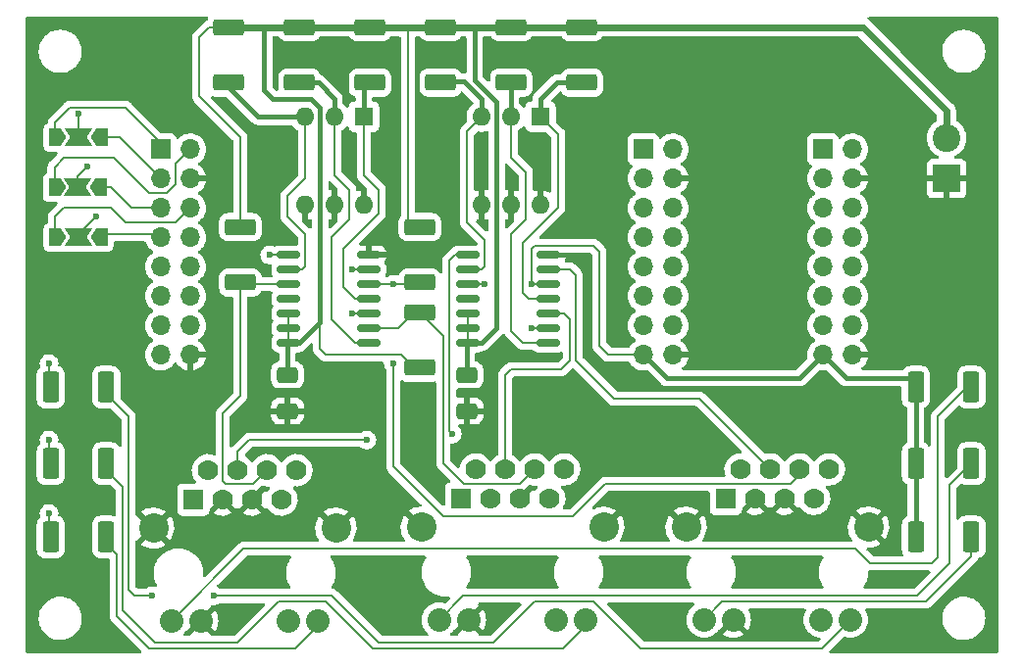
<source format=gtl>
%TF.GenerationSoftware,KiCad,Pcbnew,(6.0.1)*%
%TF.CreationDate,2022-11-09T22:58:21+01:00*%
%TF.ProjectId,stepgen_differential_bob,73746570-6765-46e5-9f64-696666657265,rev?*%
%TF.SameCoordinates,Original*%
%TF.FileFunction,Copper,L1,Top*%
%TF.FilePolarity,Positive*%
%FSLAX46Y46*%
G04 Gerber Fmt 4.6, Leading zero omitted, Abs format (unit mm)*
G04 Created by KiCad (PCBNEW (6.0.1)) date 2022-11-09 22:58:21*
%MOMM*%
%LPD*%
G01*
G04 APERTURE LIST*
G04 Aperture macros list*
%AMRoundRect*
0 Rectangle with rounded corners*
0 $1 Rounding radius*
0 $2 $3 $4 $5 $6 $7 $8 $9 X,Y pos of 4 corners*
0 Add a 4 corners polygon primitive as box body*
4,1,4,$2,$3,$4,$5,$6,$7,$8,$9,$2,$3,0*
0 Add four circle primitives for the rounded corners*
1,1,$1+$1,$2,$3*
1,1,$1+$1,$4,$5*
1,1,$1+$1,$6,$7*
1,1,$1+$1,$8,$9*
0 Add four rect primitives between the rounded corners*
20,1,$1+$1,$2,$3,$4,$5,0*
20,1,$1+$1,$4,$5,$6,$7,0*
20,1,$1+$1,$6,$7,$8,$9,0*
20,1,$1+$1,$8,$9,$2,$3,0*%
%AMFreePoly0*
4,1,6,1.000000,0.000000,0.500000,-0.750000,-0.500000,-0.750000,-0.500000,0.750000,0.500000,0.750000,1.000000,0.000000,1.000000,0.000000,$1*%
%AMFreePoly1*
4,1,7,0.700000,0.000000,1.200000,-0.750000,-1.200000,-0.750000,-0.700000,0.000000,-1.200000,0.750000,1.200000,0.750000,0.700000,0.000000,0.700000,0.000000,$1*%
G04 Aperture macros list end*
%TA.AperFunction,SMDPad,CuDef*%
%ADD10RoundRect,0.150000X0.837500X0.150000X-0.837500X0.150000X-0.837500X-0.150000X0.837500X-0.150000X0*%
%TD*%
%TA.AperFunction,ComponentPad*%
%ADD11R,1.700000X1.700000*%
%TD*%
%TA.AperFunction,ComponentPad*%
%ADD12O,1.700000X1.700000*%
%TD*%
%TA.AperFunction,ComponentPad*%
%ADD13R,2.400000X2.400000*%
%TD*%
%TA.AperFunction,ComponentPad*%
%ADD14C,2.400000*%
%TD*%
%TA.AperFunction,SMDPad,CuDef*%
%ADD15RoundRect,0.250000X-0.650000X0.412500X-0.650000X-0.412500X0.650000X-0.412500X0.650000X0.412500X0*%
%TD*%
%TA.AperFunction,SMDPad,CuDef*%
%ADD16RoundRect,0.249999X-0.450001X-1.075001X0.450001X-1.075001X0.450001X1.075001X-0.450001X1.075001X0*%
%TD*%
%TA.AperFunction,SMDPad,CuDef*%
%ADD17RoundRect,0.249999X1.075001X-0.450001X1.075001X0.450001X-1.075001X0.450001X-1.075001X-0.450001X0*%
%TD*%
%TA.AperFunction,SMDPad,CuDef*%
%ADD18FreePoly0,0.000000*%
%TD*%
%TA.AperFunction,SMDPad,CuDef*%
%ADD19FreePoly1,0.000000*%
%TD*%
%TA.AperFunction,SMDPad,CuDef*%
%ADD20FreePoly0,180.000000*%
%TD*%
%TA.AperFunction,SMDPad,CuDef*%
%ADD21RoundRect,0.249999X-1.075001X0.450001X-1.075001X-0.450001X1.075001X-0.450001X1.075001X0.450001X0*%
%TD*%
%TA.AperFunction,ComponentPad*%
%ADD22R,1.600000X1.600000*%
%TD*%
%TA.AperFunction,ComponentPad*%
%ADD23O,1.600000X1.600000*%
%TD*%
%TA.AperFunction,ComponentPad*%
%ADD24R,1.778000X1.778000*%
%TD*%
%TA.AperFunction,ComponentPad*%
%ADD25C,1.778000*%
%TD*%
%TA.AperFunction,ComponentPad*%
%ADD26C,2.032000*%
%TD*%
%TA.AperFunction,ComponentPad*%
%ADD27C,2.540000*%
%TD*%
%TA.AperFunction,ViaPad*%
%ADD28C,0.600000*%
%TD*%
%TA.AperFunction,Conductor*%
%ADD29C,0.200000*%
%TD*%
%TA.AperFunction,Conductor*%
%ADD30C,0.400000*%
%TD*%
%TA.AperFunction,Conductor*%
%ADD31C,0.600000*%
%TD*%
G04 APERTURE END LIST*
D10*
%TO.P,U1,1*%
%TO.N,Net-(R8-Pad1)*%
X45641500Y-28702000D03*
%TO.P,U1,2*%
%TO.N,ENA*%
X45641500Y-27432000D03*
%TO.P,U1,3*%
%TO.N,\u00C8NA_OUT2*%
X45641500Y-26162000D03*
%TO.P,U1,4*%
%TO.N,Net-(R9-Pad1)*%
X45641500Y-24892000D03*
%TO.P,U1,5*%
%TO.N,ENA*%
X45641500Y-23622000D03*
%TO.P,U1,6*%
%TO.N,\u00C8NA_OUT1*%
X45641500Y-22352000D03*
%TO.P,U1,7,GND*%
%TO.N,GND*%
X45641500Y-21082000D03*
%TO.P,U1,8*%
%TO.N,\u00C8NA_OUT3*%
X38716500Y-21082000D03*
%TO.P,U1,9*%
%TO.N,Net-(R7-Pad1)*%
X38716500Y-22352000D03*
%TO.P,U1,10*%
%TO.N,ENA*%
X38716500Y-23622000D03*
%TO.P,U1,11*%
%TO.N,unconnected-(U1-Pad11)*%
X38716500Y-24892000D03*
%TO.P,U1,12*%
%TO.N,+5V*%
X38716500Y-26162000D03*
%TO.P,U1,13*%
X38716500Y-27432000D03*
%TO.P,U1,14,VCC*%
X38716500Y-28702000D03*
%TD*%
D11*
%TO.P,J2,1,Pin_1*%
%TO.N,STEP3-*%
X53843000Y-11953000D03*
D12*
%TO.P,J2,2,Pin_2*%
%TO.N,STEP2-*%
X56383000Y-11953000D03*
%TO.P,J2,3,Pin_3*%
%TO.N,STEP3+*%
X53843000Y-14493000D03*
%TO.P,J2,4,Pin_4*%
%TO.N,GND*%
X56383000Y-14493000D03*
%TO.P,J2,5,Pin_5*%
%TO.N,DIR3-*%
X53843000Y-17033000D03*
%TO.P,J2,6,Pin_6*%
%TO.N,STEP2+*%
X56383000Y-17033000D03*
%TO.P,J2,7,Pin_7*%
%TO.N,DIR3+*%
X53843000Y-19573000D03*
%TO.P,J2,8,Pin_8*%
%TO.N,unconnected-(J2-Pad8)*%
X56383000Y-19573000D03*
%TO.P,J2,9,Pin_9*%
%TO.N,unconnected-(J2-Pad9)*%
X53843000Y-22113000D03*
%TO.P,J2,10,Pin_10*%
%TO.N,unconnected-(J2-Pad10)*%
X56383000Y-22113000D03*
%TO.P,J2,11,Pin_11*%
%TO.N,unconnected-(J2-Pad11)*%
X53843000Y-24653000D03*
%TO.P,J2,12,Pin_12*%
%TO.N,unconnected-(J2-Pad12)*%
X56383000Y-24653000D03*
%TO.P,J2,13,Pin_13*%
%TO.N,unconnected-(J2-Pad13)*%
X53843000Y-27193000D03*
%TO.P,J2,14,Pin_14*%
%TO.N,unconnected-(J2-Pad14)*%
X56383000Y-27193000D03*
%TO.P,J2,15,Pin_15*%
%TO.N,ENA*%
X53843000Y-29733000D03*
%TO.P,J2,16,Pin_16*%
%TO.N,GND*%
X56383000Y-29733000D03*
%TD*%
D13*
%TO.P,J4,1,Pin_1*%
%TO.N,GND*%
X80010000Y-14478000D03*
D14*
%TO.P,J4,2,Pin_2*%
%TO.N,+5V*%
X80010000Y-10978000D03*
%TD*%
D15*
%TO.P,C2,1*%
%TO.N,+5V*%
X23114000Y-31457500D03*
%TO.P,C2,2*%
%TO.N,GND*%
X23114000Y-34582500D03*
%TD*%
D16*
%TO.P,R4,1*%
%TO.N,ENA*%
X77356000Y-39116000D03*
%TO.P,R4,2*%
%TO.N,Net-(J6-Pad12)*%
X82156000Y-39116000D03*
%TD*%
D17*
%TO.P,R10,1*%
%TO.N,Net-(R10-Pad1)*%
X18049000Y-6210000D03*
%TO.P,R10,2*%
%TO.N,+5V*%
X18049000Y-1410000D03*
%TD*%
%TO.P,R9,1*%
%TO.N,Net-(R9-Pad1)*%
X48529000Y-6210000D03*
%TO.P,R9,2*%
%TO.N,+5V*%
X48529000Y-1410000D03*
%TD*%
D15*
%TO.P,C1,1*%
%TO.N,+5V*%
X38608000Y-31457500D03*
%TO.P,C1,2*%
%TO.N,GND*%
X38608000Y-34582500D03*
%TD*%
D16*
%TO.P,R3,1*%
%TO.N,ALARM_OK2*%
X2680000Y-39116000D03*
%TO.P,R3,2*%
%TO.N,Net-(J6-Pad9)*%
X7480000Y-39116000D03*
%TD*%
D18*
%TO.P,JP1,1,A*%
%TO.N,DRIVE_OK_EXT4*%
X3080000Y-10922000D03*
D19*
%TO.P,JP1,2,C*%
%TO.N,ALARM_OK1*%
X5080000Y-10922000D03*
D20*
%TO.P,JP1,3,B*%
%TO.N,DRIVE_OK_EXT1*%
X7080000Y-10922000D03*
%TD*%
D17*
%TO.P,R14,1*%
%TO.N,+5V*%
X34544000Y-30848000D03*
%TO.P,R14,2*%
%TO.N,ALARM2*%
X34544000Y-26048000D03*
%TD*%
D11*
%TO.P,J3,1,Pin_1*%
%TO.N,DRIVE_OK_EXT4*%
X12187000Y-11953000D03*
D12*
%TO.P,J3,2,Pin_2*%
%TO.N,DRIVE_OK_EXT5*%
X14727000Y-11953000D03*
%TO.P,J3,3,Pin_3*%
%TO.N,DRIVE_OK_EXT1*%
X12187000Y-14493000D03*
%TO.P,J3,4,Pin_4*%
%TO.N,GND*%
X14727000Y-14493000D03*
%TO.P,J3,5,Pin_5*%
%TO.N,DRIVE_OK_EXT2*%
X12187000Y-17033000D03*
%TO.P,J3,6,Pin_6*%
%TO.N,DRIVE_OK_EXT6*%
X14727000Y-17033000D03*
%TO.P,J3,7,Pin_7*%
%TO.N,DRIVE_OK_EXT3*%
X12187000Y-19573000D03*
%TO.P,J3,8,Pin_8*%
%TO.N,unconnected-(J3-Pad8)*%
X14727000Y-19573000D03*
%TO.P,J3,9,Pin_9*%
%TO.N,unconnected-(J3-Pad9)*%
X12187000Y-22113000D03*
%TO.P,J3,10,Pin_10*%
%TO.N,unconnected-(J3-Pad10)*%
X14727000Y-22113000D03*
%TO.P,J3,11,Pin_11*%
%TO.N,unconnected-(J3-Pad11)*%
X12187000Y-24653000D03*
%TO.P,J3,12,Pin_12*%
%TO.N,unconnected-(J3-Pad12)*%
X14727000Y-24653000D03*
%TO.P,J3,13,Pin_13*%
%TO.N,unconnected-(J3-Pad13)*%
X12187000Y-27193000D03*
%TO.P,J3,14,Pin_14*%
%TO.N,unconnected-(J3-Pad14)*%
X14727000Y-27193000D03*
%TO.P,J3,15,Pin_15*%
%TO.N,unconnected-(J3-Pad15)*%
X12187000Y-29733000D03*
%TO.P,J3,16,Pin_16*%
%TO.N,GND*%
X14727000Y-29733000D03*
%TD*%
D11*
%TO.P,J1,1,Pin_1*%
%TO.N,STEP1-*%
X69337000Y-11953000D03*
D12*
%TO.P,J1,2,Pin_2*%
%TO.N,DIR2-*%
X71877000Y-11953000D03*
%TO.P,J1,3,Pin_3*%
%TO.N,STEP1+*%
X69337000Y-14493000D03*
%TO.P,J1,4,Pin_4*%
%TO.N,GND*%
X71877000Y-14493000D03*
%TO.P,J1,5,Pin_5*%
%TO.N,DIR1-*%
X69337000Y-17033000D03*
%TO.P,J1,6,Pin_6*%
%TO.N,DIR2+*%
X71877000Y-17033000D03*
%TO.P,J1,7,Pin_7*%
%TO.N,DIR1+*%
X69337000Y-19573000D03*
%TO.P,J1,8,Pin_8*%
%TO.N,unconnected-(J1-Pad8)*%
X71877000Y-19573000D03*
%TO.P,J1,9,Pin_9*%
%TO.N,unconnected-(J1-Pad9)*%
X69337000Y-22113000D03*
%TO.P,J1,10,Pin_10*%
%TO.N,unconnected-(J1-Pad10)*%
X71877000Y-22113000D03*
%TO.P,J1,11,Pin_11*%
%TO.N,unconnected-(J1-Pad11)*%
X69337000Y-24653000D03*
%TO.P,J1,12,Pin_12*%
%TO.N,unconnected-(J1-Pad12)*%
X71877000Y-24653000D03*
%TO.P,J1,13,Pin_13*%
%TO.N,unconnected-(J1-Pad13)*%
X69337000Y-27193000D03*
%TO.P,J1,14,Pin_14*%
%TO.N,unconnected-(J1-Pad14)*%
X71877000Y-27193000D03*
%TO.P,J1,15,Pin_15*%
%TO.N,ENA*%
X69337000Y-29733000D03*
%TO.P,J1,16,Pin_16*%
%TO.N,GND*%
X71877000Y-29733000D03*
%TD*%
D21*
%TO.P,R13,1*%
%TO.N,+5V*%
X34544000Y-18682000D03*
%TO.P,R13,2*%
%TO.N,ALARM1*%
X34544000Y-23482000D03*
%TD*%
D17*
%TO.P,R11,1*%
%TO.N,Net-(R11-Pad1)*%
X24145000Y-6210000D03*
%TO.P,R11,2*%
%TO.N,+5V*%
X24145000Y-1410000D03*
%TD*%
D22*
%TO.P,SW1,1*%
%TO.N,Net-(R9-Pad1)*%
X44958000Y-9144000D03*
D23*
%TO.P,SW1,2*%
%TO.N,Net-(R8-Pad1)*%
X42418000Y-9144000D03*
%TO.P,SW1,3*%
%TO.N,Net-(R7-Pad1)*%
X39878000Y-9144000D03*
%TO.P,SW1,4*%
%TO.N,GND*%
X39878000Y-16764000D03*
%TO.P,SW1,5*%
X42418000Y-16764000D03*
%TO.P,SW1,6*%
X44958000Y-16764000D03*
%TD*%
D17*
%TO.P,R7,1*%
%TO.N,Net-(R7-Pad1)*%
X36337000Y-6200000D03*
%TO.P,R7,2*%
%TO.N,+5V*%
X36337000Y-1400000D03*
%TD*%
D18*
%TO.P,JP3,1,A*%
%TO.N,DRIVE_OK_EXT6*%
X3080000Y-19558000D03*
D19*
%TO.P,JP3,2,C*%
%TO.N,ALARM_OK3*%
X5080000Y-19558000D03*
D20*
%TO.P,JP3,3,B*%
%TO.N,DRIVE_OK_EXT3*%
X7080000Y-19558000D03*
%TD*%
D16*
%TO.P,R6,1*%
%TO.N,ENA*%
X77356000Y-32512000D03*
%TO.P,R6,2*%
%TO.N,Net-(J7-Pad12)*%
X82156000Y-32512000D03*
%TD*%
D17*
%TO.P,R8,1*%
%TO.N,Net-(R8-Pad1)*%
X42433000Y-6200000D03*
%TO.P,R8,2*%
%TO.N,+5V*%
X42433000Y-1400000D03*
%TD*%
D24*
%TO.P,J7,1*%
%TO.N,STEP3-*%
X14986000Y-42241000D03*
D25*
%TO.P,J7,2*%
%TO.N,STEP3+*%
X16256000Y-39701000D03*
%TO.P,J7,3*%
%TO.N,GND*%
X17526000Y-42241000D03*
%TO.P,J7,4*%
%TO.N,\u00C8NA_OUT3*%
X18796000Y-39701000D03*
%TO.P,J7,5*%
%TO.N,GND*%
X20066000Y-42241000D03*
%TO.P,J7,6*%
%TO.N,ALARM3*%
X21336000Y-39701000D03*
%TO.P,J7,7*%
%TO.N,DIR3-*%
X22606000Y-42241000D03*
%TO.P,J7,8*%
%TO.N,DIR3+*%
X23876000Y-39701000D03*
D26*
%TO.P,J7,9*%
%TO.N,Net-(J7-Pad9)*%
X25730200Y-52705800D03*
%TO.P,J7,10*%
%TO.N,+5V*%
X23215600Y-52705800D03*
%TO.P,J7,11*%
%TO.N,GND*%
X15621000Y-52705800D03*
%TO.P,J7,12*%
%TO.N,Net-(J7-Pad12)*%
X13106400Y-52705800D03*
D27*
%TO.P,J7,SH*%
%TO.N,GND*%
X11557000Y-44704800D03*
X27305000Y-44704800D03*
%TD*%
D16*
%TO.P,R1,1*%
%TO.N,ALARM_OK1*%
X2680000Y-32512000D03*
%TO.P,R1,2*%
%TO.N,Net-(J5-Pad9)*%
X7480000Y-32512000D03*
%TD*%
D17*
%TO.P,R12,1*%
%TO.N,Net-(R12-Pad1)*%
X30241000Y-6210000D03*
%TO.P,R12,2*%
%TO.N,+5V*%
X30241000Y-1410000D03*
%TD*%
D10*
%TO.P,U2,1*%
%TO.N,Net-(R11-Pad1)*%
X30147500Y-28702000D03*
%TO.P,U2,2*%
%TO.N,ALARM2*%
X30147500Y-27432000D03*
%TO.P,U2,3*%
%TO.N,ALARM_OK2*%
X30147500Y-26162000D03*
%TO.P,U2,4*%
%TO.N,Net-(R12-Pad1)*%
X30147500Y-24892000D03*
%TO.P,U2,5*%
%TO.N,ALARM1*%
X30147500Y-23622000D03*
%TO.P,U2,6*%
%TO.N,ALARM_OK1*%
X30147500Y-22352000D03*
%TO.P,U2,7,GND*%
%TO.N,GND*%
X30147500Y-21082000D03*
%TO.P,U2,8*%
%TO.N,ALARM_OK3*%
X23222500Y-21082000D03*
%TO.P,U2,9*%
%TO.N,Net-(R10-Pad1)*%
X23222500Y-22352000D03*
%TO.P,U2,10*%
%TO.N,ALARM3*%
X23222500Y-23622000D03*
%TO.P,U2,11*%
%TO.N,unconnected-(U2-Pad11)*%
X23222500Y-24892000D03*
%TO.P,U2,12*%
%TO.N,+5V*%
X23222500Y-26162000D03*
%TO.P,U2,13*%
X23222500Y-27432000D03*
%TO.P,U2,14,VCC*%
X23222500Y-28702000D03*
%TD*%
D24*
%TO.P,J5,1*%
%TO.N,STEP1-*%
X60960000Y-42164000D03*
D25*
%TO.P,J5,2*%
%TO.N,STEP1+*%
X62230000Y-39624000D03*
%TO.P,J5,3*%
%TO.N,GND*%
X63500000Y-42164000D03*
%TO.P,J5,4*%
%TO.N,\u00C8NA_OUT1*%
X64770000Y-39624000D03*
%TO.P,J5,5*%
%TO.N,GND*%
X66040000Y-42164000D03*
%TO.P,J5,6*%
%TO.N,ALARM1*%
X67310000Y-39624000D03*
%TO.P,J5,7*%
%TO.N,DIR1-*%
X68580000Y-42164000D03*
%TO.P,J5,8*%
%TO.N,DIR1+*%
X69850000Y-39624000D03*
D26*
%TO.P,J5,9*%
%TO.N,Net-(J5-Pad9)*%
X71704200Y-52628800D03*
%TO.P,J5,10*%
%TO.N,+5V*%
X69189600Y-52628800D03*
%TO.P,J5,11*%
%TO.N,GND*%
X61595000Y-52628800D03*
%TO.P,J5,12*%
%TO.N,Net-(J5-Pad12)*%
X59080400Y-52628800D03*
D27*
%TO.P,J5,SH*%
%TO.N,GND*%
X73279000Y-44627800D03*
X57531000Y-44627800D03*
%TD*%
D16*
%TO.P,R5,1*%
%TO.N,ALARM_OK3*%
X2680000Y-45466000D03*
%TO.P,R5,2*%
%TO.N,Net-(J7-Pad9)*%
X7480000Y-45466000D03*
%TD*%
D24*
%TO.P,J6,1*%
%TO.N,STEP2-*%
X38100000Y-42164000D03*
D25*
%TO.P,J6,2*%
%TO.N,STEP2+*%
X39370000Y-39624000D03*
%TO.P,J6,3*%
%TO.N,GND*%
X40640000Y-42164000D03*
%TO.P,J6,4*%
%TO.N,\u00C8NA_OUT2*%
X41910000Y-39624000D03*
%TO.P,J6,5*%
%TO.N,GND*%
X43180000Y-42164000D03*
%TO.P,J6,6*%
%TO.N,ALARM2*%
X44450000Y-39624000D03*
%TO.P,J6,7*%
%TO.N,DIR2-*%
X45720000Y-42164000D03*
%TO.P,J6,8*%
%TO.N,DIR2+*%
X46990000Y-39624000D03*
D26*
%TO.P,J6,9*%
%TO.N,Net-(J6-Pad9)*%
X48844200Y-52628800D03*
%TO.P,J6,10*%
%TO.N,+5V*%
X46329600Y-52628800D03*
%TO.P,J6,11*%
%TO.N,GND*%
X38735000Y-52628800D03*
%TO.P,J6,12*%
%TO.N,Net-(J6-Pad12)*%
X36220400Y-52628800D03*
D27*
%TO.P,J6,SH*%
%TO.N,GND*%
X34671000Y-44627800D03*
X50419000Y-44627800D03*
%TD*%
D16*
%TO.P,R2,1*%
%TO.N,ENA*%
X77356000Y-45466000D03*
%TO.P,R2,2*%
%TO.N,Net-(J5-Pad12)*%
X82156000Y-45466000D03*
%TD*%
D18*
%TO.P,JP2,1,A*%
%TO.N,DRIVE_OK_EXT5*%
X3010000Y-15240000D03*
D19*
%TO.P,JP2,2,C*%
%TO.N,ALARM_OK2*%
X5010000Y-15240000D03*
D20*
%TO.P,JP2,3,B*%
%TO.N,DRIVE_OK_EXT2*%
X7010000Y-15240000D03*
%TD*%
D22*
%TO.P,SW2,1*%
%TO.N,Net-(R12-Pad1)*%
X29718000Y-9154000D03*
D23*
%TO.P,SW2,2*%
%TO.N,Net-(R11-Pad1)*%
X27178000Y-9154000D03*
%TO.P,SW2,3*%
%TO.N,Net-(R10-Pad1)*%
X24638000Y-9154000D03*
%TO.P,SW2,4*%
%TO.N,GND*%
X24638000Y-16774000D03*
%TO.P,SW2,5*%
X27178000Y-16774000D03*
%TO.P,SW2,6*%
X29718000Y-16774000D03*
%TD*%
D21*
%TO.P,R15,1*%
%TO.N,+5V*%
X19050000Y-18682000D03*
%TO.P,R15,2*%
%TO.N,ALARM3*%
X19050000Y-23482000D03*
%TD*%
D28*
%TO.N,GND*%
X65278000Y-37084000D03*
X42672000Y-49530000D03*
X65278000Y-49022000D03*
X20066000Y-49022000D03*
X20828000Y-26162000D03*
X54356000Y-53086000D03*
X77470000Y-49022000D03*
X66040000Y-16256000D03*
X49530000Y-35560000D03*
X32004000Y-16764000D03*
X65278000Y-53340000D03*
X39878000Y-36576000D03*
X30988000Y-50292000D03*
X34036000Y-35814000D03*
X21336000Y-36068000D03*
X54102000Y-48768000D03*
X51323000Y-16764000D03*
%TO.N,ENA*%
X44211000Y-23622000D03*
X40147000Y-23622000D03*
X44211000Y-27432000D03*
%TO.N,ALARM1*%
X32258000Y-30480000D03*
X32258000Y-23622000D03*
%TO.N,\u00C8NA_OUT3*%
X37338000Y-36576000D03*
X29972000Y-37084000D03*
%TO.N,Net-(J5-Pad9)*%
X16764000Y-50546000D03*
X11430000Y-50546000D03*
%TO.N,ALARM_OK1*%
X5080000Y-8890000D03*
X2540000Y-30480000D03*
X28702000Y-22352000D03*
%TO.N,ALARM_OK2*%
X28702000Y-26162000D03*
X5842000Y-13462000D03*
X2540000Y-37084000D03*
%TO.N,ALARM_OK3*%
X2540000Y-43434000D03*
X6604000Y-17780000D03*
X21590000Y-21082000D03*
%TD*%
D29*
%TO.N,+5V*%
X38716500Y-28702000D02*
X38716500Y-26162000D01*
X23222500Y-28702000D02*
X23222500Y-26162000D01*
D30*
%TO.N,ENA*%
X76594000Y-31750000D02*
X71354000Y-31750000D01*
D29*
X44465000Y-20320000D02*
X44211000Y-20574000D01*
X50830000Y-29733000D02*
X50038000Y-28941000D01*
X50038000Y-28941000D02*
X50038000Y-20813000D01*
X49545000Y-20320000D02*
X44465000Y-20320000D01*
X50038000Y-20813000D02*
X49545000Y-20320000D01*
D30*
X69327000Y-29733000D02*
X67310000Y-31750000D01*
D29*
X44211000Y-23622000D02*
X45641500Y-23622000D01*
D30*
X55880000Y-31750000D02*
X53863000Y-29733000D01*
D29*
X44211000Y-27432000D02*
X45641500Y-27432000D01*
D30*
X77356000Y-45466000D02*
X77356000Y-39116000D01*
D29*
X53863000Y-29733000D02*
X53843000Y-29733000D01*
X53843000Y-29733000D02*
X50815000Y-29733000D01*
X38716500Y-23622000D02*
X40147000Y-23622000D01*
X69337000Y-29733000D02*
X69327000Y-29733000D01*
D30*
X67310000Y-31750000D02*
X55880000Y-31750000D01*
D29*
X44211000Y-20574000D02*
X44211000Y-23622000D01*
D30*
X77356000Y-39116000D02*
X77356000Y-32512000D01*
D29*
X77356000Y-32512000D02*
X76594000Y-31750000D01*
D30*
X69337000Y-29733000D02*
X71354000Y-31750000D01*
D31*
%TO.N,+5V*%
X18049000Y-1410000D02*
X24145000Y-1410000D01*
D29*
X16370000Y-1410000D02*
X18049000Y-1410000D01*
D30*
X24145000Y-28702000D02*
X25923000Y-26924000D01*
D29*
X34051000Y-18682000D02*
X33528000Y-18159000D01*
D30*
X39271000Y-5972000D02*
X39271000Y-1400000D01*
D29*
X36327000Y-1410000D02*
X36337000Y-1400000D01*
D30*
X39893000Y-28702000D02*
X41163000Y-27432000D01*
D31*
X42687000Y-1400000D02*
X48519000Y-1400000D01*
D30*
X21097000Y-6858000D02*
X21097000Y-1524000D01*
X38716500Y-28702000D02*
X39893000Y-28702000D01*
X25923000Y-26924000D02*
X25923000Y-8382000D01*
D31*
X48519000Y-1400000D02*
X48529000Y-1410000D01*
D29*
X26416000Y-29718000D02*
X25923000Y-29225000D01*
D30*
X41163000Y-27432000D02*
X41163000Y-7874000D01*
X25923000Y-8382000D02*
X25161000Y-7620000D01*
D29*
X32921000Y-29718000D02*
X26416000Y-29718000D01*
D30*
X41163000Y-7864000D02*
X39271000Y-5972000D01*
D31*
X24145000Y-1410000D02*
X30241000Y-1410000D01*
X80010000Y-8636000D02*
X80010000Y-10978000D01*
D29*
X23222500Y-28702000D02*
X24145000Y-28702000D01*
X25923000Y-29225000D02*
X25923000Y-26924000D01*
D30*
X38608000Y-31457500D02*
X38608000Y-28810500D01*
D29*
X38608000Y-28810500D02*
X38716500Y-28702000D01*
X33528000Y-18159000D02*
X33528000Y-1539000D01*
D30*
X25161000Y-7620000D02*
X21859000Y-7620000D01*
D31*
X72784000Y-1410000D02*
X80010000Y-8636000D01*
D30*
X23114000Y-31457500D02*
X23114000Y-28810500D01*
D31*
X33657000Y-1410000D02*
X36327000Y-1410000D01*
D29*
X19050000Y-10922000D02*
X15494000Y-7366000D01*
D30*
X21859000Y-7620000D02*
X21097000Y-6858000D01*
D29*
X34051000Y-30848000D02*
X32921000Y-29718000D01*
D31*
X48529000Y-1410000D02*
X72784000Y-1410000D01*
X39271000Y-1400000D02*
X42433000Y-1400000D01*
D29*
X23114000Y-28810500D02*
X23222500Y-28702000D01*
D31*
X36337000Y-1400000D02*
X39271000Y-1400000D01*
D29*
X15494000Y-7366000D02*
X15494000Y-2286000D01*
D31*
X30241000Y-1410000D02*
X33657000Y-1410000D01*
D29*
X19050000Y-18682000D02*
X19050000Y-10922000D01*
X15494000Y-2286000D02*
X16370000Y-1410000D01*
%TO.N,Net-(J5-Pad12)*%
X60655200Y-51054000D02*
X78232000Y-51054000D01*
X59080400Y-52628800D02*
X60655200Y-51054000D01*
X78232000Y-51054000D02*
X82156000Y-47130000D01*
X82156000Y-47130000D02*
X82156000Y-45466000D01*
%TO.N,Net-(J6-Pad12)*%
X77470000Y-50546000D02*
X38303200Y-50546000D01*
X38303200Y-50546000D02*
X36220400Y-52628800D01*
X80264000Y-41008000D02*
X80264000Y-47752000D01*
X82156000Y-39116000D02*
X80264000Y-41008000D01*
X80264000Y-47752000D02*
X77470000Y-50546000D01*
%TO.N,ALARM1*%
X32258000Y-39370000D02*
X36576000Y-43688000D01*
X36576000Y-43688000D02*
X47752000Y-43688000D01*
X32258000Y-23622000D02*
X33911000Y-23622000D01*
X32258000Y-30480000D02*
X32258000Y-39370000D01*
X50546000Y-40894000D02*
X66548000Y-40894000D01*
X33911000Y-23622000D02*
X34051000Y-23482000D01*
X30147500Y-23622000D02*
X32258000Y-23622000D01*
X47752000Y-43688000D02*
X50546000Y-40894000D01*
X66548000Y-40894000D02*
X67310000Y-40132000D01*
%TO.N,ALARM2*%
X34544000Y-26048000D02*
X36576000Y-28080000D01*
X43180000Y-40894000D02*
X44450000Y-39624000D01*
X38354000Y-40894000D02*
X43180000Y-40894000D01*
X36576000Y-28080000D02*
X36576000Y-39116000D01*
X36576000Y-39116000D02*
X38354000Y-40894000D01*
X30147500Y-27432000D02*
X32667000Y-27432000D01*
X32667000Y-27432000D02*
X34051000Y-26048000D01*
%TO.N,ALARM3*%
X19190000Y-23622000D02*
X19050000Y-23482000D01*
X20143000Y-40894000D02*
X17779023Y-40894000D01*
X23222500Y-23622000D02*
X19190000Y-23622000D01*
X17526000Y-40640977D02*
X17526000Y-34798000D01*
X21336000Y-39701000D02*
X20143000Y-40894000D01*
X19050000Y-33274000D02*
X19050000Y-23482000D01*
X17526000Y-34798000D02*
X19050000Y-33274000D01*
X17779023Y-40894000D02*
X17526000Y-40640977D01*
%TO.N,\u00C8NA_OUT1*%
X47498000Y-22352000D02*
X48006000Y-22860000D01*
X48006000Y-22860000D02*
X48006000Y-30226000D01*
X48006000Y-30226000D02*
X51308000Y-33528000D01*
X45641500Y-22352000D02*
X47498000Y-22352000D01*
X51308000Y-33528000D02*
X58674000Y-33528000D01*
X58674000Y-33528000D02*
X64770000Y-39624000D01*
%TO.N,\u00C8NA_OUT2*%
X41910000Y-31496000D02*
X41910000Y-40132000D01*
X45641500Y-26162000D02*
X47005000Y-26162000D01*
X46751000Y-30988000D02*
X42403000Y-30988000D01*
X42403000Y-30988000D02*
X41910000Y-31481000D01*
X47498000Y-30241000D02*
X46751000Y-30988000D01*
X47005000Y-26162000D02*
X47498000Y-26655000D01*
X47498000Y-26655000D02*
X47498000Y-30241000D01*
%TO.N,\u00C8NA_OUT3*%
X37099000Y-21590000D02*
X37607000Y-21082000D01*
X18796000Y-38100000D02*
X19812000Y-37084000D01*
X37338000Y-36576000D02*
X37099000Y-36337000D01*
X19812000Y-37084000D02*
X29972000Y-37084000D01*
X37099000Y-36337000D02*
X37099000Y-21590000D01*
X18796000Y-40132000D02*
X18796000Y-38100000D01*
X37607000Y-21082000D02*
X38716500Y-21082000D01*
%TO.N,DRIVE_OK_EXT4*%
X12187000Y-11425000D02*
X9161989Y-8399989D01*
X3080000Y-9620000D02*
X3080000Y-10922000D01*
X4300011Y-8399989D02*
X3080000Y-9620000D01*
X9161989Y-8399989D02*
X4300011Y-8399989D01*
X12187000Y-11953000D02*
X12187000Y-11425000D01*
%TO.N,DRIVE_OK_EXT5*%
X13462000Y-14986000D02*
X12700000Y-15748000D01*
X14727000Y-11953000D02*
X13462000Y-13218000D01*
X3810000Y-12700000D02*
X3010000Y-13500000D01*
X11176000Y-15748000D02*
X8128000Y-12700000D01*
X8128000Y-12700000D02*
X3810000Y-12700000D01*
X13462000Y-13218000D02*
X13462000Y-14986000D01*
X3010000Y-13500000D02*
X3010000Y-15240000D01*
X12700000Y-15748000D02*
X11176000Y-15748000D01*
%TO.N,DRIVE_OK_EXT1*%
X8616000Y-10922000D02*
X12187000Y-14493000D01*
X7080000Y-10922000D02*
X8616000Y-10922000D01*
%TO.N,DRIVE_OK_EXT2*%
X9667000Y-17033000D02*
X12187000Y-17033000D01*
X7874000Y-15240000D02*
X9667000Y-17033000D01*
X7010000Y-15240000D02*
X7874000Y-15240000D01*
%TO.N,DRIVE_OK_EXT6*%
X14727000Y-17033000D02*
X13472000Y-18288000D01*
X7874000Y-17018000D02*
X3810000Y-17018000D01*
X3080000Y-17748000D02*
X3080000Y-19304000D01*
X13472000Y-18288000D02*
X9144000Y-18288000D01*
X9144000Y-18288000D02*
X7874000Y-17018000D01*
X3810000Y-17018000D02*
X3080000Y-17748000D01*
%TO.N,DRIVE_OK_EXT3*%
X7080000Y-19304000D02*
X11918000Y-19304000D01*
X11918000Y-19304000D02*
X12187000Y-19573000D01*
%TO.N,Net-(J5-Pad9)*%
X69215000Y-55118000D02*
X71704200Y-52628800D01*
X11430000Y-50546000D02*
X9906000Y-50546000D01*
X53594000Y-55118000D02*
X69215000Y-55118000D01*
X9906000Y-50546000D02*
X9398000Y-50038000D01*
X16784121Y-50566121D02*
X26944121Y-50566121D01*
X49530000Y-51054000D02*
X53594000Y-55118000D01*
X9398000Y-35052000D02*
X7480000Y-33134000D01*
X9398000Y-50038000D02*
X9398000Y-35052000D01*
X44450000Y-51054000D02*
X49530000Y-51054000D01*
X26944121Y-50566121D02*
X30988000Y-54610000D01*
X16764000Y-50546000D02*
X16784121Y-50566121D01*
X30988000Y-54610000D02*
X40894000Y-54610000D01*
X7480000Y-33134000D02*
X7480000Y-32512000D01*
X40894000Y-54610000D02*
X44450000Y-51054000D01*
%TO.N,Net-(J6-Pad9)*%
X7480000Y-39116000D02*
X7480000Y-39738000D01*
X46863000Y-55118000D02*
X48844200Y-53136800D01*
X26416000Y-51054000D02*
X30480000Y-55118000D01*
X11684000Y-54610000D02*
X18796000Y-54610000D01*
X8890000Y-41148000D02*
X8890000Y-51816000D01*
X8890000Y-51816000D02*
X11684000Y-54610000D01*
X22352000Y-51054000D02*
X26416000Y-51054000D01*
X18796000Y-54610000D02*
X22352000Y-51054000D01*
X7480000Y-39738000D02*
X8890000Y-41148000D01*
X30480000Y-55118000D02*
X46863000Y-55118000D01*
%TO.N,ALARM_OK1*%
X30147500Y-22352000D02*
X28702000Y-22352000D01*
X2540000Y-30480000D02*
X2540000Y-31890000D01*
X5080000Y-10922000D02*
X5080000Y-8890000D01*
%TO.N,ALARM_OK2*%
X30147500Y-26162000D02*
X28702000Y-26162000D01*
X5842000Y-13462000D02*
X5010000Y-14294000D01*
X5010000Y-14294000D02*
X5010000Y-15240000D01*
X2540000Y-37084000D02*
X2540000Y-38494000D01*
%TO.N,ALARM_OK3*%
X23222500Y-21082000D02*
X21590000Y-21082000D01*
X2540000Y-43434000D02*
X2540000Y-45098000D01*
X5080000Y-19304000D02*
X6604000Y-17780000D01*
%TO.N,Net-(J7-Pad9)*%
X8382000Y-46990000D02*
X8382000Y-52324000D01*
X23749000Y-55118000D02*
X25730200Y-53136800D01*
X7874000Y-46482000D02*
X8382000Y-46990000D01*
X8382000Y-52324000D02*
X11176000Y-55118000D01*
X11176000Y-55118000D02*
X23749000Y-55118000D01*
%TO.N,Net-(J7-Pad12)*%
X78740000Y-47752000D02*
X73406000Y-47752000D01*
X73406000Y-47752000D02*
X72136000Y-46482000D01*
X81788000Y-32512000D02*
X79248000Y-35052000D01*
X19330200Y-46482000D02*
X13106400Y-52705800D01*
X79248000Y-35052000D02*
X79248000Y-47244000D01*
X79248000Y-47244000D02*
X78740000Y-47752000D01*
X72136000Y-46482000D02*
X19330200Y-46482000D01*
X82156000Y-32512000D02*
X81788000Y-32512000D01*
D30*
%TO.N,Net-(R7-Pad1)*%
X38369000Y-6086000D02*
X36451000Y-6086000D01*
D29*
X39878000Y-9144000D02*
X39893000Y-9144000D01*
D30*
X39893000Y-9144000D02*
X39893000Y-7610000D01*
D29*
X39893000Y-22352000D02*
X38716500Y-22352000D01*
X39893000Y-9144000D02*
X38623000Y-10414000D01*
X36451000Y-6086000D02*
X36337000Y-6200000D01*
X40132000Y-22113000D02*
X39893000Y-22352000D01*
X40132000Y-19797000D02*
X40132000Y-22113000D01*
D30*
X39893000Y-7610000D02*
X38369000Y-6086000D01*
D29*
X38623000Y-10414000D02*
X38623000Y-18288000D01*
X38623000Y-18288000D02*
X40132000Y-19797000D01*
%TO.N,Net-(R8-Pad1)*%
X43703000Y-13970000D02*
X42418000Y-12685000D01*
X42418000Y-12685000D02*
X42418000Y-9144000D01*
X45641500Y-28702000D02*
X43449000Y-28702000D01*
X42418000Y-25676860D02*
X42418000Y-19319000D01*
X43703000Y-18034000D02*
X43703000Y-13970000D01*
X42433000Y-27686000D02*
X42433000Y-25691860D01*
D30*
X42418000Y-9144000D02*
X42418000Y-6215000D01*
D29*
X42418000Y-6215000D02*
X42433000Y-6200000D01*
X42433000Y-25691860D02*
X42418000Y-25676860D01*
X43449000Y-28702000D02*
X42433000Y-27686000D01*
X42418000Y-19319000D02*
X43703000Y-18034000D01*
D30*
%TO.N,Net-(R9-Pad1)*%
X46383000Y-6210000D02*
X44958000Y-7635000D01*
D29*
X46497000Y-10668000D02*
X44973000Y-9144000D01*
D30*
X48529000Y-6210000D02*
X46637000Y-6210000D01*
D29*
X43449000Y-24384000D02*
X43449000Y-20066000D01*
X46497000Y-17018000D02*
X46497000Y-10668000D01*
X43957000Y-24892000D02*
X43449000Y-24384000D01*
X43449000Y-20066000D02*
X46497000Y-17018000D01*
X45641500Y-24892000D02*
X43957000Y-24892000D01*
X44973000Y-9144000D02*
X44958000Y-9144000D01*
D30*
X44958000Y-7635000D02*
X44958000Y-9144000D01*
D29*
%TO.N,Net-(R10-Pad1)*%
X23222500Y-22352000D02*
X24384000Y-22352000D01*
X24638000Y-14463000D02*
X24638000Y-9154000D01*
X24638000Y-22098000D02*
X24638000Y-19319000D01*
X24653000Y-14478000D02*
X24638000Y-14463000D01*
X23129000Y-17780000D02*
X23129000Y-16002000D01*
D30*
X18049000Y-6604000D02*
X20599000Y-9154000D01*
X20599000Y-9154000D02*
X24638000Y-9154000D01*
D29*
X23129000Y-16002000D02*
X24653000Y-14478000D01*
X24384000Y-22352000D02*
X24638000Y-22098000D01*
X24653000Y-19304000D02*
X23129000Y-17780000D01*
X24638000Y-19319000D02*
X24653000Y-19304000D01*
X18049000Y-6210000D02*
X18049000Y-6604000D01*
%TO.N,Net-(R11-Pad1)*%
X24145000Y-6210000D02*
X25275000Y-6210000D01*
X28971000Y-28702000D02*
X26924000Y-26655000D01*
X27178000Y-14209000D02*
X27178000Y-9154000D01*
D30*
X27178000Y-7605000D02*
X27178000Y-9154000D01*
D29*
X30147500Y-28702000D02*
X28971000Y-28702000D01*
D30*
X25275000Y-6210000D02*
X25783000Y-6210000D01*
D29*
X26924000Y-26655000D02*
X26924000Y-19573000D01*
X28463000Y-18034000D02*
X28463000Y-15494000D01*
D30*
X25783000Y-6210000D02*
X27178000Y-7605000D01*
D29*
X28463000Y-15494000D02*
X27178000Y-14209000D01*
X26924000Y-19573000D02*
X28463000Y-18034000D01*
%TO.N,Net-(R12-Pad1)*%
X31003000Y-15494000D02*
X29718000Y-14209000D01*
X27940000Y-20589000D02*
X31003000Y-17526000D01*
X29718000Y-14209000D02*
X29718000Y-9154000D01*
X31003000Y-17526000D02*
X31003000Y-15494000D01*
X30241000Y-6210000D02*
X29718000Y-6733000D01*
D30*
X29718000Y-6733000D02*
X29718000Y-9154000D01*
D29*
X30147500Y-24892000D02*
X28971000Y-24892000D01*
X28971000Y-24892000D02*
X27940000Y-23861000D01*
X27940000Y-23861000D02*
X27940000Y-20589000D01*
%TD*%
%TA.AperFunction,Conductor*%
%TO.N,GND*%
G36*
X84434121Y-528002D02*
G01*
X84480614Y-581658D01*
X84492000Y-634000D01*
X84492000Y-55366000D01*
X84471998Y-55434121D01*
X84418342Y-55480614D01*
X84366000Y-55492000D01*
X70005739Y-55492000D01*
X69937618Y-55471998D01*
X69891125Y-55418342D01*
X69881021Y-55348068D01*
X69910515Y-55283488D01*
X69916644Y-55276905D01*
X71086366Y-54107183D01*
X71148678Y-54073157D01*
X71222364Y-54079750D01*
X71222366Y-54079745D01*
X71222387Y-54079752D01*
X71223673Y-54079867D01*
X71227065Y-54081272D01*
X71227075Y-54081275D01*
X71231647Y-54083169D01*
X71307455Y-54101369D01*
X71460165Y-54138032D01*
X71460171Y-54138033D01*
X71464978Y-54139187D01*
X71704200Y-54158014D01*
X71943422Y-54139187D01*
X71948229Y-54138033D01*
X71948235Y-54138032D01*
X72100945Y-54101369D01*
X72176753Y-54083169D01*
X72181333Y-54081272D01*
X72393877Y-53993234D01*
X72393879Y-53993233D01*
X72398449Y-53991340D01*
X72603049Y-53865960D01*
X72716295Y-53769240D01*
X72781756Y-53713331D01*
X72785518Y-53710118D01*
X72920958Y-53551537D01*
X72938142Y-53531417D01*
X72938143Y-53531416D01*
X72941360Y-53527649D01*
X73066740Y-53323049D01*
X73098639Y-53246039D01*
X73156675Y-53105926D01*
X73156676Y-53105924D01*
X73158569Y-53101353D01*
X73178157Y-53019763D01*
X73213432Y-52872835D01*
X73213433Y-52872829D01*
X73214587Y-52868022D01*
X73233414Y-52628800D01*
X73226605Y-52542277D01*
X79637009Y-52542277D01*
X79662625Y-52810769D01*
X79663710Y-52815203D01*
X79663711Y-52815209D01*
X79708383Y-52997768D01*
X79726731Y-53072750D01*
X79827985Y-53322733D01*
X79964265Y-53555482D01*
X80014161Y-53617874D01*
X80084686Y-53706060D01*
X80132716Y-53766119D01*
X80329809Y-53950234D01*
X80551416Y-54103968D01*
X80555499Y-54105999D01*
X80555502Y-54106001D01*
X80621994Y-54139080D01*
X80792894Y-54224101D01*
X80797228Y-54225522D01*
X80797231Y-54225523D01*
X81044853Y-54306698D01*
X81044859Y-54306699D01*
X81049186Y-54308118D01*
X81053677Y-54308898D01*
X81053678Y-54308898D01*
X81311140Y-54353601D01*
X81311148Y-54353602D01*
X81314921Y-54354257D01*
X81318758Y-54354448D01*
X81398578Y-54358422D01*
X81398586Y-54358422D01*
X81400149Y-54358500D01*
X81568512Y-54358500D01*
X81570780Y-54358335D01*
X81570792Y-54358335D01*
X81701884Y-54348823D01*
X81769004Y-54343953D01*
X81773459Y-54342969D01*
X81773462Y-54342969D01*
X82027912Y-54286791D01*
X82027916Y-54286790D01*
X82032372Y-54285806D01*
X82184682Y-54228101D01*
X82280318Y-54191868D01*
X82280321Y-54191867D01*
X82284588Y-54190250D01*
X82476150Y-54083847D01*
X82516375Y-54061504D01*
X82516376Y-54061503D01*
X82520368Y-54059286D01*
X82663260Y-53950234D01*
X82731141Y-53898429D01*
X82731142Y-53898428D01*
X82734773Y-53895657D01*
X82748272Y-53881849D01*
X82835139Y-53792988D01*
X82923312Y-53702792D01*
X83082034Y-53484730D01*
X83134521Y-53384969D01*
X83205490Y-53250079D01*
X83205493Y-53250073D01*
X83207615Y-53246039D01*
X83229958Y-53182771D01*
X83295902Y-52996033D01*
X83295902Y-52996032D01*
X83297425Y-52991720D01*
X83337515Y-52788319D01*
X83348700Y-52731572D01*
X83348701Y-52731566D01*
X83349581Y-52727100D01*
X83349808Y-52722544D01*
X83362764Y-52462292D01*
X83362764Y-52462286D01*
X83362991Y-52457723D01*
X83337375Y-52189231D01*
X83330520Y-52161214D01*
X83274355Y-51931688D01*
X83273269Y-51927250D01*
X83172015Y-51677267D01*
X83035735Y-51444518D01*
X82917928Y-51297208D01*
X82870136Y-51237447D01*
X82870135Y-51237445D01*
X82867284Y-51233881D01*
X82670191Y-51049766D01*
X82448584Y-50896032D01*
X82444501Y-50894001D01*
X82444498Y-50893999D01*
X82279606Y-50811967D01*
X82207106Y-50775899D01*
X82202772Y-50774478D01*
X82202769Y-50774477D01*
X81955147Y-50693302D01*
X81955141Y-50693301D01*
X81950814Y-50691882D01*
X81946322Y-50691102D01*
X81688860Y-50646399D01*
X81688852Y-50646398D01*
X81685079Y-50645743D01*
X81673208Y-50645152D01*
X81601422Y-50641578D01*
X81601414Y-50641578D01*
X81599851Y-50641500D01*
X81431488Y-50641500D01*
X81429220Y-50641665D01*
X81429208Y-50641665D01*
X81298116Y-50651177D01*
X81230996Y-50656047D01*
X81226541Y-50657031D01*
X81226538Y-50657031D01*
X80972088Y-50713209D01*
X80972084Y-50713210D01*
X80967628Y-50714194D01*
X80841520Y-50761972D01*
X80719682Y-50808132D01*
X80719679Y-50808133D01*
X80715412Y-50809750D01*
X80711421Y-50811967D01*
X80510132Y-50923773D01*
X80479632Y-50940714D01*
X80265227Y-51104343D01*
X80262034Y-51107609D01*
X80262032Y-51107611D01*
X80170957Y-51200776D01*
X80076688Y-51297208D01*
X79917966Y-51515270D01*
X79915844Y-51519304D01*
X79794510Y-51749921D01*
X79794507Y-51749927D01*
X79792385Y-51753961D01*
X79790865Y-51758266D01*
X79790863Y-51758270D01*
X79726997Y-51939123D01*
X79702575Y-52008280D01*
X79700984Y-52016353D01*
X79657256Y-52238214D01*
X79650419Y-52272900D01*
X79650192Y-52277453D01*
X79650192Y-52277456D01*
X79639588Y-52490478D01*
X79637009Y-52542277D01*
X73226605Y-52542277D01*
X73214587Y-52389578D01*
X73213433Y-52384771D01*
X73213432Y-52384765D01*
X73175957Y-52228674D01*
X73158569Y-52156247D01*
X73123051Y-52070498D01*
X73068634Y-51939123D01*
X73068633Y-51939121D01*
X73066740Y-51934551D01*
X73017583Y-51854334D01*
X72999044Y-51785802D01*
X73020500Y-51718125D01*
X73075139Y-51672792D01*
X73125015Y-51662500D01*
X78183864Y-51662500D01*
X78200307Y-51663578D01*
X78232000Y-51667750D01*
X78240189Y-51666672D01*
X78271874Y-51662501D01*
X78271884Y-51662500D01*
X78271885Y-51662500D01*
X78371457Y-51649391D01*
X78382664Y-51647916D01*
X78382666Y-51647915D01*
X78390851Y-51646838D01*
X78538876Y-51585524D01*
X78566991Y-51563951D01*
X78634072Y-51512477D01*
X78634075Y-51512474D01*
X78659437Y-51493013D01*
X78665987Y-51487987D01*
X78685458Y-51462613D01*
X78696316Y-51450233D01*
X82552234Y-47594315D01*
X82564625Y-47583448D01*
X82583437Y-47569013D01*
X82589987Y-47563987D01*
X82614474Y-47532075D01*
X82614480Y-47532069D01*
X82682496Y-47443429D01*
X82682497Y-47443427D01*
X82687524Y-47436876D01*
X82724858Y-47346744D01*
X82769405Y-47291464D01*
X82801384Y-47275442D01*
X82929946Y-47232550D01*
X83080349Y-47139479D01*
X83089799Y-47130013D01*
X83200134Y-47019484D01*
X83205306Y-47014303D01*
X83298115Y-46863739D01*
X83353797Y-46695862D01*
X83364500Y-46591401D01*
X83364499Y-44340600D01*
X83353526Y-44234833D01*
X83323083Y-44143585D01*
X83299867Y-44073998D01*
X83299866Y-44073996D01*
X83297550Y-44067054D01*
X83204479Y-43916651D01*
X83079303Y-43791694D01*
X82928739Y-43698885D01*
X82802058Y-43656867D01*
X82767390Y-43645368D01*
X82767388Y-43645368D01*
X82760862Y-43643203D01*
X82754026Y-43642503D01*
X82754023Y-43642502D01*
X82710842Y-43638078D01*
X82656401Y-43632500D01*
X82159859Y-43632500D01*
X81655600Y-43632501D01*
X81549833Y-43643474D01*
X81532574Y-43649232D01*
X81388998Y-43697133D01*
X81388996Y-43697134D01*
X81382054Y-43699450D01*
X81231651Y-43792521D01*
X81106694Y-43917697D01*
X81102854Y-43923927D01*
X81098314Y-43929675D01*
X81096089Y-43927917D01*
X81052980Y-43966709D01*
X80982908Y-43978128D01*
X80917786Y-43949849D01*
X80878290Y-43890853D01*
X80872500Y-43853096D01*
X80872500Y-41312239D01*
X80892502Y-41244118D01*
X80909405Y-41223144D01*
X81230245Y-40902304D01*
X81292557Y-40868278D01*
X81363372Y-40873343D01*
X81372587Y-40877203D01*
X81377031Y-40879275D01*
X81383261Y-40883115D01*
X81447500Y-40904422D01*
X81544610Y-40936632D01*
X81544612Y-40936632D01*
X81551138Y-40938797D01*
X81557974Y-40939497D01*
X81557977Y-40939498D01*
X81601030Y-40943909D01*
X81655599Y-40949500D01*
X82152141Y-40949500D01*
X82656400Y-40949499D01*
X82762167Y-40938526D01*
X82842457Y-40911739D01*
X82923002Y-40884867D01*
X82923004Y-40884866D01*
X82929946Y-40882550D01*
X83080349Y-40789479D01*
X83093777Y-40776028D01*
X83157364Y-40712329D01*
X83205306Y-40664303D01*
X83273295Y-40554004D01*
X83294275Y-40519969D01*
X83294276Y-40519967D01*
X83298115Y-40513739D01*
X83346183Y-40368817D01*
X83351632Y-40352390D01*
X83351632Y-40352388D01*
X83353797Y-40345862D01*
X83355805Y-40326270D01*
X83363541Y-40250761D01*
X83364500Y-40241401D01*
X83364499Y-37990600D01*
X83353526Y-37884833D01*
X83328634Y-37810222D01*
X83299867Y-37723998D01*
X83299866Y-37723996D01*
X83297550Y-37717054D01*
X83204479Y-37566651D01*
X83079303Y-37441694D01*
X82928739Y-37348885D01*
X82802058Y-37306867D01*
X82767390Y-37295368D01*
X82767388Y-37295368D01*
X82760862Y-37293203D01*
X82754026Y-37292503D01*
X82754023Y-37292502D01*
X82710970Y-37288091D01*
X82656401Y-37282500D01*
X82159859Y-37282500D01*
X81655600Y-37282501D01*
X81549833Y-37293474D01*
X81543286Y-37295658D01*
X81543287Y-37295658D01*
X81388998Y-37347133D01*
X81388996Y-37347134D01*
X81382054Y-37349450D01*
X81231651Y-37442521D01*
X81106694Y-37567697D01*
X81087642Y-37598605D01*
X81027990Y-37695379D01*
X81013885Y-37718261D01*
X80958203Y-37886138D01*
X80957503Y-37892974D01*
X80957502Y-37892977D01*
X80957045Y-37897438D01*
X80947500Y-37990599D01*
X80947500Y-37993816D01*
X80947501Y-39411760D01*
X80927499Y-39479881D01*
X80910596Y-39500855D01*
X80071595Y-40339856D01*
X80009283Y-40373882D01*
X79938468Y-40368817D01*
X79881632Y-40326270D01*
X79856821Y-40259750D01*
X79856500Y-40250761D01*
X79856500Y-35356239D01*
X79876502Y-35288118D01*
X79893405Y-35267144D01*
X81014340Y-34146209D01*
X81076652Y-34112183D01*
X81147467Y-34117248D01*
X81192449Y-34146128D01*
X81232697Y-34186306D01*
X81383261Y-34279115D01*
X81447500Y-34300422D01*
X81544610Y-34332632D01*
X81544612Y-34332632D01*
X81551138Y-34334797D01*
X81557974Y-34335497D01*
X81557977Y-34335498D01*
X81597293Y-34339526D01*
X81655599Y-34345500D01*
X82152141Y-34345500D01*
X82656400Y-34345499D01*
X82762167Y-34334526D01*
X82834526Y-34310385D01*
X82923002Y-34280867D01*
X82923004Y-34280866D01*
X82929946Y-34278550D01*
X83080349Y-34185479D01*
X83124002Y-34141750D01*
X83200134Y-34065484D01*
X83205306Y-34060303D01*
X83298115Y-33909739D01*
X83353797Y-33741862D01*
X83357862Y-33702193D01*
X83360539Y-33676064D01*
X83364500Y-33637401D01*
X83364499Y-31386600D01*
X83353526Y-31280833D01*
X83317925Y-31174124D01*
X83299867Y-31119998D01*
X83299866Y-31119996D01*
X83297550Y-31113054D01*
X83204479Y-30962651D01*
X83079303Y-30837694D01*
X82928739Y-30744885D01*
X82814332Y-30706938D01*
X82767390Y-30691368D01*
X82767388Y-30691368D01*
X82760862Y-30689203D01*
X82754026Y-30688503D01*
X82754023Y-30688502D01*
X82710970Y-30684091D01*
X82656401Y-30678500D01*
X82159859Y-30678500D01*
X81655600Y-30678501D01*
X81549833Y-30689474D01*
X81543286Y-30691658D01*
X81543287Y-30691658D01*
X81388998Y-30743133D01*
X81388996Y-30743134D01*
X81382054Y-30745450D01*
X81231651Y-30838521D01*
X81106694Y-30963697D01*
X81071065Y-31021498D01*
X81019801Y-31104664D01*
X81013885Y-31114261D01*
X80958203Y-31282138D01*
X80957503Y-31288974D01*
X80957502Y-31288977D01*
X80953265Y-31330337D01*
X80947500Y-31386599D01*
X80947500Y-32439761D01*
X80927498Y-32507882D01*
X80910595Y-32528856D01*
X78851766Y-34587685D01*
X78839380Y-34598548D01*
X78814013Y-34618013D01*
X78789526Y-34649925D01*
X78789523Y-34649928D01*
X78716476Y-34745124D01*
X78716476Y-34745125D01*
X78710435Y-34759710D01*
X78710434Y-34759711D01*
X78676198Y-34842365D01*
X78655162Y-34893150D01*
X78639500Y-35012115D01*
X78639500Y-35012120D01*
X78634250Y-35052000D01*
X78635328Y-35060188D01*
X78638422Y-35083690D01*
X78639500Y-35100136D01*
X78639500Y-37503381D01*
X78619498Y-37571502D01*
X78565842Y-37617995D01*
X78495568Y-37628099D01*
X78430988Y-37598605D01*
X78413527Y-37578102D01*
X78412880Y-37578615D01*
X78408331Y-37572875D01*
X78404479Y-37566651D01*
X78279303Y-37441694D01*
X78128739Y-37348885D01*
X78129773Y-37347207D01*
X78083962Y-37306867D01*
X78064500Y-37239594D01*
X78064500Y-34388387D01*
X78084502Y-34320266D01*
X78130731Y-34279819D01*
X78129946Y-34278550D01*
X78274124Y-34189331D01*
X78274123Y-34189331D01*
X78280349Y-34185479D01*
X78324002Y-34141750D01*
X78400134Y-34065484D01*
X78405306Y-34060303D01*
X78498115Y-33909739D01*
X78553797Y-33741862D01*
X78557862Y-33702193D01*
X78560539Y-33676064D01*
X78564500Y-33637401D01*
X78564499Y-31386600D01*
X78553526Y-31280833D01*
X78517925Y-31174124D01*
X78499867Y-31119998D01*
X78499866Y-31119996D01*
X78497550Y-31113054D01*
X78404479Y-30962651D01*
X78279303Y-30837694D01*
X78128739Y-30744885D01*
X78014332Y-30706938D01*
X77967390Y-30691368D01*
X77967388Y-30691368D01*
X77960862Y-30689203D01*
X77954026Y-30688503D01*
X77954023Y-30688502D01*
X77910970Y-30684091D01*
X77856401Y-30678500D01*
X77359859Y-30678500D01*
X76855600Y-30678501D01*
X76749833Y-30689474D01*
X76743286Y-30691658D01*
X76743287Y-30691658D01*
X76588998Y-30743133D01*
X76588996Y-30743134D01*
X76582054Y-30745450D01*
X76431651Y-30838521D01*
X76306694Y-30963697D01*
X76298849Y-30976424D01*
X76295648Y-30981617D01*
X76242876Y-31029110D01*
X76188389Y-31041500D01*
X72774844Y-31041500D01*
X72706723Y-31021498D01*
X72660230Y-30967842D01*
X72650126Y-30897568D01*
X72679620Y-30832988D01*
X72701676Y-30812921D01*
X72752328Y-30776792D01*
X72760200Y-30770139D01*
X72911052Y-30619812D01*
X72917730Y-30611965D01*
X73042003Y-30439020D01*
X73047313Y-30430183D01*
X73141670Y-30239267D01*
X73145469Y-30229672D01*
X73207377Y-30025910D01*
X73209555Y-30015837D01*
X73210986Y-30004962D01*
X73208775Y-29990778D01*
X73195617Y-29987000D01*
X71749000Y-29987000D01*
X71680879Y-29966998D01*
X71634386Y-29913342D01*
X71623000Y-29861000D01*
X71623000Y-29605000D01*
X71643002Y-29536879D01*
X71696658Y-29490386D01*
X71749000Y-29479000D01*
X73195344Y-29479000D01*
X73208875Y-29475027D01*
X73210180Y-29465947D01*
X73168214Y-29298875D01*
X73164894Y-29289124D01*
X73079972Y-29093814D01*
X73075105Y-29084739D01*
X72959426Y-28905926D01*
X72953136Y-28897757D01*
X72809806Y-28740240D01*
X72802273Y-28733215D01*
X72635139Y-28601222D01*
X72626556Y-28595520D01*
X72589602Y-28575120D01*
X72539631Y-28524687D01*
X72524859Y-28455245D01*
X72549975Y-28388839D01*
X72577327Y-28362232D01*
X72600797Y-28345491D01*
X72756860Y-28234173D01*
X72915096Y-28076489D01*
X72921915Y-28067000D01*
X73042435Y-27899277D01*
X73045453Y-27895077D01*
X73050982Y-27883891D01*
X73142136Y-27699453D01*
X73142137Y-27699451D01*
X73144430Y-27694811D01*
X73209370Y-27481069D01*
X73238529Y-27259590D01*
X73239606Y-27215498D01*
X73240074Y-27196365D01*
X73240074Y-27196361D01*
X73240156Y-27193000D01*
X73221852Y-26970361D01*
X73167431Y-26753702D01*
X73078354Y-26548840D01*
X73007849Y-26439856D01*
X72959822Y-26365617D01*
X72959820Y-26365614D01*
X72957014Y-26361277D01*
X72806670Y-26196051D01*
X72802619Y-26192852D01*
X72802615Y-26192848D01*
X72635414Y-26060800D01*
X72635410Y-26060798D01*
X72631359Y-26057598D01*
X72590053Y-26034796D01*
X72540084Y-25984364D01*
X72525312Y-25914921D01*
X72550428Y-25848516D01*
X72577780Y-25821909D01*
X72621603Y-25790650D01*
X72756860Y-25694173D01*
X72803425Y-25647771D01*
X72877295Y-25574158D01*
X72915096Y-25536489D01*
X72921915Y-25527000D01*
X73042435Y-25359277D01*
X73045453Y-25355077D01*
X73051675Y-25342489D01*
X73142136Y-25159453D01*
X73142137Y-25159451D01*
X73144430Y-25154811D01*
X73187933Y-25011625D01*
X73207865Y-24946023D01*
X73207865Y-24946021D01*
X73209370Y-24941069D01*
X73238529Y-24719590D01*
X73239484Y-24680498D01*
X73240074Y-24656365D01*
X73240074Y-24656361D01*
X73240156Y-24653000D01*
X73221852Y-24430361D01*
X73167431Y-24213702D01*
X73078354Y-24008840D01*
X72988160Y-23869421D01*
X72959822Y-23825617D01*
X72959820Y-23825614D01*
X72957014Y-23821277D01*
X72806670Y-23656051D01*
X72802619Y-23652852D01*
X72802615Y-23652848D01*
X72635414Y-23520800D01*
X72635410Y-23520798D01*
X72631359Y-23517598D01*
X72590053Y-23494796D01*
X72540084Y-23444364D01*
X72525312Y-23374921D01*
X72550428Y-23308516D01*
X72577780Y-23281909D01*
X72621603Y-23250650D01*
X72756860Y-23154173D01*
X72763828Y-23147230D01*
X72911435Y-23000137D01*
X72915096Y-22996489D01*
X72921915Y-22987000D01*
X73042435Y-22819277D01*
X73045453Y-22815077D01*
X73048388Y-22809140D01*
X73142136Y-22619453D01*
X73142137Y-22619451D01*
X73144430Y-22614811D01*
X73179290Y-22500075D01*
X73207865Y-22406023D01*
X73207865Y-22406021D01*
X73209370Y-22401069D01*
X73238529Y-22179590D01*
X73239606Y-22135498D01*
X73240074Y-22116365D01*
X73240074Y-22116361D01*
X73240156Y-22113000D01*
X73221852Y-21890361D01*
X73167431Y-21673702D01*
X73078354Y-21468840D01*
X72957014Y-21281277D01*
X72806670Y-21116051D01*
X72802619Y-21112852D01*
X72802615Y-21112848D01*
X72635414Y-20980800D01*
X72635410Y-20980798D01*
X72631359Y-20977598D01*
X72590053Y-20954796D01*
X72540084Y-20904364D01*
X72525312Y-20834921D01*
X72550428Y-20768516D01*
X72577780Y-20741909D01*
X72634961Y-20701122D01*
X72756860Y-20614173D01*
X72803425Y-20567771D01*
X72851467Y-20519896D01*
X72915096Y-20456489D01*
X72922781Y-20445795D01*
X73042435Y-20279277D01*
X73045453Y-20275077D01*
X73048388Y-20269140D01*
X73142136Y-20079453D01*
X73142137Y-20079451D01*
X73144430Y-20074811D01*
X73200428Y-19890500D01*
X73207865Y-19866023D01*
X73207865Y-19866021D01*
X73209370Y-19861069D01*
X73238529Y-19639590D01*
X73238611Y-19636240D01*
X73240074Y-19576365D01*
X73240074Y-19576361D01*
X73240156Y-19573000D01*
X73221852Y-19350361D01*
X73167431Y-19133702D01*
X73078354Y-18928840D01*
X72979652Y-18776270D01*
X72959822Y-18745617D01*
X72959820Y-18745614D01*
X72957014Y-18741277D01*
X72806670Y-18576051D01*
X72802619Y-18572852D01*
X72802615Y-18572848D01*
X72635414Y-18440800D01*
X72635410Y-18440798D01*
X72631359Y-18437598D01*
X72590053Y-18414796D01*
X72540084Y-18364364D01*
X72525312Y-18294921D01*
X72550428Y-18228516D01*
X72577780Y-18201909D01*
X72636226Y-18160220D01*
X72756860Y-18074173D01*
X72763263Y-18067793D01*
X72911435Y-17920137D01*
X72915096Y-17916489D01*
X72924767Y-17903031D01*
X73042435Y-17739277D01*
X73045453Y-17735077D01*
X73058779Y-17708115D01*
X73142136Y-17539453D01*
X73142137Y-17539451D01*
X73144430Y-17534811D01*
X73209370Y-17321069D01*
X73238529Y-17099590D01*
X73240156Y-17033000D01*
X73221852Y-16810361D01*
X73167431Y-16593702D01*
X73078354Y-16388840D01*
X72957014Y-16201277D01*
X72806670Y-16036051D01*
X72802619Y-16032852D01*
X72802615Y-16032848D01*
X72635414Y-15900800D01*
X72635410Y-15900798D01*
X72631359Y-15897598D01*
X72589569Y-15874529D01*
X72539598Y-15824097D01*
X72524826Y-15754654D01*
X72536923Y-15722669D01*
X78302001Y-15722669D01*
X78302371Y-15729490D01*
X78307895Y-15780352D01*
X78311521Y-15795604D01*
X78356676Y-15916054D01*
X78365214Y-15931649D01*
X78441715Y-16033724D01*
X78454276Y-16046285D01*
X78556351Y-16122786D01*
X78571946Y-16131324D01*
X78692394Y-16176478D01*
X78707649Y-16180105D01*
X78758514Y-16185631D01*
X78765328Y-16186000D01*
X79737885Y-16186000D01*
X79753124Y-16181525D01*
X79754329Y-16180135D01*
X79756000Y-16172452D01*
X79756000Y-16167884D01*
X80264000Y-16167884D01*
X80268475Y-16183123D01*
X80269865Y-16184328D01*
X80277548Y-16185999D01*
X81254669Y-16185999D01*
X81261490Y-16185629D01*
X81312352Y-16180105D01*
X81327604Y-16176479D01*
X81448054Y-16131324D01*
X81463649Y-16122786D01*
X81565724Y-16046285D01*
X81578285Y-16033724D01*
X81654786Y-15931649D01*
X81663324Y-15916054D01*
X81708478Y-15795606D01*
X81712105Y-15780351D01*
X81717631Y-15729486D01*
X81718000Y-15722672D01*
X81718000Y-14750115D01*
X81713525Y-14734876D01*
X81712135Y-14733671D01*
X81704452Y-14732000D01*
X80282115Y-14732000D01*
X80266876Y-14736475D01*
X80265671Y-14737865D01*
X80264000Y-14745548D01*
X80264000Y-16167884D01*
X79756000Y-16167884D01*
X79756000Y-14750115D01*
X79751525Y-14734876D01*
X79750135Y-14733671D01*
X79742452Y-14732000D01*
X78320116Y-14732000D01*
X78304877Y-14736475D01*
X78303672Y-14737865D01*
X78302001Y-14745548D01*
X78302001Y-15722669D01*
X72536923Y-15722669D01*
X72549942Y-15688248D01*
X72577294Y-15661641D01*
X72752328Y-15536792D01*
X72760200Y-15530139D01*
X72911052Y-15379812D01*
X72917730Y-15371965D01*
X73042003Y-15199020D01*
X73047313Y-15190183D01*
X73141670Y-14999267D01*
X73145469Y-14989672D01*
X73207377Y-14785910D01*
X73209555Y-14775837D01*
X73210986Y-14764962D01*
X73208775Y-14750778D01*
X73195617Y-14747000D01*
X71749000Y-14747000D01*
X71680879Y-14726998D01*
X71634386Y-14673342D01*
X71623000Y-14621000D01*
X71623000Y-14365000D01*
X71643002Y-14296879D01*
X71696658Y-14250386D01*
X71749000Y-14239000D01*
X73195344Y-14239000D01*
X73208875Y-14235027D01*
X73210180Y-14225947D01*
X73168214Y-14058875D01*
X73164894Y-14049124D01*
X73079972Y-13853814D01*
X73075105Y-13844739D01*
X72959426Y-13665926D01*
X72953136Y-13657757D01*
X72809806Y-13500240D01*
X72802273Y-13493215D01*
X72635139Y-13361222D01*
X72626556Y-13355520D01*
X72589602Y-13335120D01*
X72539631Y-13284687D01*
X72524859Y-13215245D01*
X72549975Y-13148839D01*
X72577327Y-13122232D01*
X72626615Y-13087075D01*
X72756860Y-12994173D01*
X72915096Y-12836489D01*
X72923585Y-12824676D01*
X73042435Y-12659277D01*
X73045453Y-12655077D01*
X73091708Y-12561488D01*
X73142136Y-12459453D01*
X73142137Y-12459451D01*
X73144430Y-12454811D01*
X73190321Y-12303766D01*
X73207865Y-12246023D01*
X73207865Y-12246021D01*
X73209370Y-12241069D01*
X73238529Y-12019590D01*
X73239047Y-11998383D01*
X73240074Y-11956365D01*
X73240074Y-11956361D01*
X73240156Y-11953000D01*
X73221852Y-11730361D01*
X73167431Y-11513702D01*
X73078354Y-11308840D01*
X73002370Y-11191386D01*
X72959822Y-11125617D01*
X72959820Y-11125614D01*
X72957014Y-11121277D01*
X72806670Y-10956051D01*
X72802619Y-10952852D01*
X72802615Y-10952848D01*
X72635414Y-10820800D01*
X72635410Y-10820798D01*
X72631359Y-10817598D01*
X72435789Y-10709638D01*
X72430920Y-10707914D01*
X72430916Y-10707912D01*
X72230087Y-10636795D01*
X72230083Y-10636794D01*
X72225212Y-10635069D01*
X72220119Y-10634162D01*
X72220116Y-10634161D01*
X72010373Y-10596800D01*
X72010367Y-10596799D01*
X72005284Y-10595894D01*
X71931452Y-10594992D01*
X71787081Y-10593228D01*
X71787079Y-10593228D01*
X71781911Y-10593165D01*
X71561091Y-10626955D01*
X71348756Y-10696357D01*
X71150607Y-10799507D01*
X71146474Y-10802610D01*
X71146471Y-10802612D01*
X70987461Y-10922000D01*
X70971965Y-10933635D01*
X70915537Y-10992684D01*
X70891283Y-11018064D01*
X70829759Y-11053494D01*
X70758846Y-11050037D01*
X70701060Y-11008791D01*
X70682207Y-10975243D01*
X70640767Y-10864703D01*
X70637615Y-10856295D01*
X70550261Y-10739739D01*
X70433705Y-10652385D01*
X70297316Y-10601255D01*
X70235134Y-10594500D01*
X68438866Y-10594500D01*
X68376684Y-10601255D01*
X68240295Y-10652385D01*
X68123739Y-10739739D01*
X68036385Y-10856295D01*
X67985255Y-10992684D01*
X67978500Y-11054866D01*
X67978500Y-12851134D01*
X67985255Y-12913316D01*
X68036385Y-13049705D01*
X68123739Y-13166261D01*
X68240295Y-13253615D01*
X68248704Y-13256767D01*
X68248705Y-13256768D01*
X68357451Y-13297535D01*
X68414216Y-13340176D01*
X68438916Y-13406738D01*
X68423709Y-13476087D01*
X68404316Y-13502568D01*
X68277629Y-13635138D01*
X68274715Y-13639410D01*
X68274714Y-13639411D01*
X68257710Y-13664338D01*
X68151743Y-13819680D01*
X68133021Y-13860013D01*
X68067659Y-14000825D01*
X68057688Y-14022305D01*
X67997989Y-14237570D01*
X67997440Y-14242707D01*
X67996780Y-14248880D01*
X67974251Y-14459695D01*
X67974548Y-14464848D01*
X67974548Y-14464851D01*
X67984819Y-14642987D01*
X67987110Y-14682715D01*
X67988247Y-14687761D01*
X67988248Y-14687767D01*
X68001270Y-14745548D01*
X68036222Y-14900639D01*
X68078895Y-15005730D01*
X68113895Y-15091925D01*
X68120266Y-15107616D01*
X68236987Y-15298088D01*
X68383250Y-15466938D01*
X68555126Y-15609632D01*
X68625595Y-15650811D01*
X68628445Y-15652476D01*
X68677169Y-15704114D01*
X68690240Y-15773897D01*
X68663509Y-15839669D01*
X68623055Y-15873027D01*
X68610607Y-15879507D01*
X68606474Y-15882610D01*
X68606471Y-15882612D01*
X68460447Y-15992250D01*
X68431965Y-16013635D01*
X68410544Y-16036051D01*
X68301585Y-16150070D01*
X68277629Y-16175138D01*
X68274720Y-16179403D01*
X68274714Y-16179411D01*
X68259798Y-16201277D01*
X68151743Y-16359680D01*
X68120996Y-16425920D01*
X68068041Y-16540002D01*
X68057688Y-16562305D01*
X67997989Y-16777570D01*
X67974251Y-16999695D01*
X67974548Y-17004848D01*
X67974548Y-17004851D01*
X67984905Y-17184479D01*
X67987110Y-17222715D01*
X67988247Y-17227761D01*
X67988248Y-17227767D01*
X68007685Y-17314013D01*
X68036222Y-17440639D01*
X68086526Y-17564524D01*
X68117783Y-17641500D01*
X68120266Y-17647616D01*
X68157762Y-17708804D01*
X68234291Y-17833688D01*
X68236987Y-17838088D01*
X68383250Y-18006938D01*
X68555126Y-18149632D01*
X68615424Y-18184867D01*
X68628445Y-18192476D01*
X68677169Y-18244114D01*
X68690240Y-18313897D01*
X68663509Y-18379669D01*
X68623055Y-18413027D01*
X68610607Y-18419507D01*
X68606474Y-18422610D01*
X68606471Y-18422612D01*
X68446506Y-18542717D01*
X68431965Y-18553635D01*
X68428393Y-18557373D01*
X68296396Y-18695500D01*
X68277629Y-18715138D01*
X68274720Y-18719403D01*
X68274714Y-18719411D01*
X68226660Y-18789856D01*
X68151743Y-18899680D01*
X68106511Y-18997124D01*
X68072974Y-19069375D01*
X68057688Y-19102305D01*
X67997989Y-19317570D01*
X67974251Y-19539695D01*
X67974548Y-19544848D01*
X67974548Y-19544851D01*
X67984998Y-19726084D01*
X67987110Y-19762715D01*
X67988247Y-19767761D01*
X67988248Y-19767767D01*
X68008119Y-19855939D01*
X68036222Y-19980639D01*
X68120266Y-20187616D01*
X68160945Y-20253999D01*
X68234291Y-20373688D01*
X68236987Y-20378088D01*
X68383250Y-20546938D01*
X68555126Y-20689632D01*
X68574789Y-20701122D01*
X68628445Y-20732476D01*
X68677169Y-20784114D01*
X68690240Y-20853897D01*
X68663509Y-20919669D01*
X68623055Y-20953027D01*
X68610607Y-20959507D01*
X68606474Y-20962610D01*
X68606471Y-20962612D01*
X68453251Y-21077653D01*
X68431965Y-21093635D01*
X68277629Y-21255138D01*
X68151743Y-21439680D01*
X68136003Y-21473590D01*
X68062622Y-21631676D01*
X68057688Y-21642305D01*
X67997989Y-21857570D01*
X67974251Y-22079695D01*
X67974548Y-22084848D01*
X67974548Y-22084851D01*
X67985426Y-22273501D01*
X67987110Y-22302715D01*
X67988247Y-22307761D01*
X67988248Y-22307767D01*
X67995614Y-22340450D01*
X68036222Y-22520639D01*
X68072804Y-22610730D01*
X68106422Y-22693521D01*
X68120266Y-22727616D01*
X68159116Y-22791013D01*
X68234291Y-22913688D01*
X68236987Y-22918088D01*
X68383250Y-23086938D01*
X68555126Y-23229632D01*
X68625595Y-23270811D01*
X68628445Y-23272476D01*
X68677169Y-23324114D01*
X68690240Y-23393897D01*
X68663509Y-23459669D01*
X68623055Y-23493027D01*
X68610607Y-23499507D01*
X68606474Y-23502610D01*
X68606471Y-23502612D01*
X68582247Y-23520800D01*
X68431965Y-23633635D01*
X68277629Y-23795138D01*
X68151743Y-23979680D01*
X68122617Y-24042427D01*
X68062482Y-24171978D01*
X68057688Y-24182305D01*
X67997989Y-24397570D01*
X67974251Y-24619695D01*
X67974548Y-24624848D01*
X67974548Y-24624851D01*
X67983412Y-24778579D01*
X67987110Y-24842715D01*
X67988247Y-24847761D01*
X67988248Y-24847767D01*
X68002341Y-24910301D01*
X68036222Y-25060639D01*
X68088713Y-25189910D01*
X68111695Y-25246507D01*
X68120266Y-25267616D01*
X68159116Y-25331013D01*
X68234291Y-25453688D01*
X68236987Y-25458088D01*
X68383250Y-25626938D01*
X68555126Y-25769632D01*
X68597361Y-25794312D01*
X68628445Y-25812476D01*
X68677169Y-25864114D01*
X68690240Y-25933897D01*
X68663509Y-25999669D01*
X68623055Y-26033027D01*
X68610607Y-26039507D01*
X68606474Y-26042610D01*
X68606471Y-26042612D01*
X68453251Y-26157653D01*
X68431965Y-26173635D01*
X68277629Y-26335138D01*
X68274720Y-26339403D01*
X68274714Y-26339411D01*
X68206195Y-26439856D01*
X68151743Y-26519680D01*
X68124514Y-26578340D01*
X68062482Y-26711978D01*
X68057688Y-26722305D01*
X67997989Y-26937570D01*
X67974251Y-27159695D01*
X67974548Y-27164848D01*
X67974548Y-27164851D01*
X67982124Y-27296239D01*
X67987110Y-27382715D01*
X67988247Y-27387761D01*
X67988248Y-27387767D01*
X68006974Y-27470856D01*
X68036222Y-27600639D01*
X68120266Y-27807616D01*
X68159117Y-27871015D01*
X68234291Y-27993688D01*
X68236987Y-27998088D01*
X68383250Y-28166938D01*
X68555126Y-28309632D01*
X68593487Y-28332048D01*
X68628445Y-28352476D01*
X68677169Y-28404114D01*
X68690240Y-28473897D01*
X68663509Y-28539669D01*
X68623055Y-28573027D01*
X68610607Y-28579507D01*
X68606474Y-28582610D01*
X68606471Y-28582612D01*
X68498680Y-28663544D01*
X68431965Y-28713635D01*
X68277629Y-28875138D01*
X68274715Y-28879410D01*
X68274714Y-28879411D01*
X68205497Y-28980880D01*
X68151743Y-29059680D01*
X68119881Y-29128322D01*
X68060096Y-29257118D01*
X68057688Y-29262305D01*
X67997989Y-29477570D01*
X67974251Y-29699695D01*
X67974548Y-29704848D01*
X67974548Y-29704851D01*
X67982682Y-29845918D01*
X67987110Y-29922715D01*
X67988247Y-29927761D01*
X67988248Y-29927767D01*
X67999107Y-29975949D01*
X67994571Y-30046800D01*
X67965285Y-30092745D01*
X67053435Y-31004595D01*
X66991123Y-31038621D01*
X66964340Y-31041500D01*
X57280844Y-31041500D01*
X57212723Y-31021498D01*
X57166230Y-30967842D01*
X57156126Y-30897568D01*
X57185620Y-30832988D01*
X57207676Y-30812921D01*
X57258328Y-30776792D01*
X57266200Y-30770139D01*
X57417052Y-30619812D01*
X57423730Y-30611965D01*
X57548003Y-30439020D01*
X57553313Y-30430183D01*
X57647670Y-30239267D01*
X57651469Y-30229672D01*
X57713377Y-30025910D01*
X57715555Y-30015837D01*
X57716986Y-30004962D01*
X57714775Y-29990778D01*
X57701617Y-29987000D01*
X56255000Y-29987000D01*
X56186879Y-29966998D01*
X56140386Y-29913342D01*
X56129000Y-29861000D01*
X56129000Y-29605000D01*
X56149002Y-29536879D01*
X56202658Y-29490386D01*
X56255000Y-29479000D01*
X57701344Y-29479000D01*
X57714875Y-29475027D01*
X57716180Y-29465947D01*
X57674214Y-29298875D01*
X57670894Y-29289124D01*
X57585972Y-29093814D01*
X57581105Y-29084739D01*
X57465426Y-28905926D01*
X57459136Y-28897757D01*
X57315806Y-28740240D01*
X57308273Y-28733215D01*
X57141139Y-28601222D01*
X57132556Y-28595520D01*
X57095602Y-28575120D01*
X57045631Y-28524687D01*
X57030859Y-28455245D01*
X57055975Y-28388839D01*
X57083327Y-28362232D01*
X57106797Y-28345491D01*
X57262860Y-28234173D01*
X57421096Y-28076489D01*
X57427915Y-28067000D01*
X57548435Y-27899277D01*
X57551453Y-27895077D01*
X57556982Y-27883891D01*
X57648136Y-27699453D01*
X57648137Y-27699451D01*
X57650430Y-27694811D01*
X57715370Y-27481069D01*
X57744529Y-27259590D01*
X57745606Y-27215498D01*
X57746074Y-27196365D01*
X57746074Y-27196361D01*
X57746156Y-27193000D01*
X57727852Y-26970361D01*
X57673431Y-26753702D01*
X57584354Y-26548840D01*
X57513849Y-26439856D01*
X57465822Y-26365617D01*
X57465820Y-26365614D01*
X57463014Y-26361277D01*
X57312670Y-26196051D01*
X57308619Y-26192852D01*
X57308615Y-26192848D01*
X57141414Y-26060800D01*
X57141410Y-26060798D01*
X57137359Y-26057598D01*
X57096053Y-26034796D01*
X57046084Y-25984364D01*
X57031312Y-25914921D01*
X57056428Y-25848516D01*
X57083780Y-25821909D01*
X57127603Y-25790650D01*
X57262860Y-25694173D01*
X57309425Y-25647771D01*
X57383295Y-25574158D01*
X57421096Y-25536489D01*
X57427915Y-25527000D01*
X57548435Y-25359277D01*
X57551453Y-25355077D01*
X57557675Y-25342489D01*
X57648136Y-25159453D01*
X57648137Y-25159451D01*
X57650430Y-25154811D01*
X57693933Y-25011625D01*
X57713865Y-24946023D01*
X57713865Y-24946021D01*
X57715370Y-24941069D01*
X57744529Y-24719590D01*
X57745484Y-24680498D01*
X57746074Y-24656365D01*
X57746074Y-24656361D01*
X57746156Y-24653000D01*
X57727852Y-24430361D01*
X57673431Y-24213702D01*
X57584354Y-24008840D01*
X57494160Y-23869421D01*
X57465822Y-23825617D01*
X57465820Y-23825614D01*
X57463014Y-23821277D01*
X57312670Y-23656051D01*
X57308619Y-23652852D01*
X57308615Y-23652848D01*
X57141414Y-23520800D01*
X57141410Y-23520798D01*
X57137359Y-23517598D01*
X57096053Y-23494796D01*
X57046084Y-23444364D01*
X57031312Y-23374921D01*
X57056428Y-23308516D01*
X57083780Y-23281909D01*
X57127603Y-23250650D01*
X57262860Y-23154173D01*
X57269828Y-23147230D01*
X57417435Y-23000137D01*
X57421096Y-22996489D01*
X57427915Y-22987000D01*
X57548435Y-22819277D01*
X57551453Y-22815077D01*
X57554388Y-22809140D01*
X57648136Y-22619453D01*
X57648137Y-22619451D01*
X57650430Y-22614811D01*
X57685290Y-22500075D01*
X57713865Y-22406023D01*
X57713865Y-22406021D01*
X57715370Y-22401069D01*
X57744529Y-22179590D01*
X57745606Y-22135498D01*
X57746074Y-22116365D01*
X57746074Y-22116361D01*
X57746156Y-22113000D01*
X57727852Y-21890361D01*
X57673431Y-21673702D01*
X57584354Y-21468840D01*
X57463014Y-21281277D01*
X57312670Y-21116051D01*
X57308619Y-21112852D01*
X57308615Y-21112848D01*
X57141414Y-20980800D01*
X57141410Y-20980798D01*
X57137359Y-20977598D01*
X57096053Y-20954796D01*
X57046084Y-20904364D01*
X57031312Y-20834921D01*
X57056428Y-20768516D01*
X57083780Y-20741909D01*
X57140961Y-20701122D01*
X57262860Y-20614173D01*
X57309425Y-20567771D01*
X57357467Y-20519896D01*
X57421096Y-20456489D01*
X57428781Y-20445795D01*
X57548435Y-20279277D01*
X57551453Y-20275077D01*
X57554388Y-20269140D01*
X57648136Y-20079453D01*
X57648137Y-20079451D01*
X57650430Y-20074811D01*
X57706428Y-19890500D01*
X57713865Y-19866023D01*
X57713865Y-19866021D01*
X57715370Y-19861069D01*
X57744529Y-19639590D01*
X57744611Y-19636240D01*
X57746074Y-19576365D01*
X57746074Y-19576361D01*
X57746156Y-19573000D01*
X57727852Y-19350361D01*
X57673431Y-19133702D01*
X57584354Y-18928840D01*
X57485652Y-18776270D01*
X57465822Y-18745617D01*
X57465820Y-18745614D01*
X57463014Y-18741277D01*
X57312670Y-18576051D01*
X57308619Y-18572852D01*
X57308615Y-18572848D01*
X57141414Y-18440800D01*
X57141410Y-18440798D01*
X57137359Y-18437598D01*
X57096053Y-18414796D01*
X57046084Y-18364364D01*
X57031312Y-18294921D01*
X57056428Y-18228516D01*
X57083780Y-18201909D01*
X57142226Y-18160220D01*
X57262860Y-18074173D01*
X57269263Y-18067793D01*
X57417435Y-17920137D01*
X57421096Y-17916489D01*
X57430767Y-17903031D01*
X57548435Y-17739277D01*
X57551453Y-17735077D01*
X57564779Y-17708115D01*
X57648136Y-17539453D01*
X57648137Y-17539451D01*
X57650430Y-17534811D01*
X57715370Y-17321069D01*
X57744529Y-17099590D01*
X57746156Y-17033000D01*
X57727852Y-16810361D01*
X57673431Y-16593702D01*
X57584354Y-16388840D01*
X57463014Y-16201277D01*
X57312670Y-16036051D01*
X57308619Y-16032852D01*
X57308615Y-16032848D01*
X57141414Y-15900800D01*
X57141410Y-15900798D01*
X57137359Y-15897598D01*
X57095569Y-15874529D01*
X57045598Y-15824097D01*
X57030826Y-15754654D01*
X57055942Y-15688248D01*
X57083294Y-15661641D01*
X57258328Y-15536792D01*
X57266200Y-15530139D01*
X57417052Y-15379812D01*
X57423730Y-15371965D01*
X57548003Y-15199020D01*
X57553313Y-15190183D01*
X57647670Y-14999267D01*
X57651469Y-14989672D01*
X57713377Y-14785910D01*
X57715555Y-14775837D01*
X57716986Y-14764962D01*
X57714775Y-14750778D01*
X57701617Y-14747000D01*
X56255000Y-14747000D01*
X56186879Y-14726998D01*
X56140386Y-14673342D01*
X56129000Y-14621000D01*
X56129000Y-14365000D01*
X56149002Y-14296879D01*
X56202658Y-14250386D01*
X56255000Y-14239000D01*
X57701344Y-14239000D01*
X57714875Y-14235027D01*
X57716180Y-14225947D01*
X57674214Y-14058875D01*
X57670894Y-14049124D01*
X57585972Y-13853814D01*
X57581105Y-13844739D01*
X57465426Y-13665926D01*
X57459136Y-13657757D01*
X57315806Y-13500240D01*
X57308273Y-13493215D01*
X57141139Y-13361222D01*
X57132556Y-13355520D01*
X57095602Y-13335120D01*
X57045631Y-13284687D01*
X57030859Y-13215245D01*
X57055975Y-13148839D01*
X57083327Y-13122232D01*
X57132615Y-13087075D01*
X57262860Y-12994173D01*
X57421096Y-12836489D01*
X57429585Y-12824676D01*
X57548435Y-12659277D01*
X57551453Y-12655077D01*
X57597708Y-12561488D01*
X57648136Y-12459453D01*
X57648137Y-12459451D01*
X57650430Y-12454811D01*
X57696321Y-12303766D01*
X57713865Y-12246023D01*
X57713865Y-12246021D01*
X57715370Y-12241069D01*
X57744529Y-12019590D01*
X57745047Y-11998383D01*
X57746074Y-11956365D01*
X57746074Y-11956361D01*
X57746156Y-11953000D01*
X57727852Y-11730361D01*
X57673431Y-11513702D01*
X57584354Y-11308840D01*
X57508370Y-11191386D01*
X57465822Y-11125617D01*
X57465820Y-11125614D01*
X57463014Y-11121277D01*
X57312670Y-10956051D01*
X57308619Y-10952852D01*
X57308615Y-10952848D01*
X57141414Y-10820800D01*
X57141410Y-10820798D01*
X57137359Y-10817598D01*
X56941789Y-10709638D01*
X56936920Y-10707914D01*
X56936916Y-10707912D01*
X56736087Y-10636795D01*
X56736083Y-10636794D01*
X56731212Y-10635069D01*
X56726119Y-10634162D01*
X56726116Y-10634161D01*
X56516373Y-10596800D01*
X56516367Y-10596799D01*
X56511284Y-10595894D01*
X56437452Y-10594992D01*
X56293081Y-10593228D01*
X56293079Y-10593228D01*
X56287911Y-10593165D01*
X56067091Y-10626955D01*
X55854756Y-10696357D01*
X55656607Y-10799507D01*
X55652474Y-10802610D01*
X55652471Y-10802612D01*
X55493461Y-10922000D01*
X55477965Y-10933635D01*
X55421537Y-10992684D01*
X55397283Y-11018064D01*
X55335759Y-11053494D01*
X55264846Y-11050037D01*
X55207060Y-11008791D01*
X55188207Y-10975243D01*
X55146767Y-10864703D01*
X55143615Y-10856295D01*
X55056261Y-10739739D01*
X54939705Y-10652385D01*
X54803316Y-10601255D01*
X54741134Y-10594500D01*
X52944866Y-10594500D01*
X52882684Y-10601255D01*
X52746295Y-10652385D01*
X52629739Y-10739739D01*
X52542385Y-10856295D01*
X52491255Y-10992684D01*
X52484500Y-11054866D01*
X52484500Y-12851134D01*
X52491255Y-12913316D01*
X52542385Y-13049705D01*
X52629739Y-13166261D01*
X52746295Y-13253615D01*
X52754704Y-13256767D01*
X52754705Y-13256768D01*
X52863451Y-13297535D01*
X52920216Y-13340176D01*
X52944916Y-13406738D01*
X52929709Y-13476087D01*
X52910316Y-13502568D01*
X52783629Y-13635138D01*
X52780715Y-13639410D01*
X52780714Y-13639411D01*
X52763710Y-13664338D01*
X52657743Y-13819680D01*
X52639021Y-13860013D01*
X52573659Y-14000825D01*
X52563688Y-14022305D01*
X52503989Y-14237570D01*
X52503440Y-14242707D01*
X52502780Y-14248880D01*
X52480251Y-14459695D01*
X52480548Y-14464848D01*
X52480548Y-14464851D01*
X52490819Y-14642987D01*
X52493110Y-14682715D01*
X52494247Y-14687761D01*
X52494248Y-14687767D01*
X52507270Y-14745548D01*
X52542222Y-14900639D01*
X52584895Y-15005730D01*
X52619895Y-15091925D01*
X52626266Y-15107616D01*
X52742987Y-15298088D01*
X52889250Y-15466938D01*
X53061126Y-15609632D01*
X53131595Y-15650811D01*
X53134445Y-15652476D01*
X53183169Y-15704114D01*
X53196240Y-15773897D01*
X53169509Y-15839669D01*
X53129055Y-15873027D01*
X53116607Y-15879507D01*
X53112474Y-15882610D01*
X53112471Y-15882612D01*
X52966447Y-15992250D01*
X52937965Y-16013635D01*
X52916544Y-16036051D01*
X52807585Y-16150070D01*
X52783629Y-16175138D01*
X52780720Y-16179403D01*
X52780714Y-16179411D01*
X52765798Y-16201277D01*
X52657743Y-16359680D01*
X52626996Y-16425920D01*
X52574041Y-16540002D01*
X52563688Y-16562305D01*
X52503989Y-16777570D01*
X52480251Y-16999695D01*
X52480548Y-17004848D01*
X52480548Y-17004851D01*
X52490905Y-17184479D01*
X52493110Y-17222715D01*
X52494247Y-17227761D01*
X52494248Y-17227767D01*
X52513685Y-17314013D01*
X52542222Y-17440639D01*
X52592526Y-17564524D01*
X52623783Y-17641500D01*
X52626266Y-17647616D01*
X52663762Y-17708804D01*
X52740291Y-17833688D01*
X52742987Y-17838088D01*
X52889250Y-18006938D01*
X53061126Y-18149632D01*
X53121424Y-18184867D01*
X53134445Y-18192476D01*
X53183169Y-18244114D01*
X53196240Y-18313897D01*
X53169509Y-18379669D01*
X53129055Y-18413027D01*
X53116607Y-18419507D01*
X53112474Y-18422610D01*
X53112471Y-18422612D01*
X52952506Y-18542717D01*
X52937965Y-18553635D01*
X52934393Y-18557373D01*
X52802396Y-18695500D01*
X52783629Y-18715138D01*
X52780720Y-18719403D01*
X52780714Y-18719411D01*
X52732660Y-18789856D01*
X52657743Y-18899680D01*
X52612511Y-18997124D01*
X52578974Y-19069375D01*
X52563688Y-19102305D01*
X52503989Y-19317570D01*
X52480251Y-19539695D01*
X52480548Y-19544848D01*
X52480548Y-19544851D01*
X52490998Y-19726084D01*
X52493110Y-19762715D01*
X52494247Y-19767761D01*
X52494248Y-19767767D01*
X52514119Y-19855939D01*
X52542222Y-19980639D01*
X52626266Y-20187616D01*
X52666945Y-20253999D01*
X52740291Y-20373688D01*
X52742987Y-20378088D01*
X52889250Y-20546938D01*
X53061126Y-20689632D01*
X53080789Y-20701122D01*
X53134445Y-20732476D01*
X53183169Y-20784114D01*
X53196240Y-20853897D01*
X53169509Y-20919669D01*
X53129055Y-20953027D01*
X53116607Y-20959507D01*
X53112474Y-20962610D01*
X53112471Y-20962612D01*
X52959251Y-21077653D01*
X52937965Y-21093635D01*
X52783629Y-21255138D01*
X52657743Y-21439680D01*
X52642003Y-21473590D01*
X52568622Y-21631676D01*
X52563688Y-21642305D01*
X52503989Y-21857570D01*
X52480251Y-22079695D01*
X52480548Y-22084848D01*
X52480548Y-22084851D01*
X52491426Y-22273501D01*
X52493110Y-22302715D01*
X52494247Y-22307761D01*
X52494248Y-22307767D01*
X52501614Y-22340450D01*
X52542222Y-22520639D01*
X52578804Y-22610730D01*
X52612422Y-22693521D01*
X52626266Y-22727616D01*
X52665116Y-22791013D01*
X52740291Y-22913688D01*
X52742987Y-22918088D01*
X52889250Y-23086938D01*
X53061126Y-23229632D01*
X53131595Y-23270811D01*
X53134445Y-23272476D01*
X53183169Y-23324114D01*
X53196240Y-23393897D01*
X53169509Y-23459669D01*
X53129055Y-23493027D01*
X53116607Y-23499507D01*
X53112474Y-23502610D01*
X53112471Y-23502612D01*
X53088247Y-23520800D01*
X52937965Y-23633635D01*
X52783629Y-23795138D01*
X52657743Y-23979680D01*
X52628617Y-24042427D01*
X52568482Y-24171978D01*
X52563688Y-24182305D01*
X52503989Y-24397570D01*
X52480251Y-24619695D01*
X52480548Y-24624848D01*
X52480548Y-24624851D01*
X52489412Y-24778579D01*
X52493110Y-24842715D01*
X52494247Y-24847761D01*
X52494248Y-24847767D01*
X52508341Y-24910301D01*
X52542222Y-25060639D01*
X52594713Y-25189910D01*
X52617695Y-25246507D01*
X52626266Y-25267616D01*
X52665116Y-25331013D01*
X52740291Y-25453688D01*
X52742987Y-25458088D01*
X52889250Y-25626938D01*
X53061126Y-25769632D01*
X53103361Y-25794312D01*
X53134445Y-25812476D01*
X53183169Y-25864114D01*
X53196240Y-25933897D01*
X53169509Y-25999669D01*
X53129055Y-26033027D01*
X53116607Y-26039507D01*
X53112474Y-26042610D01*
X53112471Y-26042612D01*
X52959251Y-26157653D01*
X52937965Y-26173635D01*
X52783629Y-26335138D01*
X52780720Y-26339403D01*
X52780714Y-26339411D01*
X52712195Y-26439856D01*
X52657743Y-26519680D01*
X52630514Y-26578340D01*
X52568482Y-26711978D01*
X52563688Y-26722305D01*
X52503989Y-26937570D01*
X52480251Y-27159695D01*
X52480548Y-27164848D01*
X52480548Y-27164851D01*
X52488124Y-27296239D01*
X52493110Y-27382715D01*
X52494247Y-27387761D01*
X52494248Y-27387767D01*
X52512974Y-27470856D01*
X52542222Y-27600639D01*
X52626266Y-27807616D01*
X52665117Y-27871015D01*
X52740291Y-27993688D01*
X52742987Y-27998088D01*
X52889250Y-28166938D01*
X53061126Y-28309632D01*
X53099487Y-28332048D01*
X53134445Y-28352476D01*
X53183169Y-28404114D01*
X53196240Y-28473897D01*
X53169509Y-28539669D01*
X53129055Y-28573027D01*
X53116607Y-28579507D01*
X53112474Y-28582610D01*
X53112471Y-28582612D01*
X53004680Y-28663544D01*
X52937965Y-28713635D01*
X52783629Y-28875138D01*
X52657743Y-29059680D01*
X52656945Y-29061400D01*
X52606589Y-29110088D01*
X52548074Y-29124500D01*
X51134239Y-29124500D01*
X51066118Y-29104498D01*
X51045144Y-29087595D01*
X50683405Y-28725856D01*
X50649379Y-28663544D01*
X50646500Y-28636761D01*
X50646500Y-20861136D01*
X50647578Y-20844690D01*
X50650672Y-20821188D01*
X50651750Y-20813000D01*
X50646500Y-20773122D01*
X50646500Y-20773115D01*
X50642164Y-20740176D01*
X50631916Y-20662338D01*
X50630838Y-20654150D01*
X50569524Y-20506125D01*
X50531437Y-20456489D01*
X50496477Y-20410928D01*
X50496474Y-20410925D01*
X50471987Y-20379013D01*
X50465049Y-20373689D01*
X50446621Y-20359548D01*
X50434230Y-20348681D01*
X50009315Y-19923766D01*
X49998448Y-19911375D01*
X49984013Y-19892563D01*
X49978987Y-19886013D01*
X49947075Y-19861526D01*
X49947072Y-19861523D01*
X49899539Y-19825049D01*
X49858429Y-19793504D01*
X49858427Y-19793503D01*
X49851876Y-19788476D01*
X49703851Y-19727162D01*
X49695664Y-19726084D01*
X49695663Y-19726084D01*
X49684458Y-19724609D01*
X49653262Y-19720502D01*
X49584885Y-19711500D01*
X49584882Y-19711500D01*
X49584874Y-19711499D01*
X49553189Y-19707328D01*
X49545000Y-19706250D01*
X49513307Y-19710422D01*
X49496864Y-19711500D01*
X44968239Y-19711500D01*
X44900118Y-19691498D01*
X44853625Y-19637842D01*
X44843521Y-19567568D01*
X44873015Y-19502988D01*
X44879144Y-19496405D01*
X46893229Y-17482319D01*
X46905620Y-17471452D01*
X46924434Y-17457016D01*
X46924437Y-17457013D01*
X46930987Y-17451987D01*
X46943565Y-17435596D01*
X46966864Y-17405232D01*
X47023498Y-17331426D01*
X47028524Y-17324876D01*
X47035106Y-17308987D01*
X47086678Y-17184479D01*
X47089838Y-17176851D01*
X47094839Y-17138862D01*
X47100009Y-17099590D01*
X47105500Y-17057886D01*
X47105500Y-17057880D01*
X47109672Y-17026189D01*
X47110750Y-17018000D01*
X47106578Y-16986307D01*
X47105500Y-16969864D01*
X47105500Y-10716136D01*
X47106578Y-10699690D01*
X47109672Y-10676188D01*
X47110750Y-10668000D01*
X47105500Y-10628122D01*
X47105500Y-10628115D01*
X47089838Y-10509150D01*
X47028524Y-10361125D01*
X46991980Y-10313500D01*
X46955477Y-10265928D01*
X46955474Y-10265925D01*
X46930987Y-10234013D01*
X46924432Y-10228983D01*
X46905621Y-10214548D01*
X46893230Y-10203681D01*
X46303405Y-9613856D01*
X46269379Y-9551544D01*
X46266500Y-9524761D01*
X46266500Y-8295866D01*
X46259745Y-8233684D01*
X46208615Y-8097295D01*
X46121261Y-7980739D01*
X46004705Y-7893385D01*
X45996296Y-7890233D01*
X45996295Y-7890232D01*
X45967483Y-7879431D01*
X45910718Y-7836790D01*
X45886018Y-7770229D01*
X45901225Y-7700880D01*
X45922617Y-7672353D01*
X46218555Y-7376416D01*
X46592054Y-7002917D01*
X46654366Y-6968892D01*
X46725182Y-6973957D01*
X46782017Y-7016504D01*
X46788293Y-7025710D01*
X46851667Y-7128122D01*
X46851669Y-7128124D01*
X46855521Y-7134349D01*
X46980697Y-7259306D01*
X47009941Y-7277332D01*
X47118776Y-7344419D01*
X47131261Y-7352115D01*
X47204527Y-7376416D01*
X47292610Y-7405632D01*
X47292612Y-7405632D01*
X47299138Y-7407797D01*
X47305974Y-7408497D01*
X47305977Y-7408498D01*
X47343253Y-7412317D01*
X47403599Y-7418500D01*
X48520321Y-7418500D01*
X49654400Y-7418499D01*
X49760167Y-7407526D01*
X49846811Y-7378619D01*
X49921002Y-7353867D01*
X49921004Y-7353866D01*
X49927946Y-7351550D01*
X50078349Y-7258479D01*
X50203306Y-7133303D01*
X50296115Y-6982739D01*
X50345657Y-6833375D01*
X50349632Y-6821390D01*
X50349632Y-6821388D01*
X50351797Y-6814862D01*
X50353523Y-6798023D01*
X50362166Y-6713656D01*
X50362500Y-6710401D01*
X50362499Y-5709600D01*
X50351526Y-5603833D01*
X50325812Y-5526758D01*
X50297867Y-5442998D01*
X50297866Y-5442996D01*
X50295550Y-5436054D01*
X50202479Y-5285651D01*
X50192462Y-5275651D01*
X50104690Y-5188033D01*
X50077303Y-5160694D01*
X49988575Y-5106001D01*
X49932969Y-5071725D01*
X49932967Y-5071724D01*
X49926739Y-5067885D01*
X49766264Y-5014658D01*
X49765390Y-5014368D01*
X49765388Y-5014368D01*
X49758862Y-5012203D01*
X49752026Y-5011503D01*
X49752023Y-5011502D01*
X49708970Y-5007091D01*
X49654401Y-5001500D01*
X48537679Y-5001500D01*
X47403600Y-5001501D01*
X47297833Y-5012474D01*
X47291286Y-5014658D01*
X47291287Y-5014658D01*
X47136998Y-5066133D01*
X47136996Y-5066134D01*
X47130054Y-5068450D01*
X46979651Y-5161521D01*
X46854694Y-5286697D01*
X46761885Y-5437261D01*
X46760207Y-5436227D01*
X46719867Y-5482038D01*
X46652594Y-5501500D01*
X46593997Y-5501500D01*
X46538664Y-5508196D01*
X46514959Y-5508817D01*
X46477359Y-5506254D01*
X46353224Y-5497791D01*
X46353220Y-5497791D01*
X46345648Y-5497275D01*
X46338171Y-5498580D01*
X46338169Y-5498580D01*
X46184193Y-5525453D01*
X46176716Y-5526758D01*
X46169770Y-5529807D01*
X46169767Y-5529808D01*
X46108731Y-5556601D01*
X46019695Y-5595685D01*
X46013667Y-5600310D01*
X46013666Y-5600311D01*
X45958200Y-5642872D01*
X45915041Y-5675989D01*
X44477480Y-7113550D01*
X44471215Y-7119404D01*
X44427615Y-7157439D01*
X44390872Y-7209719D01*
X44386939Y-7215014D01*
X44347524Y-7265282D01*
X44344401Y-7272199D01*
X44343017Y-7274484D01*
X44334643Y-7289165D01*
X44333378Y-7291525D01*
X44329010Y-7297739D01*
X44326250Y-7304818D01*
X44326249Y-7304820D01*
X44305798Y-7357275D01*
X44303247Y-7363344D01*
X44276955Y-7421573D01*
X44275571Y-7429040D01*
X44274770Y-7431595D01*
X44270141Y-7447848D01*
X44269478Y-7450428D01*
X44266718Y-7457509D01*
X44265727Y-7465040D01*
X44265726Y-7465042D01*
X44258379Y-7520852D01*
X44257348Y-7527359D01*
X44245704Y-7590186D01*
X44246141Y-7597766D01*
X44246141Y-7597767D01*
X44249291Y-7652392D01*
X44249500Y-7659646D01*
X44249500Y-7709500D01*
X44229498Y-7777621D01*
X44175842Y-7824114D01*
X44123500Y-7835500D01*
X44109866Y-7835500D01*
X44047684Y-7842255D01*
X43911295Y-7893385D01*
X43794739Y-7980739D01*
X43707385Y-8097295D01*
X43656255Y-8233684D01*
X43655083Y-8244474D01*
X43654197Y-8246606D01*
X43653575Y-8249222D01*
X43653152Y-8249121D01*
X43627845Y-8310035D01*
X43569483Y-8350463D01*
X43498529Y-8352922D01*
X43437510Y-8316629D01*
X43430511Y-8307969D01*
X43427354Y-8304207D01*
X43424198Y-8299700D01*
X43262300Y-8137802D01*
X43257792Y-8134645D01*
X43257789Y-8134643D01*
X43180229Y-8080335D01*
X43135901Y-8024878D01*
X43126500Y-7977122D01*
X43126500Y-7534499D01*
X43146502Y-7466378D01*
X43200158Y-7419885D01*
X43252500Y-7408499D01*
X43558400Y-7408499D01*
X43664167Y-7397526D01*
X43766580Y-7363358D01*
X43825002Y-7343867D01*
X43825004Y-7343866D01*
X43831946Y-7341550D01*
X43982349Y-7248479D01*
X44107306Y-7123303D01*
X44159917Y-7037952D01*
X44196275Y-6978969D01*
X44196276Y-6978967D01*
X44200115Y-6972739D01*
X44250315Y-6821390D01*
X44253632Y-6811390D01*
X44253632Y-6811388D01*
X44255797Y-6804862D01*
X44266500Y-6700401D01*
X44266499Y-5699600D01*
X44255526Y-5593833D01*
X44232712Y-5525453D01*
X44201867Y-5432998D01*
X44201866Y-5432996D01*
X44199550Y-5426054D01*
X44106479Y-5275651D01*
X43981303Y-5150694D01*
X43844120Y-5066133D01*
X43836969Y-5061725D01*
X43836967Y-5061724D01*
X43830739Y-5057885D01*
X43699539Y-5014368D01*
X43669390Y-5004368D01*
X43669388Y-5004368D01*
X43662862Y-5002203D01*
X43656026Y-5001503D01*
X43656023Y-5001502D01*
X43612970Y-4997091D01*
X43558401Y-4991500D01*
X42441679Y-4991500D01*
X41307600Y-4991501D01*
X41201833Y-5002474D01*
X41195286Y-5004658D01*
X41195287Y-5004658D01*
X41040998Y-5056133D01*
X41040996Y-5056134D01*
X41034054Y-5058450D01*
X40883651Y-5151521D01*
X40758694Y-5276697D01*
X40717843Y-5342969D01*
X40684321Y-5397353D01*
X40665885Y-5427261D01*
X40663581Y-5434208D01*
X40613021Y-5586643D01*
X40610203Y-5595138D01*
X40609503Y-5601974D01*
X40609502Y-5601977D01*
X40607006Y-5626340D01*
X40599500Y-5699599D01*
X40599500Y-5994340D01*
X40579498Y-6062461D01*
X40525842Y-6108954D01*
X40455568Y-6119058D01*
X40390988Y-6089564D01*
X40384405Y-6083435D01*
X40016405Y-5715435D01*
X39982379Y-5653123D01*
X39979500Y-5626340D01*
X39979500Y-2334500D01*
X39999502Y-2266379D01*
X40053158Y-2219886D01*
X40105500Y-2208500D01*
X40617628Y-2208500D01*
X40685749Y-2228502D01*
X40724772Y-2268197D01*
X40755668Y-2318124D01*
X40755672Y-2318129D01*
X40759521Y-2324349D01*
X40764700Y-2329519D01*
X40769690Y-2334500D01*
X40884697Y-2449306D01*
X40907150Y-2463146D01*
X41028665Y-2538049D01*
X41035261Y-2542115D01*
X41072357Y-2554419D01*
X41196610Y-2595632D01*
X41196612Y-2595632D01*
X41203138Y-2597797D01*
X41209974Y-2598497D01*
X41209977Y-2598498D01*
X41253030Y-2602909D01*
X41307599Y-2608500D01*
X42424321Y-2608500D01*
X43558400Y-2608499D01*
X43664167Y-2597526D01*
X43698953Y-2585920D01*
X43825002Y-2543867D01*
X43825004Y-2543866D01*
X43831946Y-2541550D01*
X43982349Y-2448479D01*
X44107306Y-2323303D01*
X44111146Y-2317074D01*
X44111148Y-2317071D01*
X44141160Y-2268383D01*
X44193932Y-2220890D01*
X44248419Y-2208500D01*
X46707440Y-2208500D01*
X46775561Y-2228502D01*
X46814584Y-2268197D01*
X46851668Y-2328124D01*
X46851672Y-2328129D01*
X46855521Y-2334349D01*
X46980697Y-2459306D01*
X46986927Y-2463146D01*
X47118776Y-2544419D01*
X47131261Y-2552115D01*
X47211004Y-2578564D01*
X47292610Y-2605632D01*
X47292612Y-2605632D01*
X47299138Y-2607797D01*
X47305974Y-2608497D01*
X47305977Y-2608498D01*
X47349030Y-2612909D01*
X47403599Y-2618500D01*
X48520321Y-2618500D01*
X49654400Y-2618499D01*
X49760167Y-2607526D01*
X49919347Y-2554419D01*
X49921002Y-2553867D01*
X49921004Y-2553866D01*
X49927946Y-2551550D01*
X50078349Y-2458479D01*
X50088348Y-2448463D01*
X50198134Y-2338484D01*
X50203306Y-2333303D01*
X50207146Y-2327074D01*
X50207148Y-2327071D01*
X50237160Y-2278383D01*
X50289932Y-2230890D01*
X50344419Y-2218500D01*
X72396918Y-2218500D01*
X72465039Y-2238502D01*
X72486013Y-2255405D01*
X79164595Y-8933987D01*
X79198621Y-8996299D01*
X79201500Y-9023082D01*
X79201500Y-9396963D01*
X79181498Y-9465084D01*
X79144586Y-9502334D01*
X79098925Y-9532271D01*
X78970928Y-9616189D01*
X78970923Y-9616193D01*
X78967015Y-9618755D01*
X78777562Y-9787848D01*
X78615183Y-9983087D01*
X78483447Y-10200182D01*
X78481638Y-10204496D01*
X78481637Y-10204498D01*
X78392847Y-10416239D01*
X78385246Y-10434365D01*
X78384095Y-10438897D01*
X78384094Y-10438900D01*
X78369957Y-10494565D01*
X78322738Y-10680490D01*
X78297296Y-10933151D01*
X78297520Y-10937817D01*
X78297520Y-10937822D01*
X78300487Y-10999589D01*
X78309480Y-11186798D01*
X78359021Y-11435857D01*
X78360600Y-11440255D01*
X78360602Y-11440262D01*
X78405022Y-11563980D01*
X78444831Y-11674858D01*
X78447048Y-11678984D01*
X78557965Y-11885411D01*
X78565025Y-11898551D01*
X78567820Y-11902294D01*
X78567822Y-11902297D01*
X78714171Y-12098282D01*
X78714176Y-12098288D01*
X78716963Y-12102020D01*
X78720272Y-12105300D01*
X78720277Y-12105306D01*
X78862228Y-12246023D01*
X78897307Y-12280797D01*
X78901069Y-12283555D01*
X78901072Y-12283558D01*
X78963949Y-12329661D01*
X79102094Y-12430953D01*
X79106229Y-12433129D01*
X79106233Y-12433131D01*
X79295089Y-12532493D01*
X79346061Y-12581912D01*
X79362224Y-12651045D01*
X79338445Y-12717941D01*
X79282274Y-12761361D01*
X79236421Y-12770001D01*
X78765331Y-12770001D01*
X78758510Y-12770371D01*
X78707648Y-12775895D01*
X78692396Y-12779521D01*
X78571946Y-12824676D01*
X78556351Y-12833214D01*
X78454276Y-12909715D01*
X78441715Y-12922276D01*
X78365214Y-13024351D01*
X78356676Y-13039946D01*
X78311522Y-13160394D01*
X78307895Y-13175649D01*
X78302369Y-13226514D01*
X78302000Y-13233328D01*
X78302000Y-14205885D01*
X78306475Y-14221124D01*
X78307865Y-14222329D01*
X78315548Y-14224000D01*
X81699884Y-14224000D01*
X81715123Y-14219525D01*
X81716328Y-14218135D01*
X81717999Y-14210452D01*
X81717999Y-13233331D01*
X81717629Y-13226510D01*
X81712105Y-13175648D01*
X81708479Y-13160396D01*
X81663324Y-13039946D01*
X81654786Y-13024351D01*
X81578285Y-12922276D01*
X81565724Y-12909715D01*
X81463649Y-12833214D01*
X81448054Y-12824676D01*
X81327606Y-12779522D01*
X81312351Y-12775895D01*
X81261486Y-12770369D01*
X81254672Y-12770000D01*
X80779799Y-12770000D01*
X80711678Y-12749998D01*
X80665185Y-12696342D01*
X80655081Y-12626068D01*
X80684575Y-12561488D01*
X80730061Y-12528233D01*
X80801110Y-12497708D01*
X80805090Y-12495245D01*
X80805094Y-12495243D01*
X81013064Y-12366547D01*
X81013066Y-12366545D01*
X81017047Y-12364082D01*
X81057707Y-12329661D01*
X81207289Y-12203031D01*
X81207291Y-12203029D01*
X81210862Y-12200006D01*
X81378295Y-12009084D01*
X81385179Y-11998383D01*
X81496745Y-11824932D01*
X81515669Y-11795512D01*
X81619967Y-11563980D01*
X81688896Y-11319575D01*
X81706382Y-11182126D01*
X81720545Y-11070798D01*
X81720545Y-11070792D01*
X81720943Y-11067667D01*
X81723291Y-10978000D01*
X81719612Y-10928497D01*
X81704818Y-10729411D01*
X81704817Y-10729407D01*
X81704472Y-10724759D01*
X81701051Y-10709638D01*
X81658122Y-10519925D01*
X81648428Y-10477082D01*
X81645109Y-10468548D01*
X81558084Y-10244762D01*
X81558083Y-10244760D01*
X81556391Y-10240409D01*
X81554073Y-10236353D01*
X81432702Y-10023997D01*
X81432700Y-10023995D01*
X81430383Y-10019940D01*
X81273171Y-9820517D01*
X81128290Y-9684227D01*
X81091610Y-9649722D01*
X81091608Y-9649720D01*
X81088209Y-9646523D01*
X80923515Y-9532271D01*
X80883397Y-9504440D01*
X80883396Y-9504439D01*
X80879561Y-9501779D01*
X80879590Y-9501737D01*
X80832008Y-9450958D01*
X80818500Y-9394198D01*
X80818500Y-8645165D01*
X80818507Y-8643846D01*
X80819376Y-8560821D01*
X80819450Y-8553779D01*
X80817963Y-8546901D01*
X80817962Y-8546891D01*
X80810291Y-8511413D01*
X80808230Y-8498831D01*
X80807491Y-8492238D01*
X80803397Y-8455745D01*
X80799025Y-8443189D01*
X80792369Y-8424078D01*
X80788205Y-8409265D01*
X80782607Y-8383371D01*
X80782606Y-8383368D01*
X80781119Y-8376490D01*
X80762792Y-8337187D01*
X80758010Y-8325411D01*
X80743745Y-8284448D01*
X80736840Y-8273397D01*
X80725973Y-8256005D01*
X80718634Y-8242488D01*
X80707439Y-8218481D01*
X80707437Y-8218477D01*
X80704462Y-8212098D01*
X80677892Y-8177844D01*
X80670598Y-8167388D01*
X80647626Y-8130624D01*
X80632809Y-8115703D01*
X80619017Y-8101815D01*
X80618434Y-8101192D01*
X80617921Y-8100530D01*
X80592074Y-8074683D01*
X80570258Y-8052714D01*
X80522304Y-8004424D01*
X80522300Y-8004420D01*
X80519815Y-8001918D01*
X80518777Y-8001259D01*
X80517544Y-8000153D01*
X76059669Y-3542277D01*
X79637009Y-3542277D01*
X79662625Y-3810769D01*
X79663710Y-3815203D01*
X79663711Y-3815209D01*
X79725645Y-4068312D01*
X79726731Y-4072750D01*
X79827985Y-4322733D01*
X79964265Y-4555482D01*
X79967118Y-4559049D01*
X80084686Y-4706060D01*
X80132716Y-4766119D01*
X80329809Y-4950234D01*
X80551416Y-5103968D01*
X80555499Y-5105999D01*
X80555502Y-5106001D01*
X80659360Y-5157669D01*
X80792894Y-5224101D01*
X80797228Y-5225522D01*
X80797231Y-5225523D01*
X81044853Y-5306698D01*
X81044859Y-5306699D01*
X81049186Y-5308118D01*
X81053677Y-5308898D01*
X81053678Y-5308898D01*
X81311140Y-5353601D01*
X81311148Y-5353602D01*
X81314921Y-5354257D01*
X81318758Y-5354448D01*
X81398578Y-5358422D01*
X81398586Y-5358422D01*
X81400149Y-5358500D01*
X81568512Y-5358500D01*
X81570780Y-5358335D01*
X81570792Y-5358335D01*
X81701884Y-5348823D01*
X81769004Y-5343953D01*
X81773459Y-5342969D01*
X81773462Y-5342969D01*
X82027912Y-5286791D01*
X82027916Y-5286790D01*
X82032372Y-5285806D01*
X82158480Y-5238028D01*
X82280318Y-5191868D01*
X82280321Y-5191867D01*
X82284588Y-5190250D01*
X82520368Y-5059286D01*
X82734773Y-4895657D01*
X82923312Y-4702792D01*
X83082034Y-4484730D01*
X83165190Y-4326676D01*
X83205490Y-4250079D01*
X83205493Y-4250073D01*
X83207615Y-4246039D01*
X83270378Y-4068312D01*
X83295902Y-3996033D01*
X83295902Y-3996032D01*
X83297425Y-3991720D01*
X83349581Y-3727100D01*
X83358782Y-3542277D01*
X83362764Y-3462292D01*
X83362764Y-3462286D01*
X83362991Y-3457723D01*
X83337375Y-3189231D01*
X83292042Y-3003967D01*
X83274355Y-2931688D01*
X83273269Y-2927250D01*
X83172015Y-2677267D01*
X83044394Y-2459306D01*
X83038045Y-2448463D01*
X83038044Y-2448462D01*
X83035735Y-2444518D01*
X82915513Y-2294188D01*
X82870136Y-2237447D01*
X82870135Y-2237445D01*
X82867284Y-2233881D01*
X82670191Y-2049766D01*
X82448584Y-1896032D01*
X82444501Y-1894001D01*
X82444498Y-1893999D01*
X82279606Y-1811967D01*
X82207106Y-1775899D01*
X82202772Y-1774478D01*
X82202769Y-1774477D01*
X81955147Y-1693302D01*
X81955141Y-1693301D01*
X81950814Y-1691882D01*
X81946322Y-1691102D01*
X81688860Y-1646399D01*
X81688852Y-1646398D01*
X81685079Y-1645743D01*
X81673817Y-1645182D01*
X81601422Y-1641578D01*
X81601414Y-1641578D01*
X81599851Y-1641500D01*
X81431488Y-1641500D01*
X81429220Y-1641665D01*
X81429208Y-1641665D01*
X81298116Y-1651177D01*
X81230996Y-1656047D01*
X81226541Y-1657031D01*
X81226538Y-1657031D01*
X80972088Y-1713209D01*
X80972084Y-1713210D01*
X80967628Y-1714194D01*
X80841520Y-1761972D01*
X80719682Y-1808132D01*
X80719679Y-1808133D01*
X80715412Y-1809750D01*
X80479632Y-1940714D01*
X80265227Y-2104343D01*
X80262034Y-2107609D01*
X80262032Y-2107611D01*
X80234927Y-2135338D01*
X80076688Y-2297208D01*
X79917966Y-2515270D01*
X79865479Y-2615031D01*
X79794510Y-2749921D01*
X79794507Y-2749927D01*
X79792385Y-2753961D01*
X79790865Y-2758266D01*
X79790863Y-2758270D01*
X79704098Y-3003967D01*
X79702575Y-3008280D01*
X79650419Y-3272900D01*
X79650192Y-3277453D01*
X79650192Y-3277456D01*
X79640991Y-3462292D01*
X79637009Y-3542277D01*
X76059669Y-3542277D01*
X73362234Y-844842D01*
X73361306Y-843905D01*
X73303157Y-784525D01*
X73303156Y-784524D01*
X73298229Y-779493D01*
X73261779Y-756002D01*
X73251442Y-748574D01*
X73231271Y-732472D01*
X73190512Y-674341D01*
X73187651Y-603403D01*
X73223596Y-542178D01*
X73286936Y-510106D01*
X73309879Y-508000D01*
X84366000Y-508000D01*
X84434121Y-528002D01*
G37*
%TD.AperFunction*%
%TA.AperFunction,Conductor*%
G36*
X16218338Y-528002D02*
G01*
X16264831Y-581658D01*
X16274935Y-651932D01*
X16269811Y-673664D01*
X16242117Y-757158D01*
X16201688Y-815517D01*
X16170745Y-833898D01*
X16063124Y-878476D01*
X15967928Y-951523D01*
X15967925Y-951526D01*
X15936013Y-976013D01*
X15930983Y-982568D01*
X15916548Y-1001379D01*
X15905681Y-1013770D01*
X15097766Y-1821685D01*
X15085375Y-1832552D01*
X15060013Y-1852013D01*
X15035526Y-1883925D01*
X15035523Y-1883928D01*
X14962476Y-1979124D01*
X14925027Y-2069534D01*
X14901162Y-2127150D01*
X14885500Y-2246115D01*
X14885500Y-2246120D01*
X14880250Y-2286000D01*
X14884341Y-2317071D01*
X14884422Y-2317690D01*
X14885500Y-2334136D01*
X14885500Y-7317864D01*
X14884422Y-7334307D01*
X14880250Y-7366000D01*
X14885500Y-7405880D01*
X14885500Y-7405885D01*
X14893251Y-7464758D01*
X14901162Y-7524851D01*
X14962476Y-7672876D01*
X14967503Y-7679427D01*
X14967504Y-7679429D01*
X15035520Y-7768069D01*
X15035526Y-7768075D01*
X15060013Y-7799987D01*
X15066568Y-7805017D01*
X15085379Y-7819452D01*
X15097770Y-7830319D01*
X18404595Y-11137144D01*
X18438621Y-11199456D01*
X18441500Y-11226239D01*
X18441500Y-17347501D01*
X18421498Y-17415622D01*
X18367842Y-17462115D01*
X18315500Y-17473501D01*
X17924600Y-17473501D01*
X17818833Y-17484474D01*
X17812286Y-17486658D01*
X17812287Y-17486658D01*
X17657998Y-17538133D01*
X17657996Y-17538134D01*
X17651054Y-17540450D01*
X17500651Y-17633521D01*
X17495478Y-17638703D01*
X17470819Y-17663405D01*
X17375694Y-17758697D01*
X17282885Y-17909261D01*
X17270540Y-17946480D01*
X17230303Y-18067793D01*
X17227203Y-18077138D01*
X17226503Y-18083974D01*
X17226502Y-18083977D01*
X17225534Y-18093429D01*
X17216500Y-18181599D01*
X17216501Y-19182400D01*
X17227474Y-19288167D01*
X17229658Y-19294713D01*
X17280730Y-19447792D01*
X17283450Y-19455946D01*
X17376521Y-19606349D01*
X17381703Y-19611522D01*
X17406464Y-19636240D01*
X17501697Y-19731306D01*
X17652261Y-19824115D01*
X17732004Y-19850564D01*
X17813610Y-19877632D01*
X17813612Y-19877632D01*
X17820138Y-19879797D01*
X17826974Y-19880497D01*
X17826977Y-19880498D01*
X17870030Y-19884909D01*
X17924599Y-19890500D01*
X19041321Y-19890500D01*
X20175400Y-19890499D01*
X20281167Y-19879526D01*
X20440347Y-19826419D01*
X20442002Y-19825867D01*
X20442004Y-19825866D01*
X20448946Y-19823550D01*
X20599349Y-19730479D01*
X20622460Y-19707328D01*
X20719134Y-19610484D01*
X20724306Y-19605303D01*
X20817115Y-19454739D01*
X20850024Y-19355522D01*
X20870632Y-19293390D01*
X20870632Y-19293388D01*
X20872797Y-19286862D01*
X20883500Y-19182401D01*
X20883499Y-18181600D01*
X20872526Y-18075833D01*
X20857891Y-18031967D01*
X20818867Y-17914998D01*
X20818866Y-17914996D01*
X20816550Y-17908054D01*
X20723479Y-17757651D01*
X20598303Y-17632694D01*
X20509060Y-17577684D01*
X20453969Y-17543725D01*
X20453967Y-17543724D01*
X20447739Y-17539885D01*
X20287264Y-17486658D01*
X20286390Y-17486368D01*
X20286388Y-17486368D01*
X20279862Y-17484203D01*
X20273026Y-17483503D01*
X20273023Y-17483502D01*
X20229970Y-17479091D01*
X20175401Y-17473500D01*
X19784500Y-17473500D01*
X19716379Y-17453498D01*
X19669886Y-17399842D01*
X19658500Y-17347500D01*
X19658500Y-10970136D01*
X19659578Y-10953690D01*
X19662672Y-10930188D01*
X19663750Y-10922000D01*
X19658500Y-10882122D01*
X19658500Y-10882115D01*
X19648033Y-10802612D01*
X19643916Y-10771338D01*
X19642838Y-10763150D01*
X19581524Y-10615125D01*
X19544531Y-10566915D01*
X19508477Y-10519928D01*
X19508474Y-10519925D01*
X19483987Y-10488013D01*
X19476805Y-10482502D01*
X19458621Y-10468548D01*
X19446230Y-10457681D01*
X16562679Y-7574130D01*
X16528653Y-7511818D01*
X16533718Y-7441003D01*
X16576265Y-7384167D01*
X16642785Y-7359356D01*
X16691441Y-7365442D01*
X16812610Y-7405632D01*
X16812612Y-7405632D01*
X16819138Y-7407797D01*
X16825974Y-7408497D01*
X16825977Y-7408498D01*
X16863253Y-7412317D01*
X16923599Y-7418500D01*
X17809340Y-7418500D01*
X17877461Y-7438502D01*
X17898435Y-7455405D01*
X20077550Y-9634520D01*
X20083404Y-9640785D01*
X20121439Y-9684385D01*
X20127657Y-9688755D01*
X20173697Y-9721112D01*
X20178993Y-9725045D01*
X20229282Y-9764477D01*
X20236204Y-9767602D01*
X20238452Y-9768964D01*
X20253185Y-9777368D01*
X20255524Y-9778622D01*
X20261739Y-9782990D01*
X20268815Y-9785749D01*
X20268819Y-9785751D01*
X20321274Y-9806202D01*
X20327352Y-9808757D01*
X20385574Y-9835045D01*
X20393045Y-9836429D01*
X20395599Y-9837230D01*
X20411878Y-9841867D01*
X20414433Y-9842523D01*
X20421509Y-9845282D01*
X20449962Y-9849028D01*
X20484851Y-9853621D01*
X20491367Y-9854653D01*
X20533706Y-9862500D01*
X20554187Y-9866296D01*
X20561767Y-9865859D01*
X20561768Y-9865859D01*
X20616398Y-9862709D01*
X20623651Y-9862500D01*
X23471122Y-9862500D01*
X23539243Y-9882502D01*
X23574335Y-9916229D01*
X23628643Y-9993789D01*
X23631802Y-9998300D01*
X23793700Y-10160198D01*
X23798208Y-10163355D01*
X23798211Y-10163357D01*
X23975771Y-10287686D01*
X24020099Y-10343143D01*
X24029500Y-10390899D01*
X24029500Y-14188761D01*
X24009498Y-14256882D01*
X23992595Y-14277856D01*
X22732766Y-15537685D01*
X22720375Y-15548552D01*
X22695013Y-15568013D01*
X22670526Y-15599925D01*
X22670523Y-15599928D01*
X22661074Y-15612242D01*
X22602547Y-15688516D01*
X22597476Y-15695124D01*
X22536162Y-15843149D01*
X22536162Y-15843150D01*
X22534414Y-15856426D01*
X22520500Y-15962115D01*
X22520500Y-15962120D01*
X22516534Y-15992250D01*
X22515250Y-16002000D01*
X22516328Y-16010188D01*
X22519422Y-16033690D01*
X22520500Y-16050136D01*
X22520500Y-17731864D01*
X22519422Y-17748307D01*
X22515250Y-17780000D01*
X22516328Y-17788189D01*
X22520500Y-17819880D01*
X22520500Y-17819885D01*
X22524993Y-17854013D01*
X22534743Y-17928069D01*
X22536162Y-17938851D01*
X22597476Y-18086876D01*
X22602503Y-18093427D01*
X22602504Y-18093429D01*
X22670520Y-18182069D01*
X22670526Y-18182075D01*
X22695013Y-18213987D01*
X22701568Y-18219017D01*
X22720379Y-18233452D01*
X22732770Y-18244319D01*
X23992595Y-19504144D01*
X24026621Y-19566456D01*
X24029500Y-19593239D01*
X24029500Y-20147500D01*
X24009498Y-20215621D01*
X23955842Y-20262114D01*
X23903500Y-20273500D01*
X22318498Y-20273500D01*
X22316050Y-20273693D01*
X22316042Y-20273693D01*
X22287579Y-20275933D01*
X22287574Y-20275934D01*
X22281169Y-20276438D01*
X22188041Y-20303494D01*
X22129012Y-20320643D01*
X22129010Y-20320644D01*
X22121399Y-20322855D01*
X22074184Y-20350778D01*
X22005369Y-20368238D01*
X21954810Y-20355573D01*
X21952615Y-20354502D01*
X21946666Y-20350727D01*
X21940030Y-20348364D01*
X21940028Y-20348363D01*
X21782425Y-20292243D01*
X21782420Y-20292242D01*
X21775790Y-20289881D01*
X21768802Y-20289048D01*
X21768799Y-20289047D01*
X21642609Y-20274000D01*
X21595680Y-20268404D01*
X21588677Y-20269140D01*
X21588676Y-20269140D01*
X21422288Y-20286628D01*
X21422286Y-20286629D01*
X21415288Y-20287364D01*
X21243579Y-20345818D01*
X21207136Y-20368238D01*
X21095095Y-20437166D01*
X21095092Y-20437168D01*
X21089088Y-20440862D01*
X21084053Y-20445793D01*
X21084050Y-20445795D01*
X20980767Y-20546938D01*
X20959493Y-20567771D01*
X20861235Y-20720238D01*
X20858826Y-20726858D01*
X20858824Y-20726861D01*
X20801606Y-20884066D01*
X20799197Y-20890685D01*
X20776463Y-21070640D01*
X20794163Y-21251160D01*
X20851418Y-21423273D01*
X20855065Y-21429295D01*
X20855066Y-21429297D01*
X20931276Y-21555135D01*
X20945380Y-21578424D01*
X20950269Y-21583487D01*
X20950270Y-21583488D01*
X20995071Y-21629880D01*
X21071382Y-21708902D01*
X21117878Y-21739328D01*
X21203249Y-21795193D01*
X21223159Y-21808222D01*
X21229763Y-21810678D01*
X21229765Y-21810679D01*
X21386558Y-21868990D01*
X21386560Y-21868990D01*
X21393168Y-21871448D01*
X21476995Y-21882633D01*
X21565980Y-21894507D01*
X21565984Y-21894507D01*
X21572961Y-21895438D01*
X21610240Y-21892045D01*
X21679892Y-21905792D01*
X21731056Y-21955014D01*
X21747486Y-22024083D01*
X21742654Y-22052680D01*
X21731233Y-22091992D01*
X21729438Y-22098169D01*
X21728934Y-22104574D01*
X21728933Y-22104579D01*
X21726693Y-22133042D01*
X21726500Y-22135498D01*
X21726500Y-22568502D01*
X21729438Y-22605831D01*
X21754914Y-22693521D01*
X21772506Y-22754072D01*
X21775855Y-22765601D01*
X21810016Y-22823363D01*
X21827474Y-22892177D01*
X21804957Y-22959509D01*
X21749613Y-23003978D01*
X21701561Y-23013500D01*
X21000412Y-23013500D01*
X20932291Y-22993498D01*
X20885798Y-22939842D01*
X20875086Y-22900508D01*
X20872526Y-22875833D01*
X20856110Y-22826628D01*
X20818867Y-22714998D01*
X20818866Y-22714996D01*
X20816550Y-22708054D01*
X20723479Y-22557651D01*
X20598303Y-22432694D01*
X20447739Y-22339885D01*
X20350906Y-22307767D01*
X20286390Y-22286368D01*
X20286388Y-22286368D01*
X20279862Y-22284203D01*
X20273026Y-22283503D01*
X20273023Y-22283502D01*
X20229970Y-22279091D01*
X20175401Y-22273500D01*
X19058679Y-22273500D01*
X17924600Y-22273501D01*
X17818833Y-22284474D01*
X17812286Y-22286658D01*
X17812287Y-22286658D01*
X17657998Y-22338133D01*
X17657996Y-22338134D01*
X17651054Y-22340450D01*
X17500651Y-22433521D01*
X17375694Y-22558697D01*
X17336617Y-22622091D01*
X17287885Y-22701150D01*
X17282885Y-22709261D01*
X17278385Y-22722829D01*
X17230172Y-22868188D01*
X17227203Y-22877138D01*
X17226503Y-22883974D01*
X17226502Y-22883977D01*
X17225712Y-22891690D01*
X17216500Y-22981599D01*
X17216501Y-23982400D01*
X17227474Y-24088167D01*
X17229658Y-24094713D01*
X17264290Y-24198516D01*
X17283450Y-24255946D01*
X17376521Y-24406349D01*
X17381703Y-24411522D01*
X17395547Y-24425342D01*
X17501697Y-24531306D01*
X17652261Y-24624115D01*
X17716512Y-24645426D01*
X17813610Y-24677632D01*
X17813612Y-24677632D01*
X17820138Y-24679797D01*
X17826974Y-24680497D01*
X17826977Y-24680498D01*
X17870030Y-24684909D01*
X17924599Y-24690500D01*
X18315500Y-24690500D01*
X18383621Y-24710502D01*
X18430114Y-24764158D01*
X18441500Y-24816500D01*
X18441500Y-32969761D01*
X18421498Y-33037882D01*
X18404595Y-33058856D01*
X17129766Y-34333685D01*
X17117375Y-34344552D01*
X17092013Y-34364013D01*
X17067526Y-34395925D01*
X17067523Y-34395928D01*
X16994476Y-34491124D01*
X16994476Y-34491125D01*
X16988435Y-34505710D01*
X16988434Y-34505711D01*
X16952060Y-34593526D01*
X16933162Y-34639150D01*
X16917500Y-34758115D01*
X16917500Y-34758120D01*
X16912250Y-34798000D01*
X16913328Y-34806188D01*
X16916422Y-34829690D01*
X16917500Y-34846136D01*
X16917500Y-38274348D01*
X16897498Y-38342469D01*
X16843842Y-38388962D01*
X16773568Y-38399066D01*
X16749440Y-38393121D01*
X16737696Y-38388962D01*
X16684536Y-38370137D01*
X16619084Y-38346959D01*
X16619080Y-38346958D01*
X16614209Y-38345233D01*
X16609116Y-38344326D01*
X16609113Y-38344325D01*
X16393056Y-38305839D01*
X16393050Y-38305838D01*
X16387967Y-38304933D01*
X16314784Y-38304039D01*
X16163351Y-38302189D01*
X16163349Y-38302189D01*
X16158181Y-38302126D01*
X16006610Y-38325319D01*
X15936131Y-38336104D01*
X15936128Y-38336105D01*
X15931022Y-38336886D01*
X15828240Y-38370481D01*
X15717504Y-38406675D01*
X15717502Y-38406676D01*
X15712591Y-38408281D01*
X15508753Y-38514392D01*
X15504620Y-38517495D01*
X15504617Y-38517497D01*
X15391734Y-38602252D01*
X15324983Y-38652370D01*
X15321411Y-38656108D01*
X15235716Y-38745783D01*
X15166216Y-38818510D01*
X15036716Y-39008350D01*
X15001457Y-39084310D01*
X14942582Y-39211146D01*
X14939961Y-39216792D01*
X14878548Y-39438237D01*
X14877999Y-39443371D01*
X14877999Y-39443373D01*
X14872597Y-39493922D01*
X14854129Y-39666739D01*
X14867357Y-39896161D01*
X14868492Y-39901198D01*
X14868493Y-39901204D01*
X14889002Y-39992210D01*
X14917878Y-40120342D01*
X15004336Y-40333261D01*
X15007033Y-40337662D01*
X15007034Y-40337664D01*
X15067002Y-40435522D01*
X15124408Y-40529200D01*
X15216057Y-40635003D01*
X15245539Y-40699588D01*
X15235424Y-40769861D01*
X15188923Y-40823509D01*
X15120819Y-40843500D01*
X14048866Y-40843500D01*
X13986684Y-40850255D01*
X13850295Y-40901385D01*
X13733739Y-40988739D01*
X13646385Y-41105295D01*
X13595255Y-41241684D01*
X13588500Y-41303866D01*
X13588500Y-43178134D01*
X13595255Y-43240316D01*
X13646385Y-43376705D01*
X13733739Y-43493261D01*
X13850295Y-43580615D01*
X13986684Y-43631745D01*
X14048866Y-43638500D01*
X15923134Y-43638500D01*
X15985316Y-43631745D01*
X16121705Y-43580615D01*
X16238261Y-43493261D01*
X16312380Y-43394365D01*
X16737464Y-43394365D01*
X16742745Y-43401420D01*
X16915846Y-43502571D01*
X16925132Y-43507021D01*
X17130083Y-43585283D01*
X17139981Y-43588159D01*
X17354962Y-43631897D01*
X17365190Y-43633116D01*
X17584425Y-43641156D01*
X17594711Y-43640689D01*
X17812320Y-43612813D01*
X17822398Y-43610671D01*
X18032527Y-43547629D01*
X18042125Y-43543868D01*
X18239138Y-43447352D01*
X18247983Y-43442079D01*
X18303209Y-43402686D01*
X18309742Y-43394365D01*
X19277464Y-43394365D01*
X19282745Y-43401420D01*
X19455846Y-43502571D01*
X19465132Y-43507021D01*
X19670083Y-43585283D01*
X19679981Y-43588159D01*
X19894962Y-43631897D01*
X19905190Y-43633116D01*
X20124425Y-43641156D01*
X20134711Y-43640689D01*
X20352320Y-43612813D01*
X20362398Y-43610671D01*
X20572527Y-43547629D01*
X20582125Y-43543868D01*
X20779138Y-43447352D01*
X20787983Y-43442079D01*
X20843209Y-43402686D01*
X20851609Y-43391987D01*
X20844622Y-43378833D01*
X20078811Y-42613021D01*
X20064868Y-42605408D01*
X20063034Y-42605539D01*
X20056420Y-42609790D01*
X19284221Y-43381990D01*
X19277464Y-43394365D01*
X18309742Y-43394365D01*
X18311609Y-43391987D01*
X18304622Y-43378833D01*
X17538811Y-42613021D01*
X17524868Y-42605408D01*
X17523034Y-42605539D01*
X17516420Y-42609790D01*
X16744221Y-43381990D01*
X16737464Y-43394365D01*
X16312380Y-43394365D01*
X16325615Y-43376705D01*
X16376745Y-43240316D01*
X16383500Y-43178134D01*
X16383500Y-43076479D01*
X16403502Y-43008358D01*
X16420405Y-42987384D01*
X17436905Y-41970885D01*
X17499217Y-41936859D01*
X17570033Y-41941924D01*
X17615095Y-41970885D01*
X18664421Y-43020210D01*
X18676432Y-43026769D01*
X18688172Y-43017800D01*
X18693724Y-43010074D01*
X18749719Y-42966427D01*
X18820423Y-42959983D01*
X18883386Y-42992786D01*
X18903478Y-43017768D01*
X18904099Y-43018781D01*
X18914555Y-43028241D01*
X18923331Y-43024458D01*
X20066000Y-41881790D01*
X20859845Y-41087944D01*
X20922157Y-41053918D01*
X20974061Y-41053569D01*
X21069582Y-41073003D01*
X21169963Y-41093426D01*
X21175136Y-41093616D01*
X21175139Y-41093616D01*
X21394448Y-41101657D01*
X21394452Y-41101657D01*
X21399612Y-41101846D01*
X21404732Y-41101190D01*
X21404734Y-41101190D01*
X21420655Y-41099150D01*
X21459041Y-41094233D01*
X21529150Y-41105417D01*
X21582084Y-41152730D01*
X21601035Y-41221151D01*
X21579987Y-41288956D01*
X21566144Y-41306263D01*
X21559952Y-41312743D01*
X21516216Y-41358510D01*
X21444261Y-41463993D01*
X21439759Y-41470592D01*
X21384848Y-41515595D01*
X21314323Y-41523766D01*
X21250576Y-41492512D01*
X21229879Y-41468029D01*
X21227268Y-41463993D01*
X21216582Y-41454791D01*
X21207017Y-41459194D01*
X20438021Y-42228189D01*
X20430408Y-42242132D01*
X20430539Y-42243966D01*
X20434790Y-42250580D01*
X21204425Y-43020214D01*
X21216431Y-43026770D01*
X21228169Y-43017803D01*
X21233403Y-43010518D01*
X21289397Y-42966870D01*
X21360101Y-42960423D01*
X21423066Y-42993225D01*
X21443160Y-43018208D01*
X21474408Y-43069200D01*
X21624869Y-43242898D01*
X21628844Y-43246198D01*
X21628847Y-43246201D01*
X21668543Y-43279157D01*
X21801679Y-43389689D01*
X22000090Y-43505631D01*
X22004910Y-43507471D01*
X22004915Y-43507474D01*
X22133110Y-43556426D01*
X22214774Y-43587610D01*
X22219842Y-43588641D01*
X22219845Y-43588642D01*
X22330534Y-43611162D01*
X22439963Y-43633426D01*
X22445136Y-43633616D01*
X22445139Y-43633616D01*
X22664448Y-43641657D01*
X22664452Y-43641657D01*
X22669612Y-43641846D01*
X22674732Y-43641190D01*
X22674734Y-43641190D01*
X22892425Y-43613304D01*
X22892428Y-43613303D01*
X22897552Y-43612647D01*
X22904139Y-43610671D01*
X23112710Y-43548096D01*
X23117663Y-43546610D01*
X23324033Y-43445511D01*
X23328845Y-43442079D01*
X23506916Y-43315062D01*
X23511119Y-43312064D01*
X23530451Y-43292800D01*
X23544142Y-43279157D01*
X26243770Y-43279157D01*
X26248343Y-43288933D01*
X27292188Y-44332778D01*
X27306132Y-44340392D01*
X27307965Y-44340261D01*
X27314580Y-44336010D01*
X28357790Y-43292800D01*
X28364174Y-43281110D01*
X28354762Y-43268999D01*
X28213776Y-43171192D01*
X28205741Y-43166459D01*
X27977106Y-43053709D01*
X27968473Y-43050221D01*
X27725675Y-42972501D01*
X27716624Y-42970328D01*
X27465009Y-42929350D01*
X27455720Y-42928538D01*
X27200828Y-42925201D01*
X27191517Y-42925771D01*
X26938927Y-42960147D01*
X26929808Y-42962085D01*
X26685084Y-43033416D01*
X26676331Y-43036688D01*
X26444837Y-43143408D01*
X26436682Y-43147928D01*
X26252907Y-43268416D01*
X26243770Y-43279157D01*
X23544142Y-43279157D01*
X23660387Y-43163316D01*
X23673898Y-43149852D01*
X23678529Y-43143408D01*
X23804979Y-42967433D01*
X23807997Y-42963233D01*
X23812585Y-42953951D01*
X23890519Y-42796261D01*
X23909816Y-42757217D01*
X23953627Y-42613021D01*
X23975117Y-42542291D01*
X23975118Y-42542285D01*
X23976621Y-42537339D01*
X24006616Y-42309502D01*
X24006698Y-42306150D01*
X24008208Y-42244365D01*
X24008208Y-42244361D01*
X24008290Y-42241000D01*
X23998339Y-42119968D01*
X23989884Y-42017121D01*
X23989883Y-42017115D01*
X23989460Y-42011970D01*
X23933477Y-41789090D01*
X23841843Y-41578347D01*
X23822437Y-41548350D01*
X23719830Y-41389743D01*
X23719828Y-41389740D01*
X23717020Y-41385400D01*
X23710097Y-41377791D01*
X23650907Y-41312743D01*
X23644147Y-41305313D01*
X23613095Y-41241468D01*
X23621489Y-41170969D01*
X23666666Y-41116201D01*
X23734281Y-41094551D01*
X23741955Y-41094599D01*
X23766345Y-41095493D01*
X23934448Y-41101657D01*
X23934452Y-41101657D01*
X23939612Y-41101846D01*
X23944732Y-41101190D01*
X23944734Y-41101190D01*
X24162425Y-41073304D01*
X24162428Y-41073303D01*
X24167552Y-41072647D01*
X24266197Y-41043052D01*
X24382710Y-41008096D01*
X24387663Y-41006610D01*
X24594033Y-40905511D01*
X24599818Y-40901385D01*
X24776916Y-40775062D01*
X24781119Y-40772064D01*
X24784991Y-40768206D01*
X24883016Y-40670522D01*
X24943898Y-40609852D01*
X24978053Y-40562321D01*
X25074979Y-40427433D01*
X25077997Y-40423233D01*
X25101001Y-40376689D01*
X25145450Y-40286751D01*
X25179816Y-40217217D01*
X25204716Y-40135263D01*
X25245117Y-40002291D01*
X25245118Y-40002285D01*
X25246621Y-39997339D01*
X25268852Y-39828475D01*
X25276179Y-39772823D01*
X25276179Y-39772819D01*
X25276616Y-39769502D01*
X25278290Y-39701000D01*
X25271684Y-39620646D01*
X25259884Y-39477121D01*
X25259883Y-39477115D01*
X25259460Y-39471970D01*
X25203477Y-39249090D01*
X25111843Y-39038347D01*
X25109037Y-39034009D01*
X24989830Y-38849743D01*
X24989828Y-38849740D01*
X24987020Y-38845400D01*
X24916956Y-38768400D01*
X24835837Y-38679252D01*
X24835835Y-38679251D01*
X24832359Y-38675430D01*
X24828308Y-38672231D01*
X24828304Y-38672227D01*
X24656073Y-38536208D01*
X24652015Y-38533003D01*
X24450831Y-38421943D01*
X24304536Y-38370137D01*
X24239084Y-38346959D01*
X24239080Y-38346958D01*
X24234209Y-38345233D01*
X24229116Y-38344326D01*
X24229113Y-38344325D01*
X24013056Y-38305839D01*
X24013050Y-38305838D01*
X24007967Y-38304933D01*
X23934784Y-38304039D01*
X23783351Y-38302189D01*
X23783349Y-38302189D01*
X23778181Y-38302126D01*
X23626610Y-38325319D01*
X23556131Y-38336104D01*
X23556128Y-38336105D01*
X23551022Y-38336886D01*
X23448240Y-38370481D01*
X23337504Y-38406675D01*
X23337502Y-38406676D01*
X23332591Y-38408281D01*
X23128753Y-38514392D01*
X23124620Y-38517495D01*
X23124617Y-38517497D01*
X23011734Y-38602252D01*
X22944983Y-38652370D01*
X22941411Y-38656108D01*
X22855716Y-38745783D01*
X22786216Y-38818510D01*
X22710063Y-38930147D01*
X22655154Y-38975147D01*
X22584630Y-38983318D01*
X22520882Y-38952064D01*
X22500185Y-38927580D01*
X22449830Y-38849743D01*
X22449828Y-38849740D01*
X22447020Y-38845400D01*
X22376956Y-38768400D01*
X22295837Y-38679252D01*
X22295835Y-38679251D01*
X22292359Y-38675430D01*
X22288308Y-38672231D01*
X22288304Y-38672227D01*
X22116073Y-38536208D01*
X22112015Y-38533003D01*
X21910831Y-38421943D01*
X21764536Y-38370137D01*
X21699084Y-38346959D01*
X21699080Y-38346958D01*
X21694209Y-38345233D01*
X21689116Y-38344326D01*
X21689113Y-38344325D01*
X21473056Y-38305839D01*
X21473050Y-38305838D01*
X21467967Y-38304933D01*
X21394784Y-38304039D01*
X21243351Y-38302189D01*
X21243349Y-38302189D01*
X21238181Y-38302126D01*
X21086610Y-38325319D01*
X21016131Y-38336104D01*
X21016128Y-38336105D01*
X21011022Y-38336886D01*
X20908240Y-38370481D01*
X20797504Y-38406675D01*
X20797502Y-38406676D01*
X20792591Y-38408281D01*
X20588753Y-38514392D01*
X20584620Y-38517495D01*
X20584617Y-38517497D01*
X20471734Y-38602252D01*
X20404983Y-38652370D01*
X20401411Y-38656108D01*
X20315716Y-38745783D01*
X20246216Y-38818510D01*
X20170063Y-38930147D01*
X20115154Y-38975147D01*
X20044630Y-38983318D01*
X19980882Y-38952064D01*
X19960185Y-38927580D01*
X19909830Y-38849743D01*
X19909828Y-38849740D01*
X19907020Y-38845400D01*
X19836956Y-38768400D01*
X19755837Y-38679252D01*
X19755835Y-38679251D01*
X19752359Y-38675430D01*
X19748308Y-38672231D01*
X19748304Y-38672227D01*
X19576073Y-38536208D01*
X19572015Y-38533003D01*
X19533974Y-38512003D01*
X19494140Y-38490013D01*
X19444169Y-38439580D01*
X19429398Y-38370137D01*
X19454515Y-38303732D01*
X19465939Y-38290610D01*
X20027144Y-37729405D01*
X20089456Y-37695379D01*
X20116239Y-37692500D01*
X29387699Y-37692500D01*
X29456692Y-37713068D01*
X29605159Y-37810222D01*
X29611763Y-37812678D01*
X29611765Y-37812679D01*
X29768558Y-37870990D01*
X29768560Y-37870990D01*
X29775168Y-37873448D01*
X29858995Y-37884633D01*
X29947980Y-37896507D01*
X29947984Y-37896507D01*
X29954961Y-37897438D01*
X29961972Y-37896800D01*
X29961976Y-37896800D01*
X30104459Y-37883832D01*
X30135600Y-37880998D01*
X30142302Y-37878820D01*
X30142304Y-37878820D01*
X30301409Y-37827124D01*
X30301412Y-37827123D01*
X30308108Y-37824947D01*
X30463912Y-37732069D01*
X30595266Y-37606982D01*
X30695643Y-37455902D01*
X30749798Y-37313340D01*
X30757555Y-37292920D01*
X30757556Y-37292918D01*
X30760055Y-37286338D01*
X30766622Y-37239613D01*
X30784748Y-37110639D01*
X30784748Y-37110636D01*
X30785299Y-37106717D01*
X30785616Y-37084000D01*
X30765397Y-36903745D01*
X30763080Y-36897091D01*
X30708064Y-36739106D01*
X30708062Y-36739103D01*
X30705745Y-36732448D01*
X30638933Y-36625526D01*
X30613359Y-36584598D01*
X30609626Y-36578624D01*
X30580522Y-36549316D01*
X30486778Y-36454915D01*
X30486774Y-36454912D01*
X30481815Y-36449918D01*
X30470697Y-36442862D01*
X30396452Y-36395745D01*
X30328666Y-36352727D01*
X30299463Y-36342328D01*
X30164425Y-36294243D01*
X30164420Y-36294242D01*
X30157790Y-36291881D01*
X30150802Y-36291048D01*
X30150799Y-36291047D01*
X30027698Y-36276368D01*
X29977680Y-36270404D01*
X29970677Y-36271140D01*
X29970676Y-36271140D01*
X29804288Y-36288628D01*
X29804286Y-36288629D01*
X29797288Y-36289364D01*
X29625579Y-36347818D01*
X29471088Y-36442862D01*
X29466054Y-36447791D01*
X29464776Y-36448790D01*
X29398782Y-36474967D01*
X29387204Y-36475500D01*
X19860136Y-36475500D01*
X19843693Y-36474422D01*
X19812000Y-36470250D01*
X19803811Y-36471328D01*
X19772126Y-36475499D01*
X19772117Y-36475500D01*
X19772115Y-36475500D01*
X19772109Y-36475501D01*
X19772107Y-36475501D01*
X19672543Y-36488609D01*
X19661336Y-36490084D01*
X19661334Y-36490085D01*
X19653149Y-36491162D01*
X19505124Y-36552476D01*
X19498573Y-36557503D01*
X19498571Y-36557504D01*
X19469304Y-36579962D01*
X19409928Y-36625523D01*
X19409925Y-36625526D01*
X19378013Y-36650013D01*
X19372983Y-36656568D01*
X19358548Y-36675379D01*
X19347681Y-36687770D01*
X18399766Y-37635685D01*
X18387375Y-37646552D01*
X18362013Y-37666013D01*
X18356987Y-37672563D01*
X18351146Y-37678404D01*
X18349085Y-37676343D01*
X18303116Y-37709904D01*
X18232245Y-37714121D01*
X18170344Y-37679352D01*
X18137068Y-37616637D01*
X18134500Y-37591330D01*
X18134500Y-35102239D01*
X18152160Y-35042095D01*
X21706001Y-35042095D01*
X21706338Y-35048614D01*
X21716257Y-35144206D01*
X21719149Y-35157600D01*
X21770588Y-35311784D01*
X21776761Y-35324962D01*
X21862063Y-35462807D01*
X21871099Y-35474208D01*
X21985829Y-35588739D01*
X21997240Y-35597751D01*
X22135243Y-35682816D01*
X22148424Y-35688963D01*
X22302710Y-35740138D01*
X22316086Y-35743005D01*
X22410438Y-35752672D01*
X22416854Y-35753000D01*
X22841885Y-35753000D01*
X22857124Y-35748525D01*
X22858329Y-35747135D01*
X22860000Y-35739452D01*
X22860000Y-35734884D01*
X23368000Y-35734884D01*
X23372475Y-35750123D01*
X23373865Y-35751328D01*
X23381548Y-35752999D01*
X23811095Y-35752999D01*
X23817614Y-35752662D01*
X23913206Y-35742743D01*
X23926600Y-35739851D01*
X24080784Y-35688412D01*
X24093962Y-35682239D01*
X24231807Y-35596937D01*
X24243208Y-35587901D01*
X24357739Y-35473171D01*
X24366751Y-35461760D01*
X24451816Y-35323757D01*
X24457963Y-35310576D01*
X24509138Y-35156290D01*
X24512005Y-35142914D01*
X24521672Y-35048562D01*
X24522000Y-35042146D01*
X24522000Y-34854615D01*
X24517525Y-34839376D01*
X24516135Y-34838171D01*
X24508452Y-34836500D01*
X23386115Y-34836500D01*
X23370876Y-34840975D01*
X23369671Y-34842365D01*
X23368000Y-34850048D01*
X23368000Y-35734884D01*
X22860000Y-35734884D01*
X22860000Y-34854615D01*
X22855525Y-34839376D01*
X22854135Y-34838171D01*
X22846452Y-34836500D01*
X21724116Y-34836500D01*
X21708877Y-34840975D01*
X21707672Y-34842365D01*
X21706001Y-34850048D01*
X21706001Y-35042095D01*
X18152160Y-35042095D01*
X18154502Y-35034118D01*
X18171405Y-35013144D01*
X18874164Y-34310385D01*
X21706000Y-34310385D01*
X21710475Y-34325624D01*
X21711865Y-34326829D01*
X21719548Y-34328500D01*
X22841885Y-34328500D01*
X22857124Y-34324025D01*
X22858329Y-34322635D01*
X22860000Y-34314952D01*
X22860000Y-34310385D01*
X23368000Y-34310385D01*
X23372475Y-34325624D01*
X23373865Y-34326829D01*
X23381548Y-34328500D01*
X24503884Y-34328500D01*
X24519123Y-34324025D01*
X24520328Y-34322635D01*
X24521999Y-34314952D01*
X24521999Y-34122905D01*
X24521662Y-34116386D01*
X24511743Y-34020794D01*
X24508851Y-34007400D01*
X24457412Y-33853216D01*
X24451239Y-33840038D01*
X24365937Y-33702193D01*
X24356901Y-33690792D01*
X24242171Y-33576261D01*
X24230760Y-33567249D01*
X24092757Y-33482184D01*
X24079576Y-33476037D01*
X23925290Y-33424862D01*
X23911914Y-33421995D01*
X23817562Y-33412328D01*
X23811145Y-33412000D01*
X23386115Y-33412000D01*
X23370876Y-33416475D01*
X23369671Y-33417865D01*
X23368000Y-33425548D01*
X23368000Y-34310385D01*
X22860000Y-34310385D01*
X22860000Y-33430116D01*
X22855525Y-33414877D01*
X22854135Y-33413672D01*
X22846452Y-33412001D01*
X22416905Y-33412001D01*
X22410386Y-33412338D01*
X22314794Y-33422257D01*
X22301400Y-33425149D01*
X22147216Y-33476588D01*
X22134038Y-33482761D01*
X21996193Y-33568063D01*
X21984792Y-33577099D01*
X21870261Y-33691829D01*
X21861249Y-33703240D01*
X21776184Y-33841243D01*
X21770037Y-33854424D01*
X21718862Y-34008710D01*
X21715995Y-34022086D01*
X21706328Y-34116438D01*
X21706000Y-34122855D01*
X21706000Y-34310385D01*
X18874164Y-34310385D01*
X19446234Y-33738315D01*
X19458625Y-33727448D01*
X19477437Y-33713013D01*
X19483987Y-33707987D01*
X19508474Y-33676075D01*
X19508477Y-33676072D01*
X19581523Y-33580876D01*
X19581524Y-33580875D01*
X19642838Y-33432850D01*
X19658500Y-33313885D01*
X19658500Y-33313878D01*
X19663750Y-33274000D01*
X19659578Y-33242307D01*
X19658500Y-33225864D01*
X19658500Y-24816499D01*
X19678502Y-24748378D01*
X19732158Y-24701885D01*
X19784500Y-24690499D01*
X20175400Y-24690499D01*
X20281167Y-24679526D01*
X20349629Y-24656685D01*
X20442002Y-24625867D01*
X20442004Y-24625866D01*
X20448946Y-24623550D01*
X20599349Y-24530479D01*
X20724306Y-24405303D01*
X20795143Y-24290384D01*
X20847915Y-24242891D01*
X20902403Y-24230500D01*
X21701561Y-24230500D01*
X21769682Y-24250502D01*
X21816175Y-24304158D01*
X21826279Y-24374432D01*
X21810016Y-24420636D01*
X21775855Y-24478399D01*
X21773644Y-24486010D01*
X21773643Y-24486012D01*
X21760484Y-24531306D01*
X21729438Y-24638169D01*
X21728934Y-24644574D01*
X21728933Y-24644579D01*
X21727401Y-24664050D01*
X21726500Y-24675498D01*
X21726500Y-25108502D01*
X21726693Y-25110950D01*
X21726693Y-25110958D01*
X21727775Y-25124697D01*
X21729438Y-25145831D01*
X21731233Y-25152008D01*
X21767041Y-25275261D01*
X21775855Y-25305601D01*
X21860547Y-25448807D01*
X21863229Y-25451489D01*
X21888502Y-25515861D01*
X21874600Y-25585484D01*
X21864428Y-25601312D01*
X21860547Y-25605193D01*
X21775855Y-25748399D01*
X21773644Y-25756010D01*
X21773643Y-25756012D01*
X21758870Y-25806861D01*
X21729438Y-25908169D01*
X21728934Y-25914574D01*
X21728933Y-25914579D01*
X21728129Y-25924797D01*
X21726500Y-25945498D01*
X21726500Y-26378502D01*
X21729438Y-26415831D01*
X21751828Y-26492897D01*
X21766640Y-26543881D01*
X21775855Y-26575601D01*
X21860547Y-26718807D01*
X21863229Y-26721489D01*
X21888502Y-26785861D01*
X21874600Y-26855484D01*
X21864428Y-26871312D01*
X21860547Y-26875193D01*
X21775855Y-27018399D01*
X21773644Y-27026010D01*
X21773643Y-27026012D01*
X21758870Y-27076861D01*
X21729438Y-27178169D01*
X21728934Y-27184574D01*
X21728933Y-27184579D01*
X21727825Y-27198661D01*
X21726500Y-27215498D01*
X21726500Y-27648502D01*
X21729438Y-27685831D01*
X21775855Y-27845601D01*
X21860547Y-27988807D01*
X21863229Y-27991489D01*
X21888502Y-28055861D01*
X21874600Y-28125484D01*
X21864428Y-28141312D01*
X21860547Y-28145193D01*
X21775855Y-28288399D01*
X21729438Y-28448169D01*
X21728934Y-28454574D01*
X21728933Y-28454579D01*
X21727219Y-28476357D01*
X21726500Y-28485498D01*
X21726500Y-28918502D01*
X21726693Y-28920950D01*
X21726693Y-28920958D01*
X21728933Y-28949411D01*
X21729438Y-28955831D01*
X21736717Y-28980885D01*
X21773496Y-29107480D01*
X21775855Y-29115601D01*
X21779892Y-29122427D01*
X21856509Y-29251980D01*
X21856511Y-29251983D01*
X21860547Y-29258807D01*
X21978193Y-29376453D01*
X21985017Y-29380489D01*
X21985020Y-29380491D01*
X22042907Y-29414725D01*
X22121399Y-29461145D01*
X22129010Y-29463356D01*
X22129012Y-29463357D01*
X22177935Y-29477570D01*
X22281169Y-29507562D01*
X22287579Y-29508066D01*
X22287587Y-29508068D01*
X22289391Y-29508210D01*
X22290335Y-29508570D01*
X22293922Y-29509225D01*
X22293800Y-29509891D01*
X22355731Y-29533497D01*
X22397869Y-29590637D01*
X22405500Y-29633821D01*
X22405500Y-30175458D01*
X22385498Y-30243579D01*
X22331842Y-30290072D01*
X22310322Y-30297216D01*
X22307834Y-30297474D01*
X22140054Y-30353450D01*
X21989652Y-30446522D01*
X21864695Y-30571697D01*
X21860855Y-30577927D01*
X21860854Y-30577928D01*
X21779516Y-30709883D01*
X21771885Y-30722262D01*
X21716203Y-30890139D01*
X21715503Y-30896975D01*
X21715502Y-30896978D01*
X21714560Y-30906173D01*
X21705500Y-30994600D01*
X21705500Y-31920400D01*
X21705837Y-31923646D01*
X21705837Y-31923650D01*
X21712973Y-31992419D01*
X21716474Y-32026166D01*
X21718655Y-32032702D01*
X21718655Y-32032704D01*
X21723257Y-32046498D01*
X21772450Y-32193946D01*
X21865522Y-32344348D01*
X21990697Y-32469305D01*
X21996927Y-32473145D01*
X21996928Y-32473146D01*
X22134090Y-32557694D01*
X22141262Y-32562115D01*
X22208751Y-32584500D01*
X22302611Y-32615632D01*
X22302613Y-32615632D01*
X22309139Y-32617797D01*
X22315975Y-32618497D01*
X22315978Y-32618498D01*
X22352346Y-32622224D01*
X22413600Y-32628500D01*
X23814400Y-32628500D01*
X23817646Y-32628163D01*
X23817650Y-32628163D01*
X23913308Y-32618238D01*
X23913312Y-32618237D01*
X23920166Y-32617526D01*
X23926702Y-32615345D01*
X23926704Y-32615345D01*
X24058806Y-32571272D01*
X24087946Y-32561550D01*
X24238348Y-32468478D01*
X24363305Y-32343303D01*
X24376719Y-32321541D01*
X24452275Y-32198968D01*
X24452276Y-32198966D01*
X24456115Y-32192738D01*
X24501415Y-32056161D01*
X24509632Y-32031389D01*
X24509632Y-32031387D01*
X24511797Y-32024861D01*
X24515751Y-31986275D01*
X24522172Y-31923598D01*
X24522500Y-31920400D01*
X24522500Y-30994600D01*
X24518835Y-30959279D01*
X24512238Y-30895692D01*
X24512237Y-30895688D01*
X24511526Y-30888834D01*
X24497208Y-30845916D01*
X24457868Y-30728002D01*
X24455550Y-30721054D01*
X24362478Y-30570652D01*
X24333475Y-30541699D01*
X24242483Y-30450866D01*
X24237303Y-30445695D01*
X24226474Y-30439020D01*
X24092968Y-30356725D01*
X24092966Y-30356724D01*
X24086738Y-30352885D01*
X23920248Y-30297663D01*
X23920246Y-30297662D01*
X23918861Y-30297203D01*
X23918943Y-30296956D01*
X23859672Y-30264822D01*
X23825460Y-30202612D01*
X23822500Y-30175460D01*
X23822500Y-29636500D01*
X23842502Y-29568379D01*
X23896158Y-29521886D01*
X23948500Y-29510500D01*
X24126502Y-29510500D01*
X24128950Y-29510307D01*
X24128958Y-29510307D01*
X24157421Y-29508067D01*
X24157426Y-29508066D01*
X24163831Y-29507562D01*
X24267065Y-29477570D01*
X24315988Y-29463357D01*
X24315990Y-29463356D01*
X24323601Y-29461145D01*
X24402093Y-29414725D01*
X24459980Y-29380491D01*
X24459983Y-29380489D01*
X24466807Y-29376453D01*
X24582577Y-29260683D01*
X24594968Y-29249816D01*
X24609687Y-29238522D01*
X24609690Y-29238520D01*
X24612959Y-29236011D01*
X25099405Y-28749565D01*
X25161717Y-28715539D01*
X25232532Y-28720604D01*
X25289368Y-28763151D01*
X25314179Y-28829671D01*
X25314500Y-28838660D01*
X25314500Y-29176864D01*
X25313422Y-29193307D01*
X25309250Y-29225000D01*
X25310328Y-29233189D01*
X25312517Y-29249816D01*
X25314500Y-29264880D01*
X25314500Y-29264885D01*
X25325827Y-29350925D01*
X25330162Y-29383851D01*
X25391476Y-29531876D01*
X25396503Y-29538427D01*
X25396504Y-29538429D01*
X25464520Y-29627069D01*
X25464526Y-29627075D01*
X25489013Y-29658987D01*
X25495568Y-29664017D01*
X25514379Y-29678452D01*
X25526770Y-29689319D01*
X25951685Y-30114234D01*
X25962552Y-30126625D01*
X25982013Y-30151987D01*
X26013925Y-30176474D01*
X26013928Y-30176477D01*
X26033477Y-30191477D01*
X26109125Y-30249524D01*
X26257150Y-30310838D01*
X26376115Y-30326500D01*
X26376120Y-30326500D01*
X26376129Y-30326501D01*
X26407812Y-30330672D01*
X26416000Y-30331750D01*
X26447693Y-30327578D01*
X26464136Y-30326500D01*
X31319501Y-30326500D01*
X31387622Y-30346502D01*
X31434115Y-30400158D01*
X31442411Y-30454569D01*
X31445445Y-30454611D01*
X31445347Y-30461645D01*
X31444463Y-30468640D01*
X31462163Y-30649160D01*
X31519418Y-30821273D01*
X31523065Y-30827295D01*
X31523066Y-30827297D01*
X31609730Y-30970398D01*
X31609733Y-30970401D01*
X31613380Y-30976424D01*
X31618275Y-30981492D01*
X31622571Y-30987071D01*
X31620243Y-30988864D01*
X31647071Y-31040115D01*
X31649500Y-31064734D01*
X31649500Y-39321864D01*
X31648422Y-39338307D01*
X31644250Y-39370000D01*
X31649500Y-39409880D01*
X31649500Y-39409885D01*
X31653233Y-39438237D01*
X31665162Y-39528851D01*
X31726476Y-39676876D01*
X31731503Y-39683427D01*
X31731504Y-39683429D01*
X31799520Y-39772069D01*
X31799526Y-39772075D01*
X31824013Y-39803987D01*
X31830568Y-39809017D01*
X31849379Y-39823452D01*
X31861770Y-39834319D01*
X34660608Y-42633157D01*
X34694634Y-42695469D01*
X34689569Y-42766284D01*
X34647022Y-42823120D01*
X34580502Y-42847931D01*
X34569863Y-42848241D01*
X34566828Y-42848201D01*
X34557517Y-42848771D01*
X34304927Y-42883147D01*
X34295808Y-42885085D01*
X34051084Y-42956416D01*
X34042331Y-42959688D01*
X33810837Y-43066408D01*
X33802682Y-43070928D01*
X33618907Y-43191416D01*
X33609770Y-43202157D01*
X33614343Y-43211933D01*
X34941115Y-44538705D01*
X34975141Y-44601017D01*
X34970076Y-44671832D01*
X34941115Y-44716895D01*
X34760095Y-44897915D01*
X34697783Y-44931941D01*
X34626968Y-44926876D01*
X34581905Y-44897915D01*
X33258119Y-43574129D01*
X33244811Y-43566862D01*
X33234772Y-43573984D01*
X33222433Y-43588820D01*
X33217018Y-43596412D01*
X33084776Y-43814340D01*
X33080538Y-43822657D01*
X32981961Y-44057735D01*
X32979000Y-44066585D01*
X32916255Y-44313649D01*
X32914633Y-44322846D01*
X32889094Y-44576473D01*
X32888849Y-44585799D01*
X32901080Y-44840419D01*
X32902217Y-44849679D01*
X32951947Y-45099694D01*
X32954441Y-45108687D01*
X33040578Y-45348597D01*
X33044378Y-45357132D01*
X33165031Y-45581677D01*
X33170042Y-45589544D01*
X33231698Y-45672111D01*
X33256430Y-45738661D01*
X33241256Y-45808017D01*
X33190994Y-45858159D01*
X33130740Y-45873500D01*
X28898279Y-45873500D01*
X28830158Y-45853498D01*
X28783665Y-45799842D01*
X28773561Y-45729568D01*
X28792308Y-45679338D01*
X28869387Y-45559504D01*
X28873838Y-45551306D01*
X28978536Y-45318885D01*
X28981731Y-45310107D01*
X29050923Y-45064768D01*
X29052781Y-45055639D01*
X29085144Y-44801244D01*
X29085625Y-44794958D01*
X29087903Y-44707960D01*
X29087752Y-44701651D01*
X29068747Y-44445910D01*
X29067370Y-44436704D01*
X29011109Y-44188062D01*
X29008385Y-44179151D01*
X28915990Y-43941558D01*
X28911979Y-43933149D01*
X28785482Y-43711827D01*
X28780269Y-43704098D01*
X28740633Y-43653819D01*
X28728709Y-43645349D01*
X28717174Y-43651836D01*
X27394095Y-44974915D01*
X27331783Y-45008941D01*
X27260968Y-45003876D01*
X27215905Y-44974915D01*
X25892119Y-43651129D01*
X25878811Y-43643862D01*
X25868772Y-43650984D01*
X25856433Y-43665820D01*
X25851018Y-43673412D01*
X25718776Y-43891340D01*
X25714538Y-43899657D01*
X25615961Y-44134735D01*
X25613000Y-44143585D01*
X25550255Y-44390649D01*
X25548633Y-44399846D01*
X25523094Y-44653473D01*
X25522849Y-44662799D01*
X25535080Y-44917419D01*
X25536217Y-44926679D01*
X25585947Y-45176694D01*
X25588441Y-45185687D01*
X25674578Y-45425597D01*
X25678378Y-45434132D01*
X25799031Y-45658677D01*
X25804044Y-45666547D01*
X25808201Y-45672114D01*
X25832931Y-45738664D01*
X25817755Y-45808020D01*
X25767492Y-45858161D01*
X25707241Y-45873500D01*
X19378336Y-45873500D01*
X19361890Y-45872422D01*
X19338388Y-45869328D01*
X19330200Y-45868250D01*
X19322012Y-45869328D01*
X19290329Y-45873499D01*
X19290320Y-45873500D01*
X19290315Y-45873500D01*
X19171350Y-45889162D01*
X19023325Y-45950476D01*
X19023323Y-45950477D01*
X19023324Y-45950477D01*
X18928128Y-46023523D01*
X18928125Y-46023526D01*
X18896213Y-46048013D01*
X18891183Y-46054568D01*
X18876748Y-46073379D01*
X18865881Y-46085770D01*
X16057545Y-48894106D01*
X15995233Y-48928132D01*
X15924418Y-48923067D01*
X15867582Y-48880520D01*
X15842771Y-48814000D01*
X15843707Y-48787258D01*
X15848737Y-48751915D01*
X15848737Y-48751913D01*
X15849342Y-48747663D01*
X15849460Y-48725314D01*
X15850844Y-48460972D01*
X15850844Y-48460965D01*
X15850866Y-48456686D01*
X15840170Y-48375438D01*
X15813445Y-48172450D01*
X15812885Y-48168194D01*
X15736103Y-47887526D01*
X15621940Y-47619875D01*
X15472510Y-47370194D01*
X15290576Y-47143103D01*
X15273285Y-47126694D01*
X15155951Y-47015349D01*
X15079505Y-46942805D01*
X15076026Y-46940305D01*
X15076021Y-46940301D01*
X14846694Y-46775514D01*
X14843204Y-46773006D01*
X14586045Y-46636847D01*
X14312786Y-46536848D01*
X14028484Y-46474860D01*
X13984673Y-46471412D01*
X13802737Y-46457093D01*
X13802728Y-46457093D01*
X13800280Y-46456900D01*
X13642848Y-46456900D01*
X13640712Y-46457046D01*
X13640701Y-46457046D01*
X13429970Y-46471412D01*
X13429964Y-46471413D01*
X13425693Y-46471704D01*
X13421498Y-46472573D01*
X13421496Y-46472573D01*
X13283225Y-46501208D01*
X13140757Y-46530711D01*
X12866466Y-46627843D01*
X12607895Y-46761301D01*
X12604394Y-46763762D01*
X12604390Y-46763764D01*
X12587672Y-46775514D01*
X12369829Y-46928617D01*
X12366688Y-46931536D01*
X12174098Y-47110502D01*
X12156673Y-47126694D01*
X11972371Y-47351867D01*
X11820333Y-47599969D01*
X11703374Y-47866410D01*
X11702198Y-47870538D01*
X11702197Y-47870541D01*
X11697359Y-47887526D01*
X11623657Y-48146259D01*
X11582658Y-48434337D01*
X11582636Y-48438626D01*
X11582635Y-48438633D01*
X11581420Y-48670663D01*
X11581134Y-48725314D01*
X11619115Y-49013806D01*
X11695897Y-49294474D01*
X11697581Y-49298422D01*
X11777217Y-49485125D01*
X11810060Y-49562125D01*
X11824163Y-49585690D01*
X11828297Y-49592597D01*
X11846117Y-49661321D01*
X11823953Y-49728769D01*
X11768842Y-49773527D01*
X11698281Y-49781385D01*
X11677915Y-49776002D01*
X11622428Y-49756244D01*
X11622422Y-49756243D01*
X11615790Y-49753881D01*
X11608802Y-49753048D01*
X11608799Y-49753047D01*
X11483892Y-49738153D01*
X11435680Y-49732404D01*
X11428677Y-49733140D01*
X11428676Y-49733140D01*
X11262288Y-49750628D01*
X11262286Y-49750629D01*
X11255288Y-49751364D01*
X11083579Y-49809818D01*
X10929088Y-49904862D01*
X10924054Y-49909791D01*
X10922776Y-49910790D01*
X10856782Y-49936967D01*
X10845204Y-49937500D01*
X10210239Y-49937500D01*
X10142118Y-49917498D01*
X10121144Y-49900595D01*
X10043405Y-49822856D01*
X10009379Y-49760544D01*
X10006500Y-49733761D01*
X10006500Y-46128242D01*
X10498303Y-46128242D01*
X10507017Y-46139762D01*
X10608394Y-46214096D01*
X10616293Y-46219032D01*
X10841901Y-46337730D01*
X10850450Y-46341447D01*
X11091113Y-46425490D01*
X11100122Y-46427904D01*
X11350572Y-46475454D01*
X11359827Y-46476508D01*
X11614557Y-46486517D01*
X11623871Y-46486191D01*
X11877270Y-46458440D01*
X11886447Y-46456739D01*
X12132960Y-46391837D01*
X12141780Y-46388800D01*
X12375997Y-46288173D01*
X12384269Y-46283866D01*
X12601036Y-46149727D01*
X12608579Y-46144247D01*
X12610272Y-46142814D01*
X12618710Y-46130011D01*
X12612645Y-46119655D01*
X11569812Y-45076822D01*
X11555868Y-45069208D01*
X11554035Y-45069339D01*
X11547420Y-45073590D01*
X10504961Y-46116049D01*
X10498303Y-46128242D01*
X10006500Y-46128242D01*
X10006500Y-45890775D01*
X10026502Y-45822654D01*
X10080158Y-45776161D01*
X10125050Y-45768090D01*
X10145832Y-45756758D01*
X11184978Y-44717612D01*
X11191356Y-44705932D01*
X11921408Y-44705932D01*
X11921539Y-44707765D01*
X11925790Y-44714380D01*
X12971386Y-45759976D01*
X12983766Y-45766736D01*
X12992107Y-45760492D01*
X13121391Y-45559497D01*
X13125838Y-45551306D01*
X13230536Y-45318885D01*
X13233731Y-45310107D01*
X13302923Y-45064768D01*
X13304781Y-45055639D01*
X13337144Y-44801244D01*
X13337625Y-44794958D01*
X13339903Y-44707960D01*
X13339752Y-44701651D01*
X13320747Y-44445910D01*
X13319370Y-44436704D01*
X13263109Y-44188062D01*
X13260385Y-44179151D01*
X13167990Y-43941558D01*
X13163979Y-43933149D01*
X13037482Y-43711827D01*
X13032269Y-43704098D01*
X12992633Y-43653819D01*
X12980709Y-43645349D01*
X12969174Y-43651836D01*
X11929022Y-44691988D01*
X11921408Y-44705932D01*
X11191356Y-44705932D01*
X11192592Y-44703668D01*
X11192461Y-44701835D01*
X11188210Y-44695220D01*
X10144119Y-43651129D01*
X10120219Y-43638078D01*
X10072114Y-43627613D01*
X10021912Y-43577410D01*
X10006500Y-43517026D01*
X10006500Y-43279157D01*
X10495770Y-43279157D01*
X10500343Y-43288933D01*
X11544188Y-44332778D01*
X11558132Y-44340392D01*
X11559965Y-44340261D01*
X11566580Y-44336010D01*
X12609790Y-43292800D01*
X12616174Y-43281110D01*
X12606762Y-43268999D01*
X12465776Y-43171192D01*
X12457741Y-43166459D01*
X12229106Y-43053709D01*
X12220473Y-43050221D01*
X11977675Y-42972501D01*
X11968624Y-42970328D01*
X11717009Y-42929350D01*
X11707720Y-42928538D01*
X11452828Y-42925201D01*
X11443517Y-42925771D01*
X11190927Y-42960147D01*
X11181808Y-42962085D01*
X10937084Y-43033416D01*
X10928331Y-43036688D01*
X10696837Y-43143408D01*
X10688682Y-43147928D01*
X10504907Y-43268416D01*
X10495770Y-43279157D01*
X10006500Y-43279157D01*
X10006500Y-35100144D01*
X10007578Y-35083698D01*
X10010673Y-35060188D01*
X10011751Y-35052000D01*
X9990838Y-34893149D01*
X9929524Y-34745124D01*
X9856478Y-34649929D01*
X9856474Y-34649925D01*
X9848206Y-34639150D01*
X9837016Y-34624566D01*
X9837011Y-34624561D01*
X9831987Y-34618013D01*
X9825432Y-34612983D01*
X9806621Y-34598548D01*
X9794230Y-34587681D01*
X8725405Y-33518856D01*
X8691379Y-33456544D01*
X8688500Y-33429761D01*
X8688499Y-31389867D01*
X8688499Y-31386600D01*
X8677526Y-31280833D01*
X8641925Y-31174124D01*
X8623867Y-31119998D01*
X8623866Y-31119996D01*
X8621550Y-31113054D01*
X8528479Y-30962651D01*
X8403303Y-30837694D01*
X8252739Y-30744885D01*
X8138332Y-30706938D01*
X8091390Y-30691368D01*
X8091388Y-30691368D01*
X8084862Y-30689203D01*
X8078026Y-30688503D01*
X8078023Y-30688502D01*
X8034970Y-30684091D01*
X7980401Y-30678500D01*
X7483859Y-30678500D01*
X6979600Y-30678501D01*
X6873833Y-30689474D01*
X6867286Y-30691658D01*
X6867287Y-30691658D01*
X6712998Y-30743133D01*
X6712996Y-30743134D01*
X6706054Y-30745450D01*
X6555651Y-30838521D01*
X6430694Y-30963697D01*
X6395065Y-31021498D01*
X6343801Y-31104664D01*
X6337885Y-31114261D01*
X6282203Y-31282138D01*
X6281503Y-31288974D01*
X6281502Y-31288977D01*
X6277265Y-31330337D01*
X6271500Y-31386599D01*
X6271501Y-33637400D01*
X6282474Y-33743167D01*
X6284658Y-33749713D01*
X6335730Y-33902792D01*
X6338450Y-33910946D01*
X6431521Y-34061349D01*
X6556697Y-34186306D01*
X6707261Y-34279115D01*
X6771500Y-34300422D01*
X6868610Y-34332632D01*
X6868612Y-34332632D01*
X6875138Y-34334797D01*
X6881974Y-34335497D01*
X6881977Y-34335498D01*
X6921293Y-34339526D01*
X6979599Y-34345500D01*
X7029030Y-34345500D01*
X7778760Y-34345499D01*
X7846881Y-34365501D01*
X7867855Y-34382404D01*
X8752595Y-35267144D01*
X8786621Y-35329456D01*
X8789500Y-35356239D01*
X8789500Y-37545397D01*
X8769498Y-37613518D01*
X8715842Y-37660011D01*
X8645568Y-37670115D01*
X8580988Y-37640621D01*
X8556355Y-37611699D01*
X8543751Y-37591330D01*
X8528479Y-37566651D01*
X8403303Y-37441694D01*
X8252739Y-37348885D01*
X8126058Y-37306867D01*
X8091390Y-37295368D01*
X8091388Y-37295368D01*
X8084862Y-37293203D01*
X8078026Y-37292503D01*
X8078023Y-37292502D01*
X8034970Y-37288091D01*
X7980401Y-37282500D01*
X7483859Y-37282500D01*
X6979600Y-37282501D01*
X6873833Y-37293474D01*
X6867286Y-37295658D01*
X6867287Y-37295658D01*
X6712998Y-37347133D01*
X6712996Y-37347134D01*
X6706054Y-37349450D01*
X6555651Y-37442521D01*
X6430694Y-37567697D01*
X6411642Y-37598605D01*
X6351990Y-37695379D01*
X6337885Y-37718261D01*
X6282203Y-37886138D01*
X6281503Y-37892974D01*
X6281502Y-37892977D01*
X6281045Y-37897438D01*
X6271500Y-37990599D01*
X6271501Y-40241400D01*
X6282474Y-40347167D01*
X6284658Y-40353713D01*
X6335730Y-40506792D01*
X6338450Y-40514946D01*
X6431521Y-40665349D01*
X6556697Y-40790306D01*
X6562927Y-40794146D01*
X6697156Y-40876886D01*
X6707261Y-40883115D01*
X6771500Y-40904422D01*
X6868610Y-40936632D01*
X6868612Y-40936632D01*
X6875138Y-40938797D01*
X6881974Y-40939497D01*
X6881977Y-40939498D01*
X6925030Y-40943909D01*
X6979599Y-40949500D01*
X7029030Y-40949500D01*
X7778760Y-40949499D01*
X7846881Y-40969501D01*
X7867855Y-40986404D01*
X8244595Y-41363144D01*
X8278621Y-41425456D01*
X8281500Y-41452239D01*
X8281500Y-43533883D01*
X8261498Y-43602004D01*
X8207842Y-43648497D01*
X8137568Y-43658601D01*
X8115842Y-43653479D01*
X8084862Y-43643203D01*
X8078026Y-43642503D01*
X8078023Y-43642502D01*
X8034842Y-43638078D01*
X7980401Y-43632500D01*
X7483859Y-43632500D01*
X6979600Y-43632501D01*
X6873833Y-43643474D01*
X6856574Y-43649232D01*
X6712998Y-43697133D01*
X6712996Y-43697134D01*
X6706054Y-43699450D01*
X6555651Y-43792521D01*
X6430694Y-43917697D01*
X6337885Y-44068261D01*
X6326644Y-44102151D01*
X6287714Y-44219524D01*
X6282203Y-44236138D01*
X6281503Y-44242974D01*
X6281502Y-44242977D01*
X6277947Y-44277678D01*
X6271500Y-44340599D01*
X6271501Y-46591400D01*
X6282474Y-46697167D01*
X6284658Y-46703713D01*
X6335730Y-46856792D01*
X6338450Y-46864946D01*
X6431521Y-47015349D01*
X6556697Y-47140306D01*
X6707261Y-47233115D01*
X6754433Y-47248761D01*
X6868610Y-47286632D01*
X6868612Y-47286632D01*
X6875138Y-47288797D01*
X6881974Y-47289497D01*
X6881977Y-47289498D01*
X6925030Y-47293909D01*
X6979599Y-47299500D01*
X6999364Y-47299500D01*
X7647501Y-47299499D01*
X7715621Y-47319501D01*
X7762114Y-47373157D01*
X7773500Y-47425499D01*
X7773500Y-52275864D01*
X7772422Y-52292307D01*
X7768250Y-52324000D01*
X7769328Y-52332189D01*
X7773500Y-52363880D01*
X7773500Y-52363885D01*
X7784825Y-52449901D01*
X7784825Y-52449904D01*
X7787680Y-52471591D01*
X7789162Y-52482851D01*
X7850476Y-52630876D01*
X7855503Y-52637427D01*
X7855504Y-52637429D01*
X7923520Y-52726069D01*
X7923526Y-52726075D01*
X7948013Y-52757987D01*
X7954568Y-52763017D01*
X7973379Y-52777452D01*
X7985770Y-52788319D01*
X10474356Y-55276905D01*
X10508382Y-55339217D01*
X10503317Y-55410032D01*
X10460770Y-55466868D01*
X10394250Y-55491679D01*
X10385261Y-55492000D01*
X634000Y-55492000D01*
X565879Y-55471998D01*
X519386Y-55418342D01*
X508000Y-55366000D01*
X508000Y-52542277D01*
X1637009Y-52542277D01*
X1662625Y-52810769D01*
X1663710Y-52815203D01*
X1663711Y-52815209D01*
X1708383Y-52997768D01*
X1726731Y-53072750D01*
X1827985Y-53322733D01*
X1964265Y-53555482D01*
X2014161Y-53617874D01*
X2084686Y-53706060D01*
X2132716Y-53766119D01*
X2329809Y-53950234D01*
X2551416Y-54103968D01*
X2555499Y-54105999D01*
X2555502Y-54106001D01*
X2621994Y-54139080D01*
X2792894Y-54224101D01*
X2797228Y-54225522D01*
X2797231Y-54225523D01*
X3044853Y-54306698D01*
X3044859Y-54306699D01*
X3049186Y-54308118D01*
X3053677Y-54308898D01*
X3053678Y-54308898D01*
X3311140Y-54353601D01*
X3311148Y-54353602D01*
X3314921Y-54354257D01*
X3318758Y-54354448D01*
X3398578Y-54358422D01*
X3398586Y-54358422D01*
X3400149Y-54358500D01*
X3568512Y-54358500D01*
X3570780Y-54358335D01*
X3570792Y-54358335D01*
X3701884Y-54348823D01*
X3769004Y-54343953D01*
X3773459Y-54342969D01*
X3773462Y-54342969D01*
X4027912Y-54286791D01*
X4027916Y-54286790D01*
X4032372Y-54285806D01*
X4184682Y-54228101D01*
X4280318Y-54191868D01*
X4280321Y-54191867D01*
X4284588Y-54190250D01*
X4476150Y-54083847D01*
X4516375Y-54061504D01*
X4516376Y-54061503D01*
X4520368Y-54059286D01*
X4663260Y-53950234D01*
X4731141Y-53898429D01*
X4731142Y-53898428D01*
X4734773Y-53895657D01*
X4748272Y-53881849D01*
X4835139Y-53792988D01*
X4923312Y-53702792D01*
X5082034Y-53484730D01*
X5134521Y-53384969D01*
X5205490Y-53250079D01*
X5205493Y-53250073D01*
X5207615Y-53246039D01*
X5229958Y-53182771D01*
X5295902Y-52996033D01*
X5295902Y-52996032D01*
X5297425Y-52991720D01*
X5337515Y-52788319D01*
X5348700Y-52731572D01*
X5348701Y-52731566D01*
X5349581Y-52727100D01*
X5349808Y-52722544D01*
X5362764Y-52462292D01*
X5362764Y-52462286D01*
X5362991Y-52457723D01*
X5337375Y-52189231D01*
X5330520Y-52161214D01*
X5274355Y-51931688D01*
X5273269Y-51927250D01*
X5172015Y-51677267D01*
X5035735Y-51444518D01*
X4917928Y-51297208D01*
X4870136Y-51237447D01*
X4870135Y-51237445D01*
X4867284Y-51233881D01*
X4670191Y-51049766D01*
X4448584Y-50896032D01*
X4444501Y-50894001D01*
X4444498Y-50893999D01*
X4279606Y-50811967D01*
X4207106Y-50775899D01*
X4202772Y-50774478D01*
X4202769Y-50774477D01*
X3955147Y-50693302D01*
X3955141Y-50693301D01*
X3950814Y-50691882D01*
X3946322Y-50691102D01*
X3688860Y-50646399D01*
X3688852Y-50646398D01*
X3685079Y-50645743D01*
X3673208Y-50645152D01*
X3601422Y-50641578D01*
X3601414Y-50641578D01*
X3599851Y-50641500D01*
X3431488Y-50641500D01*
X3429220Y-50641665D01*
X3429208Y-50641665D01*
X3298116Y-50651177D01*
X3230996Y-50656047D01*
X3226541Y-50657031D01*
X3226538Y-50657031D01*
X2972088Y-50713209D01*
X2972084Y-50713210D01*
X2967628Y-50714194D01*
X2841520Y-50761972D01*
X2719682Y-50808132D01*
X2719679Y-50808133D01*
X2715412Y-50809750D01*
X2711421Y-50811967D01*
X2510132Y-50923773D01*
X2479632Y-50940714D01*
X2265227Y-51104343D01*
X2262034Y-51107609D01*
X2262032Y-51107611D01*
X2170957Y-51200776D01*
X2076688Y-51297208D01*
X1917966Y-51515270D01*
X1915844Y-51519304D01*
X1794510Y-51749921D01*
X1794507Y-51749927D01*
X1792385Y-51753961D01*
X1790865Y-51758266D01*
X1790863Y-51758270D01*
X1726997Y-51939123D01*
X1702575Y-52008280D01*
X1700984Y-52016353D01*
X1657256Y-52238214D01*
X1650419Y-52272900D01*
X1650192Y-52277453D01*
X1650192Y-52277456D01*
X1639588Y-52490478D01*
X1637009Y-52542277D01*
X508000Y-52542277D01*
X508000Y-44340599D01*
X1471500Y-44340599D01*
X1471501Y-46591400D01*
X1482474Y-46697167D01*
X1484658Y-46703713D01*
X1535730Y-46856792D01*
X1538450Y-46864946D01*
X1631521Y-47015349D01*
X1756697Y-47140306D01*
X1907261Y-47233115D01*
X1954433Y-47248761D01*
X2068610Y-47286632D01*
X2068612Y-47286632D01*
X2075138Y-47288797D01*
X2081974Y-47289497D01*
X2081977Y-47289498D01*
X2125030Y-47293909D01*
X2179599Y-47299500D01*
X2676141Y-47299500D01*
X3180400Y-47299499D01*
X3286167Y-47288526D01*
X3384618Y-47255680D01*
X3447002Y-47234867D01*
X3447004Y-47234866D01*
X3453946Y-47232550D01*
X3604349Y-47139479D01*
X3613799Y-47130013D01*
X3724134Y-47019484D01*
X3729306Y-47014303D01*
X3822115Y-46863739D01*
X3877797Y-46695862D01*
X3888500Y-46591401D01*
X3888499Y-44340600D01*
X3877526Y-44234833D01*
X3847083Y-44143585D01*
X3823867Y-44073998D01*
X3823866Y-44073996D01*
X3821550Y-44067054D01*
X3728479Y-43916651D01*
X3603303Y-43791694D01*
X3452739Y-43698885D01*
X3445791Y-43696581D01*
X3445788Y-43696579D01*
X3424938Y-43689663D01*
X3366579Y-43649232D01*
X3339343Y-43583667D01*
X3339833Y-43552536D01*
X3352748Y-43460642D01*
X3352749Y-43460632D01*
X3353299Y-43456717D01*
X3353616Y-43434000D01*
X3333397Y-43253745D01*
X3329620Y-43242898D01*
X3276064Y-43089106D01*
X3276062Y-43089103D01*
X3273745Y-43082448D01*
X3217993Y-42993225D01*
X3181359Y-42934598D01*
X3177626Y-42928624D01*
X3168835Y-42919771D01*
X3054778Y-42804915D01*
X3054774Y-42804912D01*
X3049815Y-42799918D01*
X3038697Y-42792862D01*
X2953596Y-42738856D01*
X2896666Y-42702727D01*
X2846484Y-42684858D01*
X2732425Y-42644243D01*
X2732420Y-42644242D01*
X2725790Y-42641881D01*
X2718802Y-42641048D01*
X2718799Y-42641047D01*
X2595698Y-42626368D01*
X2545680Y-42620404D01*
X2538677Y-42621140D01*
X2538676Y-42621140D01*
X2372288Y-42638628D01*
X2372286Y-42638629D01*
X2365288Y-42639364D01*
X2193579Y-42697818D01*
X2187575Y-42701512D01*
X2045095Y-42789166D01*
X2045092Y-42789168D01*
X2039088Y-42792862D01*
X2034053Y-42797793D01*
X2034050Y-42797795D01*
X1914525Y-42914843D01*
X1909493Y-42919771D01*
X1811235Y-43072238D01*
X1808826Y-43078858D01*
X1808824Y-43078861D01*
X1751971Y-43235064D01*
X1749197Y-43242685D01*
X1726463Y-43422640D01*
X1744163Y-43603160D01*
X1746386Y-43609841D01*
X1746387Y-43609848D01*
X1769742Y-43680055D01*
X1772265Y-43751006D01*
X1739359Y-43808842D01*
X1630694Y-43917697D01*
X1537885Y-44068261D01*
X1526644Y-44102151D01*
X1487714Y-44219524D01*
X1482203Y-44236138D01*
X1481503Y-44242974D01*
X1481502Y-44242977D01*
X1477947Y-44277678D01*
X1471500Y-44340599D01*
X508000Y-44340599D01*
X508000Y-37990599D01*
X1471500Y-37990599D01*
X1471501Y-40241400D01*
X1482474Y-40347167D01*
X1484658Y-40353713D01*
X1535730Y-40506792D01*
X1538450Y-40514946D01*
X1631521Y-40665349D01*
X1756697Y-40790306D01*
X1762927Y-40794146D01*
X1897156Y-40876886D01*
X1907261Y-40883115D01*
X1971500Y-40904422D01*
X2068610Y-40936632D01*
X2068612Y-40936632D01*
X2075138Y-40938797D01*
X2081974Y-40939497D01*
X2081977Y-40939498D01*
X2125030Y-40943909D01*
X2179599Y-40949500D01*
X2676141Y-40949500D01*
X3180400Y-40949499D01*
X3286167Y-40938526D01*
X3366457Y-40911739D01*
X3447002Y-40884867D01*
X3447004Y-40884866D01*
X3453946Y-40882550D01*
X3604349Y-40789479D01*
X3617777Y-40776028D01*
X3681364Y-40712329D01*
X3729306Y-40664303D01*
X3797295Y-40554004D01*
X3818275Y-40519969D01*
X3818276Y-40519967D01*
X3822115Y-40513739D01*
X3870183Y-40368817D01*
X3875632Y-40352390D01*
X3875632Y-40352388D01*
X3877797Y-40345862D01*
X3879805Y-40326270D01*
X3887541Y-40250761D01*
X3888500Y-40241401D01*
X3888499Y-37990600D01*
X3877526Y-37884833D01*
X3852634Y-37810222D01*
X3823867Y-37723998D01*
X3823866Y-37723996D01*
X3821550Y-37717054D01*
X3728479Y-37566651D01*
X3603303Y-37441694D01*
X3452739Y-37348885D01*
X3445791Y-37346581D01*
X3445788Y-37346579D01*
X3424938Y-37339663D01*
X3366579Y-37299232D01*
X3339343Y-37233667D01*
X3339833Y-37202536D01*
X3352748Y-37110642D01*
X3352749Y-37110632D01*
X3353299Y-37106717D01*
X3353616Y-37084000D01*
X3333397Y-36903745D01*
X3331080Y-36897091D01*
X3276064Y-36739106D01*
X3276062Y-36739103D01*
X3273745Y-36732448D01*
X3206933Y-36625526D01*
X3181359Y-36584598D01*
X3177626Y-36578624D01*
X3148522Y-36549316D01*
X3054778Y-36454915D01*
X3054774Y-36454912D01*
X3049815Y-36449918D01*
X3038697Y-36442862D01*
X2964452Y-36395745D01*
X2896666Y-36352727D01*
X2867463Y-36342328D01*
X2732425Y-36294243D01*
X2732420Y-36294242D01*
X2725790Y-36291881D01*
X2718802Y-36291048D01*
X2718799Y-36291047D01*
X2595698Y-36276368D01*
X2545680Y-36270404D01*
X2538677Y-36271140D01*
X2538676Y-36271140D01*
X2372288Y-36288628D01*
X2372286Y-36288629D01*
X2365288Y-36289364D01*
X2193579Y-36347818D01*
X2187575Y-36351512D01*
X2045095Y-36439166D01*
X2045092Y-36439168D01*
X2039088Y-36442862D01*
X2034053Y-36447793D01*
X2034050Y-36447795D01*
X1914525Y-36564843D01*
X1909493Y-36569771D01*
X1811235Y-36722238D01*
X1808826Y-36728858D01*
X1808824Y-36728861D01*
X1790816Y-36778338D01*
X1749197Y-36892685D01*
X1726463Y-37072640D01*
X1744163Y-37253160D01*
X1746386Y-37259841D01*
X1746387Y-37259848D01*
X1769742Y-37330055D01*
X1772265Y-37401006D01*
X1739359Y-37458842D01*
X1630694Y-37567697D01*
X1611642Y-37598605D01*
X1551990Y-37695379D01*
X1537885Y-37718261D01*
X1482203Y-37886138D01*
X1481503Y-37892974D01*
X1481502Y-37892977D01*
X1481045Y-37897438D01*
X1471500Y-37990599D01*
X508000Y-37990599D01*
X508000Y-31386599D01*
X1471500Y-31386599D01*
X1471501Y-33637400D01*
X1482474Y-33743167D01*
X1484658Y-33749713D01*
X1535730Y-33902792D01*
X1538450Y-33910946D01*
X1631521Y-34061349D01*
X1756697Y-34186306D01*
X1907261Y-34279115D01*
X1971500Y-34300422D01*
X2068610Y-34332632D01*
X2068612Y-34332632D01*
X2075138Y-34334797D01*
X2081974Y-34335497D01*
X2081977Y-34335498D01*
X2121293Y-34339526D01*
X2179599Y-34345500D01*
X2676141Y-34345500D01*
X3180400Y-34345499D01*
X3286167Y-34334526D01*
X3358526Y-34310385D01*
X3447002Y-34280867D01*
X3447004Y-34280866D01*
X3453946Y-34278550D01*
X3604349Y-34185479D01*
X3648002Y-34141750D01*
X3724134Y-34065484D01*
X3729306Y-34060303D01*
X3822115Y-33909739D01*
X3877797Y-33741862D01*
X3881862Y-33702193D01*
X3884539Y-33676064D01*
X3888500Y-33637401D01*
X3888499Y-31386600D01*
X3877526Y-31280833D01*
X3841925Y-31174124D01*
X3823867Y-31119998D01*
X3823866Y-31119996D01*
X3821550Y-31113054D01*
X3728479Y-30962651D01*
X3603303Y-30837694D01*
X3452739Y-30744885D01*
X3445791Y-30742581D01*
X3445788Y-30742579D01*
X3424938Y-30735663D01*
X3366579Y-30695232D01*
X3339343Y-30629667D01*
X3339833Y-30598536D01*
X3352748Y-30506642D01*
X3352749Y-30506632D01*
X3353299Y-30502717D01*
X3353616Y-30480000D01*
X3333397Y-30299745D01*
X3330029Y-30290072D01*
X3276064Y-30135106D01*
X3276062Y-30135103D01*
X3273745Y-30128448D01*
X3263662Y-30112312D01*
X3181359Y-29980598D01*
X3177626Y-29974624D01*
X3163941Y-29960843D01*
X3054778Y-29850915D01*
X3054774Y-29850912D01*
X3049815Y-29845918D01*
X3038697Y-29838862D01*
X2990538Y-29808300D01*
X2896666Y-29748727D01*
X2820945Y-29721764D01*
X2732425Y-29690243D01*
X2732420Y-29690242D01*
X2725790Y-29687881D01*
X2718802Y-29687048D01*
X2718799Y-29687047D01*
X2595698Y-29672368D01*
X2545680Y-29666404D01*
X2538677Y-29667140D01*
X2538676Y-29667140D01*
X2372288Y-29684628D01*
X2372286Y-29684629D01*
X2365288Y-29685364D01*
X2193579Y-29743818D01*
X2187575Y-29747512D01*
X2045095Y-29835166D01*
X2045092Y-29835168D01*
X2039088Y-29838862D01*
X2034053Y-29843793D01*
X2034050Y-29843795D01*
X1914525Y-29960843D01*
X1909493Y-29965771D01*
X1811235Y-30118238D01*
X1808826Y-30124858D01*
X1808824Y-30124861D01*
X1762300Y-30252684D01*
X1749197Y-30288685D01*
X1726463Y-30468640D01*
X1744163Y-30649160D01*
X1746386Y-30655841D01*
X1746387Y-30655848D01*
X1769742Y-30726055D01*
X1772265Y-30797006D01*
X1739359Y-30854842D01*
X1630694Y-30963697D01*
X1595065Y-31021498D01*
X1543801Y-31104664D01*
X1537885Y-31114261D01*
X1482203Y-31282138D01*
X1481503Y-31288974D01*
X1481502Y-31288977D01*
X1477265Y-31330337D01*
X1471500Y-31386599D01*
X508000Y-31386599D01*
X508000Y-15990000D01*
X1996271Y-15990000D01*
X1996432Y-15992250D01*
X1999982Y-16041880D01*
X2001500Y-16063111D01*
X2003404Y-16069594D01*
X2037882Y-16187015D01*
X2042696Y-16203411D01*
X2047567Y-16210990D01*
X2116878Y-16318841D01*
X2116880Y-16318844D01*
X2121750Y-16326421D01*
X2128560Y-16332322D01*
X2225445Y-16416274D01*
X2225448Y-16416276D01*
X2232257Y-16422176D01*
X2365266Y-16482919D01*
X2510000Y-16503729D01*
X3159532Y-16503729D01*
X3227653Y-16523731D01*
X3274146Y-16577387D01*
X3284250Y-16647661D01*
X3254756Y-16712241D01*
X3248627Y-16718824D01*
X2683766Y-17283685D01*
X2671375Y-17294552D01*
X2646013Y-17314013D01*
X2621526Y-17345925D01*
X2621523Y-17345928D01*
X2621517Y-17345936D01*
X2568045Y-17415622D01*
X2548476Y-17441124D01*
X2487162Y-17589149D01*
X2487162Y-17589150D01*
X2485414Y-17602426D01*
X2473509Y-17692857D01*
X2471500Y-17708115D01*
X2471500Y-17708120D01*
X2466250Y-17748000D01*
X2468479Y-17764928D01*
X2470422Y-17779690D01*
X2471500Y-17796136D01*
X2471500Y-18215569D01*
X2451498Y-18283690D01*
X2397842Y-18330183D01*
X2380997Y-18336465D01*
X2375239Y-18338156D01*
X2366589Y-18340696D01*
X2359008Y-18345568D01*
X2251159Y-18414878D01*
X2251156Y-18414880D01*
X2243579Y-18419750D01*
X2237678Y-18426560D01*
X2153726Y-18523445D01*
X2153724Y-18523448D01*
X2147824Y-18530257D01*
X2144080Y-18538454D01*
X2144080Y-18538455D01*
X2128373Y-18572848D01*
X2087081Y-18663266D01*
X2066271Y-18808000D01*
X2066271Y-20308000D01*
X2066432Y-20310250D01*
X2069599Y-20354525D01*
X2071500Y-20381111D01*
X2090493Y-20445795D01*
X2108208Y-20506125D01*
X2112696Y-20521411D01*
X2137965Y-20560730D01*
X2186878Y-20636841D01*
X2186880Y-20636844D01*
X2191750Y-20644421D01*
X2198560Y-20650322D01*
X2295445Y-20734274D01*
X2295448Y-20734276D01*
X2302257Y-20740176D01*
X2435266Y-20800919D01*
X2444189Y-20802202D01*
X2445135Y-20802338D01*
X2580000Y-20821729D01*
X3580000Y-20821729D01*
X3581964Y-20821605D01*
X3581968Y-20821605D01*
X3638080Y-20818066D01*
X3638084Y-20818065D01*
X3644557Y-20817657D01*
X3651444Y-20815760D01*
X3661063Y-20813110D01*
X3690232Y-20805075D01*
X3741624Y-20801833D01*
X3880000Y-20821729D01*
X6280000Y-20821729D01*
X6282514Y-20821528D01*
X6354647Y-20815760D01*
X6354650Y-20815759D01*
X6361645Y-20815200D01*
X6368343Y-20813110D01*
X6368345Y-20813110D01*
X6388981Y-20806672D01*
X6444438Y-20802238D01*
X6497625Y-20809885D01*
X6580000Y-20821729D01*
X7580000Y-20821729D01*
X7611986Y-20819441D01*
X7646373Y-20816982D01*
X7646374Y-20816982D01*
X7653111Y-20816500D01*
X7732618Y-20793155D01*
X7784765Y-20777843D01*
X7784767Y-20777842D01*
X7793411Y-20775304D01*
X7842283Y-20743896D01*
X7908841Y-20701122D01*
X7908844Y-20701120D01*
X7916421Y-20696250D01*
X7945806Y-20662338D01*
X8006274Y-20592555D01*
X8006276Y-20592552D01*
X8012176Y-20585743D01*
X8036573Y-20532322D01*
X8069175Y-20460932D01*
X8072919Y-20452734D01*
X8093729Y-20308000D01*
X8093729Y-20038500D01*
X8113731Y-19970379D01*
X8167387Y-19923886D01*
X8219729Y-19912500D01*
X10773725Y-19912500D01*
X10841846Y-19932502D01*
X10890468Y-19991096D01*
X10970266Y-20187616D01*
X11010945Y-20253999D01*
X11084291Y-20373688D01*
X11086987Y-20378088D01*
X11233250Y-20546938D01*
X11405126Y-20689632D01*
X11424789Y-20701122D01*
X11478445Y-20732476D01*
X11527169Y-20784114D01*
X11540240Y-20853897D01*
X11513509Y-20919669D01*
X11473055Y-20953027D01*
X11460607Y-20959507D01*
X11456474Y-20962610D01*
X11456471Y-20962612D01*
X11303251Y-21077653D01*
X11281965Y-21093635D01*
X11127629Y-21255138D01*
X11001743Y-21439680D01*
X10986003Y-21473590D01*
X10912622Y-21631676D01*
X10907688Y-21642305D01*
X10847989Y-21857570D01*
X10824251Y-22079695D01*
X10824548Y-22084848D01*
X10824548Y-22084851D01*
X10835426Y-22273501D01*
X10837110Y-22302715D01*
X10838247Y-22307761D01*
X10838248Y-22307767D01*
X10845614Y-22340450D01*
X10886222Y-22520639D01*
X10922804Y-22610730D01*
X10956422Y-22693521D01*
X10970266Y-22727616D01*
X11009116Y-22791013D01*
X11084291Y-22913688D01*
X11086987Y-22918088D01*
X11233250Y-23086938D01*
X11405126Y-23229632D01*
X11475595Y-23270811D01*
X11478445Y-23272476D01*
X11527169Y-23324114D01*
X11540240Y-23393897D01*
X11513509Y-23459669D01*
X11473055Y-23493027D01*
X11460607Y-23499507D01*
X11456474Y-23502610D01*
X11456471Y-23502612D01*
X11432247Y-23520800D01*
X11281965Y-23633635D01*
X11127629Y-23795138D01*
X11001743Y-23979680D01*
X10972617Y-24042427D01*
X10912482Y-24171978D01*
X10907688Y-24182305D01*
X10847989Y-24397570D01*
X10824251Y-24619695D01*
X10824548Y-24624848D01*
X10824548Y-24624851D01*
X10833412Y-24778579D01*
X10837110Y-24842715D01*
X10838247Y-24847761D01*
X10838248Y-24847767D01*
X10852341Y-24910301D01*
X10886222Y-25060639D01*
X10938713Y-25189910D01*
X10961695Y-25246507D01*
X10970266Y-25267616D01*
X11009116Y-25331013D01*
X11084291Y-25453688D01*
X11086987Y-25458088D01*
X11233250Y-25626938D01*
X11405126Y-25769632D01*
X11447361Y-25794312D01*
X11478445Y-25812476D01*
X11527169Y-25864114D01*
X11540240Y-25933897D01*
X11513509Y-25999669D01*
X11473055Y-26033027D01*
X11460607Y-26039507D01*
X11456474Y-26042610D01*
X11456471Y-26042612D01*
X11303251Y-26157653D01*
X11281965Y-26173635D01*
X11127629Y-26335138D01*
X11124720Y-26339403D01*
X11124714Y-26339411D01*
X11056195Y-26439856D01*
X11001743Y-26519680D01*
X10974514Y-26578340D01*
X10912482Y-26711978D01*
X10907688Y-26722305D01*
X10847989Y-26937570D01*
X10824251Y-27159695D01*
X10824548Y-27164848D01*
X10824548Y-27164851D01*
X10832124Y-27296239D01*
X10837110Y-27382715D01*
X10838247Y-27387761D01*
X10838248Y-27387767D01*
X10856974Y-27470856D01*
X10886222Y-27600639D01*
X10970266Y-27807616D01*
X11009117Y-27871015D01*
X11084291Y-27993688D01*
X11086987Y-27998088D01*
X11233250Y-28166938D01*
X11405126Y-28309632D01*
X11443487Y-28332048D01*
X11478445Y-28352476D01*
X11527169Y-28404114D01*
X11540240Y-28473897D01*
X11513509Y-28539669D01*
X11473055Y-28573027D01*
X11460607Y-28579507D01*
X11456474Y-28582610D01*
X11456471Y-28582612D01*
X11348680Y-28663544D01*
X11281965Y-28713635D01*
X11127629Y-28875138D01*
X11124715Y-28879410D01*
X11124714Y-28879411D01*
X11055497Y-28980880D01*
X11001743Y-29059680D01*
X10969881Y-29128322D01*
X10910096Y-29257118D01*
X10907688Y-29262305D01*
X10847989Y-29477570D01*
X10824251Y-29699695D01*
X10824548Y-29704848D01*
X10824548Y-29704851D01*
X10832682Y-29845918D01*
X10837110Y-29922715D01*
X10838247Y-29927761D01*
X10838248Y-29927767D01*
X10851597Y-29987000D01*
X10886222Y-30140639D01*
X10934484Y-30259495D01*
X10967783Y-30341500D01*
X10970266Y-30347616D01*
X10989806Y-30379502D01*
X11084291Y-30533688D01*
X11086987Y-30538088D01*
X11233250Y-30706938D01*
X11405126Y-30849632D01*
X11598000Y-30962338D01*
X11602825Y-30964180D01*
X11602826Y-30964181D01*
X11662769Y-30987071D01*
X11806692Y-31042030D01*
X11811760Y-31043061D01*
X11811763Y-31043062D01*
X11859249Y-31052723D01*
X12025597Y-31086567D01*
X12030772Y-31086757D01*
X12030774Y-31086757D01*
X12243673Y-31094564D01*
X12243677Y-31094564D01*
X12248837Y-31094753D01*
X12253957Y-31094097D01*
X12253959Y-31094097D01*
X12465288Y-31067025D01*
X12465289Y-31067025D01*
X12470416Y-31066368D01*
X12475366Y-31064883D01*
X12679429Y-31003661D01*
X12679434Y-31003659D01*
X12684384Y-31002174D01*
X12884994Y-30903896D01*
X13066860Y-30774173D01*
X13111982Y-30729209D01*
X13149955Y-30691368D01*
X13225096Y-30616489D01*
X13237997Y-30598536D01*
X13355453Y-30435077D01*
X13356640Y-30435930D01*
X13403960Y-30392362D01*
X13473897Y-30380145D01*
X13539338Y-30407678D01*
X13567166Y-30439511D01*
X13624694Y-30533388D01*
X13630777Y-30541699D01*
X13770213Y-30702667D01*
X13777580Y-30709883D01*
X13941434Y-30845916D01*
X13949881Y-30851831D01*
X14133756Y-30959279D01*
X14143042Y-30963729D01*
X14342001Y-31039703D01*
X14351899Y-31042579D01*
X14455250Y-31063606D01*
X14469299Y-31062410D01*
X14473000Y-31052065D01*
X14473000Y-31051517D01*
X14981000Y-31051517D01*
X14985064Y-31065359D01*
X14998478Y-31067393D01*
X15005184Y-31066534D01*
X15015262Y-31064392D01*
X15219255Y-31003191D01*
X15228842Y-30999433D01*
X15420095Y-30905739D01*
X15428945Y-30900464D01*
X15602328Y-30776792D01*
X15610200Y-30770139D01*
X15761052Y-30619812D01*
X15767730Y-30611965D01*
X15892003Y-30439020D01*
X15897313Y-30430183D01*
X15991670Y-30239267D01*
X15995469Y-30229672D01*
X16057377Y-30025910D01*
X16059555Y-30015837D01*
X16060986Y-30004962D01*
X16058775Y-29990778D01*
X16045617Y-29987000D01*
X14999115Y-29987000D01*
X14983876Y-29991475D01*
X14982671Y-29992865D01*
X14981000Y-30000548D01*
X14981000Y-31051517D01*
X14473000Y-31051517D01*
X14473000Y-29605000D01*
X14493002Y-29536879D01*
X14546658Y-29490386D01*
X14599000Y-29479000D01*
X16045344Y-29479000D01*
X16058875Y-29475027D01*
X16060180Y-29465947D01*
X16018214Y-29298875D01*
X16014894Y-29289124D01*
X15929972Y-29093814D01*
X15925105Y-29084739D01*
X15809426Y-28905926D01*
X15803136Y-28897757D01*
X15659806Y-28740240D01*
X15652273Y-28733215D01*
X15485139Y-28601222D01*
X15476556Y-28595520D01*
X15439602Y-28575120D01*
X15389631Y-28524687D01*
X15374859Y-28455245D01*
X15399975Y-28388839D01*
X15427327Y-28362232D01*
X15450797Y-28345491D01*
X15606860Y-28234173D01*
X15765096Y-28076489D01*
X15771915Y-28067000D01*
X15892435Y-27899277D01*
X15895453Y-27895077D01*
X15900982Y-27883891D01*
X15992136Y-27699453D01*
X15992137Y-27699451D01*
X15994430Y-27694811D01*
X16059370Y-27481069D01*
X16088529Y-27259590D01*
X16089606Y-27215498D01*
X16090074Y-27196365D01*
X16090074Y-27196361D01*
X16090156Y-27193000D01*
X16071852Y-26970361D01*
X16017431Y-26753702D01*
X15928354Y-26548840D01*
X15857849Y-26439856D01*
X15809822Y-26365617D01*
X15809820Y-26365614D01*
X15807014Y-26361277D01*
X15656670Y-26196051D01*
X15652619Y-26192852D01*
X15652615Y-26192848D01*
X15485414Y-26060800D01*
X15485410Y-26060798D01*
X15481359Y-26057598D01*
X15440053Y-26034796D01*
X15390084Y-25984364D01*
X15375312Y-25914921D01*
X15400428Y-25848516D01*
X15427780Y-25821909D01*
X15471603Y-25790650D01*
X15606860Y-25694173D01*
X15653425Y-25647771D01*
X15727295Y-25574158D01*
X15765096Y-25536489D01*
X15771915Y-25527000D01*
X15892435Y-25359277D01*
X15895453Y-25355077D01*
X15901675Y-25342489D01*
X15992136Y-25159453D01*
X15992137Y-25159451D01*
X15994430Y-25154811D01*
X16037933Y-25011625D01*
X16057865Y-24946023D01*
X16057865Y-24946021D01*
X16059370Y-24941069D01*
X16088529Y-24719590D01*
X16089484Y-24680498D01*
X16090074Y-24656365D01*
X16090074Y-24656361D01*
X16090156Y-24653000D01*
X16071852Y-24430361D01*
X16017431Y-24213702D01*
X15928354Y-24008840D01*
X15838160Y-23869421D01*
X15809822Y-23825617D01*
X15809820Y-23825614D01*
X15807014Y-23821277D01*
X15656670Y-23656051D01*
X15652619Y-23652852D01*
X15652615Y-23652848D01*
X15485414Y-23520800D01*
X15485410Y-23520798D01*
X15481359Y-23517598D01*
X15440053Y-23494796D01*
X15390084Y-23444364D01*
X15375312Y-23374921D01*
X15400428Y-23308516D01*
X15427780Y-23281909D01*
X15471603Y-23250650D01*
X15606860Y-23154173D01*
X15613828Y-23147230D01*
X15761435Y-23000137D01*
X15765096Y-22996489D01*
X15771915Y-22987000D01*
X15892435Y-22819277D01*
X15895453Y-22815077D01*
X15898388Y-22809140D01*
X15992136Y-22619453D01*
X15992137Y-22619451D01*
X15994430Y-22614811D01*
X16029290Y-22500075D01*
X16057865Y-22406023D01*
X16057865Y-22406021D01*
X16059370Y-22401069D01*
X16088529Y-22179590D01*
X16089606Y-22135498D01*
X16090074Y-22116365D01*
X16090074Y-22116361D01*
X16090156Y-22113000D01*
X16071852Y-21890361D01*
X16017431Y-21673702D01*
X15928354Y-21468840D01*
X15807014Y-21281277D01*
X15656670Y-21116051D01*
X15652619Y-21112852D01*
X15652615Y-21112848D01*
X15485414Y-20980800D01*
X15485410Y-20980798D01*
X15481359Y-20977598D01*
X15440053Y-20954796D01*
X15390084Y-20904364D01*
X15375312Y-20834921D01*
X15400428Y-20768516D01*
X15427780Y-20741909D01*
X15484961Y-20701122D01*
X15606860Y-20614173D01*
X15653425Y-20567771D01*
X15701467Y-20519896D01*
X15765096Y-20456489D01*
X15772781Y-20445795D01*
X15892435Y-20279277D01*
X15895453Y-20275077D01*
X15898388Y-20269140D01*
X15992136Y-20079453D01*
X15992137Y-20079451D01*
X15994430Y-20074811D01*
X16050428Y-19890500D01*
X16057865Y-19866023D01*
X16057865Y-19866021D01*
X16059370Y-19861069D01*
X16088529Y-19639590D01*
X16088611Y-19636240D01*
X16090074Y-19576365D01*
X16090074Y-19576361D01*
X16090156Y-19573000D01*
X16071852Y-19350361D01*
X16017431Y-19133702D01*
X15928354Y-18928840D01*
X15829652Y-18776270D01*
X15809822Y-18745617D01*
X15809820Y-18745614D01*
X15807014Y-18741277D01*
X15656670Y-18576051D01*
X15652619Y-18572852D01*
X15652615Y-18572848D01*
X15485414Y-18440800D01*
X15485410Y-18440798D01*
X15481359Y-18437598D01*
X15440053Y-18414796D01*
X15390084Y-18364364D01*
X15375312Y-18294921D01*
X15400428Y-18228516D01*
X15427780Y-18201909D01*
X15486226Y-18160220D01*
X15606860Y-18074173D01*
X15613263Y-18067793D01*
X15761435Y-17920137D01*
X15765096Y-17916489D01*
X15774767Y-17903031D01*
X15892435Y-17739277D01*
X15895453Y-17735077D01*
X15908779Y-17708115D01*
X15992136Y-17539453D01*
X15992137Y-17539451D01*
X15994430Y-17534811D01*
X16059370Y-17321069D01*
X16088529Y-17099590D01*
X16090156Y-17033000D01*
X16071852Y-16810361D01*
X16017431Y-16593702D01*
X15928354Y-16388840D01*
X15807014Y-16201277D01*
X15656670Y-16036051D01*
X15652619Y-16032852D01*
X15652615Y-16032848D01*
X15485414Y-15900800D01*
X15485410Y-15900798D01*
X15481359Y-15897598D01*
X15439569Y-15874529D01*
X15389598Y-15824097D01*
X15374826Y-15754654D01*
X15399942Y-15688248D01*
X15427294Y-15661641D01*
X15602328Y-15536792D01*
X15610200Y-15530139D01*
X15761052Y-15379812D01*
X15767730Y-15371965D01*
X15892003Y-15199020D01*
X15897313Y-15190183D01*
X15991670Y-14999267D01*
X15995469Y-14989672D01*
X16057377Y-14785910D01*
X16059555Y-14775837D01*
X16060986Y-14764962D01*
X16058775Y-14750778D01*
X16045617Y-14747000D01*
X14599000Y-14747000D01*
X14530879Y-14726998D01*
X14484386Y-14673342D01*
X14473000Y-14621000D01*
X14473000Y-14365000D01*
X14493002Y-14296879D01*
X14546658Y-14250386D01*
X14599000Y-14239000D01*
X16045344Y-14239000D01*
X16058875Y-14235027D01*
X16060180Y-14225947D01*
X16018214Y-14058875D01*
X16014894Y-14049124D01*
X15929972Y-13853814D01*
X15925105Y-13844739D01*
X15809426Y-13665926D01*
X15803136Y-13657757D01*
X15659806Y-13500240D01*
X15652273Y-13493215D01*
X15485139Y-13361222D01*
X15476556Y-13355520D01*
X15439602Y-13335120D01*
X15389631Y-13284687D01*
X15374859Y-13215245D01*
X15399975Y-13148839D01*
X15427327Y-13122232D01*
X15476615Y-13087075D01*
X15606860Y-12994173D01*
X15765096Y-12836489D01*
X15773585Y-12824676D01*
X15892435Y-12659277D01*
X15895453Y-12655077D01*
X15941708Y-12561488D01*
X15992136Y-12459453D01*
X15992137Y-12459451D01*
X15994430Y-12454811D01*
X16040321Y-12303766D01*
X16057865Y-12246023D01*
X16057865Y-12246021D01*
X16059370Y-12241069D01*
X16088529Y-12019590D01*
X16089047Y-11998383D01*
X16090074Y-11956365D01*
X16090074Y-11956361D01*
X16090156Y-11953000D01*
X16071852Y-11730361D01*
X16017431Y-11513702D01*
X15928354Y-11308840D01*
X15852370Y-11191386D01*
X15809822Y-11125617D01*
X15809820Y-11125614D01*
X15807014Y-11121277D01*
X15656670Y-10956051D01*
X15652619Y-10952852D01*
X15652615Y-10952848D01*
X15485414Y-10820800D01*
X15485410Y-10820798D01*
X15481359Y-10817598D01*
X15285789Y-10709638D01*
X15280920Y-10707914D01*
X15280916Y-10707912D01*
X15080087Y-10636795D01*
X15080083Y-10636794D01*
X15075212Y-10635069D01*
X15070119Y-10634162D01*
X15070116Y-10634161D01*
X14860373Y-10596800D01*
X14860367Y-10596799D01*
X14855284Y-10595894D01*
X14781452Y-10594992D01*
X14637081Y-10593228D01*
X14637079Y-10593228D01*
X14631911Y-10593165D01*
X14411091Y-10626955D01*
X14198756Y-10696357D01*
X14000607Y-10799507D01*
X13996474Y-10802610D01*
X13996471Y-10802612D01*
X13837461Y-10922000D01*
X13821965Y-10933635D01*
X13765537Y-10992684D01*
X13741283Y-11018064D01*
X13679759Y-11053494D01*
X13608846Y-11050037D01*
X13551060Y-11008791D01*
X13532207Y-10975243D01*
X13490767Y-10864703D01*
X13487615Y-10856295D01*
X13400261Y-10739739D01*
X13283705Y-10652385D01*
X13147316Y-10601255D01*
X13085134Y-10594500D01*
X12269239Y-10594500D01*
X12201118Y-10574498D01*
X12180144Y-10557595D01*
X9626304Y-8003755D01*
X9615437Y-7991364D01*
X9601002Y-7972552D01*
X9595976Y-7966002D01*
X9564064Y-7941515D01*
X9564061Y-7941512D01*
X9523019Y-7910019D01*
X9475418Y-7873493D01*
X9475416Y-7873492D01*
X9468865Y-7868465D01*
X9320840Y-7807151D01*
X9312653Y-7806073D01*
X9312652Y-7806073D01*
X9301447Y-7804598D01*
X9266422Y-7799987D01*
X9201874Y-7791489D01*
X9201871Y-7791489D01*
X9201863Y-7791488D01*
X9170178Y-7787317D01*
X9161989Y-7786239D01*
X9130296Y-7790411D01*
X9113853Y-7791489D01*
X4348147Y-7791489D01*
X4331704Y-7790411D01*
X4300011Y-7786239D01*
X4291822Y-7787317D01*
X4260137Y-7791488D01*
X4260128Y-7791489D01*
X4260126Y-7791489D01*
X4260120Y-7791490D01*
X4260118Y-7791490D01*
X4160554Y-7804598D01*
X4149347Y-7806073D01*
X4149345Y-7806074D01*
X4141160Y-7807151D01*
X3993135Y-7868465D01*
X3986584Y-7873492D01*
X3986582Y-7873493D01*
X3938981Y-7910019D01*
X3897939Y-7941512D01*
X3897936Y-7941515D01*
X3866024Y-7966002D01*
X3860994Y-7972557D01*
X3846559Y-7991368D01*
X3835692Y-8003759D01*
X2683766Y-9155685D01*
X2671375Y-9166552D01*
X2646013Y-9186013D01*
X2621526Y-9217925D01*
X2621523Y-9217928D01*
X2621517Y-9217936D01*
X2592836Y-9255314D01*
X2548476Y-9313124D01*
X2491324Y-9451102D01*
X2487162Y-9461150D01*
X2486084Y-9469338D01*
X2471500Y-9580115D01*
X2471500Y-9580119D01*
X2469367Y-9596323D01*
X2440646Y-9661251D01*
X2379941Y-9700776D01*
X2377696Y-9701435D01*
X2375235Y-9702157D01*
X2375233Y-9702158D01*
X2366589Y-9704696D01*
X2359008Y-9709568D01*
X2251159Y-9778878D01*
X2251156Y-9778880D01*
X2243579Y-9783750D01*
X2237678Y-9790560D01*
X2153726Y-9887445D01*
X2153724Y-9887448D01*
X2147824Y-9894257D01*
X2144080Y-9902454D01*
X2144080Y-9902455D01*
X2121906Y-9951010D01*
X2087081Y-10027266D01*
X2066271Y-10172000D01*
X2066271Y-11672000D01*
X2071500Y-11745111D01*
X2112696Y-11885411D01*
X2117567Y-11892990D01*
X2186878Y-12000841D01*
X2186880Y-12000844D01*
X2191750Y-12008421D01*
X2198560Y-12014322D01*
X2295445Y-12098274D01*
X2295448Y-12098276D01*
X2302257Y-12104176D01*
X2435266Y-12164919D01*
X2580000Y-12185729D01*
X3159532Y-12185729D01*
X3227653Y-12205731D01*
X3274146Y-12259387D01*
X3284250Y-12329661D01*
X3254756Y-12394241D01*
X3248627Y-12400824D01*
X2613766Y-13035685D01*
X2601375Y-13046552D01*
X2576013Y-13066013D01*
X2551526Y-13097925D01*
X2551523Y-13097928D01*
X2551517Y-13097936D01*
X2500508Y-13164412D01*
X2478476Y-13193124D01*
X2417162Y-13341149D01*
X2417162Y-13341150D01*
X2415414Y-13354426D01*
X2414519Y-13361222D01*
X2401500Y-13460115D01*
X2401500Y-13460120D01*
X2396250Y-13500000D01*
X2398429Y-13516548D01*
X2400422Y-13531690D01*
X2401500Y-13548136D01*
X2401500Y-13897569D01*
X2381498Y-13965690D01*
X2327842Y-14012183D01*
X2310997Y-14018465D01*
X2305239Y-14020156D01*
X2296589Y-14022696D01*
X2289008Y-14027568D01*
X2181159Y-14096878D01*
X2181156Y-14096880D01*
X2173579Y-14101750D01*
X2167678Y-14108560D01*
X2083726Y-14205445D01*
X2083724Y-14205448D01*
X2077824Y-14212257D01*
X2074080Y-14220454D01*
X2074080Y-14220455D01*
X2053150Y-14266285D01*
X2017081Y-14345266D01*
X1996271Y-14490000D01*
X1996271Y-15990000D01*
X508000Y-15990000D01*
X508000Y-3542277D01*
X1637009Y-3542277D01*
X1662625Y-3810769D01*
X1663710Y-3815203D01*
X1663711Y-3815209D01*
X1725645Y-4068312D01*
X1726731Y-4072750D01*
X1827985Y-4322733D01*
X1964265Y-4555482D01*
X1967118Y-4559049D01*
X2084686Y-4706060D01*
X2132716Y-4766119D01*
X2329809Y-4950234D01*
X2551416Y-5103968D01*
X2555499Y-5105999D01*
X2555502Y-5106001D01*
X2659360Y-5157669D01*
X2792894Y-5224101D01*
X2797228Y-5225522D01*
X2797231Y-5225523D01*
X3044853Y-5306698D01*
X3044859Y-5306699D01*
X3049186Y-5308118D01*
X3053677Y-5308898D01*
X3053678Y-5308898D01*
X3311140Y-5353601D01*
X3311148Y-5353602D01*
X3314921Y-5354257D01*
X3318758Y-5354448D01*
X3398578Y-5358422D01*
X3398586Y-5358422D01*
X3400149Y-5358500D01*
X3568512Y-5358500D01*
X3570780Y-5358335D01*
X3570792Y-5358335D01*
X3701884Y-5348823D01*
X3769004Y-5343953D01*
X3773459Y-5342969D01*
X3773462Y-5342969D01*
X4027912Y-5286791D01*
X4027916Y-5286790D01*
X4032372Y-5285806D01*
X4158480Y-5238028D01*
X4280318Y-5191868D01*
X4280321Y-5191867D01*
X4284588Y-5190250D01*
X4520368Y-5059286D01*
X4734773Y-4895657D01*
X4923312Y-4702792D01*
X5082034Y-4484730D01*
X5165190Y-4326676D01*
X5205490Y-4250079D01*
X5205493Y-4250073D01*
X5207615Y-4246039D01*
X5270378Y-4068312D01*
X5295902Y-3996033D01*
X5295902Y-3996032D01*
X5297425Y-3991720D01*
X5349581Y-3727100D01*
X5358782Y-3542277D01*
X5362764Y-3462292D01*
X5362764Y-3462286D01*
X5362991Y-3457723D01*
X5337375Y-3189231D01*
X5292042Y-3003967D01*
X5274355Y-2931688D01*
X5273269Y-2927250D01*
X5172015Y-2677267D01*
X5044394Y-2459306D01*
X5038045Y-2448463D01*
X5038044Y-2448462D01*
X5035735Y-2444518D01*
X4915513Y-2294188D01*
X4870136Y-2237447D01*
X4870135Y-2237445D01*
X4867284Y-2233881D01*
X4670191Y-2049766D01*
X4448584Y-1896032D01*
X4444501Y-1894001D01*
X4444498Y-1893999D01*
X4279606Y-1811967D01*
X4207106Y-1775899D01*
X4202772Y-1774478D01*
X4202769Y-1774477D01*
X3955147Y-1693302D01*
X3955141Y-1693301D01*
X3950814Y-1691882D01*
X3946322Y-1691102D01*
X3688860Y-1646399D01*
X3688852Y-1646398D01*
X3685079Y-1645743D01*
X3673817Y-1645182D01*
X3601422Y-1641578D01*
X3601414Y-1641578D01*
X3599851Y-1641500D01*
X3431488Y-1641500D01*
X3429220Y-1641665D01*
X3429208Y-1641665D01*
X3298116Y-1651177D01*
X3230996Y-1656047D01*
X3226541Y-1657031D01*
X3226538Y-1657031D01*
X2972088Y-1713209D01*
X2972084Y-1713210D01*
X2967628Y-1714194D01*
X2841520Y-1761972D01*
X2719682Y-1808132D01*
X2719679Y-1808133D01*
X2715412Y-1809750D01*
X2479632Y-1940714D01*
X2265227Y-2104343D01*
X2262034Y-2107609D01*
X2262032Y-2107611D01*
X2234927Y-2135338D01*
X2076688Y-2297208D01*
X1917966Y-2515270D01*
X1865479Y-2615031D01*
X1794510Y-2749921D01*
X1794507Y-2749927D01*
X1792385Y-2753961D01*
X1790865Y-2758266D01*
X1790863Y-2758270D01*
X1704098Y-3003967D01*
X1702575Y-3008280D01*
X1650419Y-3272900D01*
X1650192Y-3277453D01*
X1650192Y-3277456D01*
X1640991Y-3462292D01*
X1637009Y-3542277D01*
X508000Y-3542277D01*
X508000Y-634000D01*
X528002Y-565879D01*
X581658Y-519386D01*
X634000Y-508000D01*
X16150217Y-508000D01*
X16218338Y-528002D01*
G37*
%TD.AperFunction*%
%TA.AperFunction,Conductor*%
G36*
X58189888Y-51174502D02*
G01*
X58236381Y-51228158D01*
X58246485Y-51298432D01*
X58216991Y-51363012D01*
X58189752Y-51386109D01*
X58189777Y-51386144D01*
X58189315Y-51386480D01*
X58187603Y-51387931D01*
X58181551Y-51391640D01*
X58177784Y-51394857D01*
X58177783Y-51394858D01*
X58041111Y-51511586D01*
X57999082Y-51547482D01*
X57995869Y-51551244D01*
X57869329Y-51699405D01*
X57843240Y-51729951D01*
X57717860Y-51934551D01*
X57715967Y-51939121D01*
X57715966Y-51939123D01*
X57661549Y-52070498D01*
X57626031Y-52156247D01*
X57608643Y-52228674D01*
X57571168Y-52384765D01*
X57571167Y-52384771D01*
X57570013Y-52389578D01*
X57551186Y-52628800D01*
X57570013Y-52868022D01*
X57571167Y-52872829D01*
X57571168Y-52872835D01*
X57606443Y-53019763D01*
X57626031Y-53101353D01*
X57627924Y-53105924D01*
X57627925Y-53105926D01*
X57685962Y-53246039D01*
X57717860Y-53323049D01*
X57843240Y-53527649D01*
X57846457Y-53531416D01*
X57846458Y-53531417D01*
X57863642Y-53551537D01*
X57999082Y-53710118D01*
X58002844Y-53713331D01*
X58068306Y-53769240D01*
X58181551Y-53865960D01*
X58386151Y-53991340D01*
X58390721Y-53993233D01*
X58390723Y-53993234D01*
X58603267Y-54081272D01*
X58607847Y-54083169D01*
X58683655Y-54101369D01*
X58836365Y-54138032D01*
X58836371Y-54138033D01*
X58841178Y-54139187D01*
X59080400Y-54158014D01*
X59319622Y-54139187D01*
X59324429Y-54138033D01*
X59324435Y-54138032D01*
X59477145Y-54101369D01*
X59552953Y-54083169D01*
X59557533Y-54081272D01*
X59770077Y-53993234D01*
X59770079Y-53993233D01*
X59774649Y-53991340D01*
X59967588Y-53873106D01*
X60715524Y-53873106D01*
X60721251Y-53880756D01*
X60896759Y-53988307D01*
X60905553Y-53992788D01*
X61118029Y-54080798D01*
X61127414Y-54083847D01*
X61351044Y-54137537D01*
X61360791Y-54139080D01*
X61590070Y-54157125D01*
X61599930Y-54157125D01*
X61829209Y-54139080D01*
X61838956Y-54137537D01*
X62062586Y-54083847D01*
X62071971Y-54080798D01*
X62284447Y-53992788D01*
X62293241Y-53988307D01*
X62465083Y-53883003D01*
X62474543Y-53872547D01*
X62470759Y-53863769D01*
X61607812Y-53000822D01*
X61593868Y-52993208D01*
X61592035Y-52993339D01*
X61585420Y-52997590D01*
X60722284Y-53860726D01*
X60715524Y-53873106D01*
X59967588Y-53873106D01*
X59979249Y-53865960D01*
X60092495Y-53769240D01*
X60157956Y-53713331D01*
X60161718Y-53710118D01*
X60297158Y-53551537D01*
X60304996Y-53542360D01*
X60350932Y-53508481D01*
X60360031Y-53504559D01*
X61505905Y-52358685D01*
X61568217Y-52324659D01*
X61639032Y-52329724D01*
X61684095Y-52358685D01*
X62826926Y-53501516D01*
X62839306Y-53508276D01*
X62846956Y-53502549D01*
X62954507Y-53327041D01*
X62958988Y-53318247D01*
X63046998Y-53105771D01*
X63050047Y-53096386D01*
X63103737Y-52872756D01*
X63105280Y-52863009D01*
X63123325Y-52633730D01*
X63123325Y-52623870D01*
X63105280Y-52394591D01*
X63103737Y-52384844D01*
X63050047Y-52161214D01*
X63046998Y-52151829D01*
X62958988Y-51939353D01*
X62954507Y-51930559D01*
X62907797Y-51854335D01*
X62889259Y-51785801D01*
X62910715Y-51718124D01*
X62965355Y-51672792D01*
X63015230Y-51662500D01*
X67768785Y-51662500D01*
X67836906Y-51682502D01*
X67883399Y-51736158D01*
X67893503Y-51806432D01*
X67876217Y-51854334D01*
X67827060Y-51934551D01*
X67825167Y-51939121D01*
X67825166Y-51939123D01*
X67770749Y-52070498D01*
X67735231Y-52156247D01*
X67717843Y-52228674D01*
X67680368Y-52384765D01*
X67680367Y-52384771D01*
X67679213Y-52389578D01*
X67660386Y-52628800D01*
X67679213Y-52868022D01*
X67680367Y-52872829D01*
X67680368Y-52872835D01*
X67715643Y-53019763D01*
X67735231Y-53101353D01*
X67737124Y-53105924D01*
X67737125Y-53105926D01*
X67795162Y-53246039D01*
X67827060Y-53323049D01*
X67952440Y-53527649D01*
X67955657Y-53531416D01*
X67955658Y-53531417D01*
X67972842Y-53551537D01*
X68108282Y-53710118D01*
X68112044Y-53713331D01*
X68177506Y-53769240D01*
X68290751Y-53865960D01*
X68495351Y-53991340D01*
X68499921Y-53993233D01*
X68499923Y-53993234D01*
X68712467Y-54081272D01*
X68717047Y-54083169D01*
X68792855Y-54101369D01*
X68945565Y-54138032D01*
X68945571Y-54138033D01*
X68950378Y-54139187D01*
X69032856Y-54145678D01*
X69099198Y-54170963D01*
X69141338Y-54228101D01*
X69145897Y-54298951D01*
X69112066Y-54360385D01*
X68999856Y-54472595D01*
X68937544Y-54506621D01*
X68910761Y-54509500D01*
X53898238Y-54509500D01*
X53830117Y-54489498D01*
X53809143Y-54472595D01*
X50706144Y-51369595D01*
X50672118Y-51307283D01*
X50677183Y-51236467D01*
X50719730Y-51179632D01*
X50786250Y-51154821D01*
X50795239Y-51154500D01*
X58121767Y-51154500D01*
X58189888Y-51174502D01*
G37*
%TD.AperFunction*%
%TA.AperFunction,Conductor*%
G36*
X21134761Y-51194623D02*
G01*
X21181254Y-51248279D01*
X21191358Y-51318553D01*
X21161864Y-51383133D01*
X21155735Y-51389716D01*
X18580856Y-53964595D01*
X18518544Y-53998621D01*
X18491761Y-54001500D01*
X16605833Y-54001500D01*
X16537712Y-53981498D01*
X16513097Y-53952471D01*
X16510370Y-53954956D01*
X16504446Y-53948456D01*
X15633812Y-53077822D01*
X15619868Y-53070208D01*
X15618035Y-53070339D01*
X15611420Y-53074590D01*
X14735472Y-53950538D01*
X14735054Y-53950120D01*
X14699085Y-53986089D01*
X14638701Y-54001500D01*
X14276977Y-54001500D01*
X14208856Y-53981498D01*
X14162363Y-53927842D01*
X14152259Y-53857568D01*
X14181753Y-53792988D01*
X14185278Y-53789202D01*
X14187718Y-53787118D01*
X14256948Y-53706060D01*
X14330996Y-53619360D01*
X14376932Y-53585481D01*
X14386031Y-53581559D01*
X15260658Y-52706932D01*
X15985408Y-52706932D01*
X15985539Y-52708765D01*
X15989790Y-52715380D01*
X16852926Y-53578516D01*
X16865306Y-53585276D01*
X16872956Y-53579549D01*
X16980507Y-53404041D01*
X16984988Y-53395247D01*
X17072998Y-53182771D01*
X17076047Y-53173386D01*
X17129737Y-52949756D01*
X17131280Y-52940009D01*
X17149325Y-52710730D01*
X17149325Y-52700870D01*
X17131280Y-52471591D01*
X17129737Y-52461844D01*
X17076047Y-52238214D01*
X17072998Y-52228829D01*
X16984988Y-52016353D01*
X16980507Y-52007559D01*
X16875203Y-51835717D01*
X16864747Y-51826257D01*
X16855969Y-51830041D01*
X15993022Y-52692988D01*
X15985408Y-52706932D01*
X15260658Y-52706932D01*
X16493716Y-51473874D01*
X16510841Y-51442512D01*
X16517836Y-51410356D01*
X16568037Y-51360152D01*
X16637410Y-51345059D01*
X16645083Y-51345844D01*
X16675486Y-51349901D01*
X16739980Y-51358507D01*
X16739984Y-51358507D01*
X16746961Y-51359438D01*
X16753972Y-51358800D01*
X16753976Y-51358800D01*
X16904954Y-51345059D01*
X16927600Y-51342998D01*
X16934302Y-51340820D01*
X16934304Y-51340820D01*
X17093409Y-51289124D01*
X17093412Y-51289123D01*
X17100108Y-51286947D01*
X17255912Y-51194069D01*
X17257172Y-51196183D01*
X17312802Y-51175006D01*
X17322638Y-51174621D01*
X21066640Y-51174621D01*
X21134761Y-51194623D01*
G37*
%TD.AperFunction*%
%TA.AperFunction,Conductor*%
G36*
X43252882Y-51174502D02*
G01*
X43299375Y-51228158D01*
X43309479Y-51298432D01*
X43279985Y-51363012D01*
X43273856Y-51369595D01*
X40678856Y-53964595D01*
X40616544Y-53998621D01*
X40589761Y-54001500D01*
X39742748Y-54001500D01*
X39674627Y-53981498D01*
X39628134Y-53927842D01*
X39623570Y-53893490D01*
X39610759Y-53863769D01*
X38747812Y-53000822D01*
X38733868Y-52993208D01*
X38732035Y-52993339D01*
X38725420Y-52997590D01*
X37862284Y-53860726D01*
X37850750Y-53881849D01*
X37838995Y-53935885D01*
X37788793Y-53986087D01*
X37728407Y-54001500D01*
X37302090Y-54001500D01*
X37233969Y-53981498D01*
X37187476Y-53927842D01*
X37177372Y-53857568D01*
X37206866Y-53792988D01*
X37220252Y-53779696D01*
X37301718Y-53710118D01*
X37437158Y-53551537D01*
X37444996Y-53542360D01*
X37490932Y-53508481D01*
X37500031Y-53504559D01*
X38374658Y-52629932D01*
X39099408Y-52629932D01*
X39099539Y-52631765D01*
X39103790Y-52638380D01*
X39966926Y-53501516D01*
X39979306Y-53508276D01*
X39986956Y-53502549D01*
X40094507Y-53327041D01*
X40098988Y-53318247D01*
X40186998Y-53105771D01*
X40190047Y-53096386D01*
X40243737Y-52872756D01*
X40245280Y-52863009D01*
X40263325Y-52633730D01*
X40263325Y-52623870D01*
X40245280Y-52394591D01*
X40243737Y-52384844D01*
X40190047Y-52161214D01*
X40186998Y-52151829D01*
X40098988Y-51939353D01*
X40094507Y-51930559D01*
X39989203Y-51758717D01*
X39978747Y-51749257D01*
X39969969Y-51753041D01*
X39107022Y-52615988D01*
X39099408Y-52629932D01*
X38374658Y-52629932D01*
X39607716Y-51396874D01*
X39614476Y-51384494D01*
X39595169Y-51358703D01*
X39598068Y-51356533D01*
X39576180Y-51329959D01*
X39567837Y-51259455D01*
X39598936Y-51195632D01*
X39659603Y-51158754D01*
X39692067Y-51154500D01*
X43184761Y-51154500D01*
X43252882Y-51174502D01*
G37*
%TD.AperFunction*%
%TA.AperFunction,Conductor*%
G36*
X35042484Y-47110502D02*
G01*
X35088977Y-47164158D01*
X35099081Y-47234432D01*
X35081796Y-47282333D01*
X34934333Y-47522969D01*
X34817374Y-47789410D01*
X34816198Y-47793538D01*
X34816197Y-47793541D01*
X34789425Y-47887526D01*
X34737657Y-48069259D01*
X34696658Y-48357337D01*
X34696636Y-48361626D01*
X34696635Y-48361633D01*
X34695156Y-48644028D01*
X34695134Y-48648314D01*
X34695693Y-48652558D01*
X34695693Y-48652562D01*
X34707648Y-48743367D01*
X34733115Y-48936806D01*
X34809897Y-49217474D01*
X34924060Y-49485125D01*
X35073490Y-49734806D01*
X35255424Y-49961897D01*
X35466495Y-50162195D01*
X35469974Y-50164695D01*
X35469979Y-50164699D01*
X35573652Y-50239195D01*
X35702796Y-50331994D01*
X35959955Y-50468153D01*
X35963986Y-50469628D01*
X36223937Y-50564757D01*
X36233214Y-50568152D01*
X36517516Y-50630140D01*
X36550682Y-50632750D01*
X36743263Y-50647907D01*
X36743272Y-50647907D01*
X36745720Y-50648100D01*
X36903152Y-50648100D01*
X36905288Y-50647954D01*
X36905299Y-50647954D01*
X37022997Y-50639930D01*
X37037223Y-50638960D01*
X37106547Y-50654282D01*
X37156581Y-50704651D01*
X37171441Y-50774075D01*
X37146409Y-50840513D01*
X37134888Y-50853763D01*
X36838234Y-51150417D01*
X36775922Y-51184443D01*
X36702236Y-51177850D01*
X36702234Y-51177855D01*
X36702213Y-51177848D01*
X36700927Y-51177733D01*
X36697535Y-51176328D01*
X36697525Y-51176325D01*
X36692953Y-51174431D01*
X36592928Y-51150417D01*
X36464435Y-51119568D01*
X36464429Y-51119567D01*
X36459622Y-51118413D01*
X36220400Y-51099586D01*
X35981178Y-51118413D01*
X35976371Y-51119567D01*
X35976365Y-51119568D01*
X35847872Y-51150417D01*
X35747847Y-51174431D01*
X35743276Y-51176324D01*
X35743274Y-51176325D01*
X35530723Y-51264366D01*
X35530721Y-51264367D01*
X35526151Y-51266260D01*
X35321551Y-51391640D01*
X35317784Y-51394857D01*
X35317783Y-51394858D01*
X35181111Y-51511586D01*
X35139082Y-51547482D01*
X35135869Y-51551244D01*
X35009329Y-51699405D01*
X34983240Y-51729951D01*
X34857860Y-51934551D01*
X34855967Y-51939121D01*
X34855966Y-51939123D01*
X34801549Y-52070498D01*
X34766031Y-52156247D01*
X34748643Y-52228674D01*
X34711168Y-52384765D01*
X34711167Y-52384771D01*
X34710013Y-52389578D01*
X34691186Y-52628800D01*
X34710013Y-52868022D01*
X34711167Y-52872829D01*
X34711168Y-52872835D01*
X34746443Y-53019763D01*
X34766031Y-53101353D01*
X34767924Y-53105924D01*
X34767925Y-53105926D01*
X34825962Y-53246039D01*
X34857860Y-53323049D01*
X34983240Y-53527649D01*
X34986457Y-53531416D01*
X34986458Y-53531417D01*
X35003642Y-53551537D01*
X35139082Y-53710118D01*
X35220542Y-53779691D01*
X35259349Y-53839139D01*
X35259857Y-53910134D01*
X35221901Y-53970132D01*
X35157532Y-54000086D01*
X35138710Y-54001500D01*
X31292239Y-54001500D01*
X31224118Y-53981498D01*
X31203144Y-53964595D01*
X27408436Y-50169887D01*
X27397569Y-50157496D01*
X27383134Y-50138684D01*
X27378108Y-50132134D01*
X27346196Y-50107647D01*
X27346193Y-50107644D01*
X27257550Y-50039625D01*
X27257548Y-50039624D01*
X27250997Y-50034597D01*
X27102972Y-49973283D01*
X27094785Y-49972205D01*
X27094784Y-49972205D01*
X27083579Y-49970730D01*
X27083578Y-49970730D01*
X27038953Y-49964855D01*
X27016744Y-49961931D01*
X26951817Y-49933208D01*
X26912726Y-49873943D01*
X26911881Y-49802951D01*
X26925759Y-49771174D01*
X26934909Y-49756244D01*
X27041667Y-49582031D01*
X27158626Y-49315590D01*
X27163517Y-49298422D01*
X27237167Y-49039869D01*
X27238343Y-49035741D01*
X27279342Y-48747663D01*
X27279460Y-48725314D01*
X27280844Y-48460972D01*
X27280844Y-48460965D01*
X27280866Y-48456686D01*
X27270170Y-48375438D01*
X27243445Y-48172450D01*
X27242885Y-48168194D01*
X27166103Y-47887526D01*
X27051940Y-47619875D01*
X26902510Y-47370194D01*
X26890757Y-47355523D01*
X26845873Y-47299500D01*
X26842493Y-47295280D01*
X26815511Y-47229611D01*
X26828316Y-47159779D01*
X26876842Y-47107955D01*
X26940827Y-47090500D01*
X34974363Y-47090500D01*
X35042484Y-47110502D01*
G37*
%TD.AperFunction*%
%TA.AperFunction,Conductor*%
G36*
X23418464Y-47110502D02*
G01*
X23464957Y-47164158D01*
X23475061Y-47234432D01*
X23447847Y-47296306D01*
X23402371Y-47351867D01*
X23250333Y-47599969D01*
X23133374Y-47866410D01*
X23132198Y-47870538D01*
X23132197Y-47870541D01*
X23127359Y-47887526D01*
X23053657Y-48146259D01*
X23012658Y-48434337D01*
X23012636Y-48438626D01*
X23012635Y-48438633D01*
X23011420Y-48670663D01*
X23011134Y-48725314D01*
X23049115Y-49013806D01*
X23125897Y-49294474D01*
X23127581Y-49298422D01*
X23207217Y-49485125D01*
X23240060Y-49562125D01*
X23283796Y-49635203D01*
X23362623Y-49766915D01*
X23380443Y-49835639D01*
X23358279Y-49903087D01*
X23303168Y-49947846D01*
X23254507Y-49957621D01*
X17371649Y-49957621D01*
X17303528Y-49937619D01*
X17282243Y-49920405D01*
X17278778Y-49916915D01*
X17278774Y-49916912D01*
X17273815Y-49911918D01*
X17262697Y-49904862D01*
X17153618Y-49835639D01*
X17120666Y-49814727D01*
X17114022Y-49812361D01*
X17107697Y-49809276D01*
X17108337Y-49807965D01*
X17057293Y-49770936D01*
X17031487Y-49704795D01*
X17045536Y-49635203D01*
X17067922Y-49604827D01*
X19545344Y-47127405D01*
X19607656Y-47093379D01*
X19634439Y-47090500D01*
X23350343Y-47090500D01*
X23418464Y-47110502D01*
G37*
%TD.AperFunction*%
%TA.AperFunction,Conductor*%
G36*
X46472484Y-47110502D02*
G01*
X46518977Y-47164158D01*
X46529081Y-47234432D01*
X46511796Y-47282333D01*
X46364333Y-47522969D01*
X46247374Y-47789410D01*
X46246198Y-47793538D01*
X46246197Y-47793541D01*
X46219425Y-47887526D01*
X46167657Y-48069259D01*
X46126658Y-48357337D01*
X46126636Y-48361626D01*
X46126635Y-48361633D01*
X46125156Y-48644028D01*
X46125134Y-48648314D01*
X46125693Y-48652558D01*
X46125693Y-48652562D01*
X46137648Y-48743367D01*
X46163115Y-48936806D01*
X46239897Y-49217474D01*
X46354060Y-49485125D01*
X46503490Y-49734806D01*
X46506175Y-49738157D01*
X46507170Y-49739589D01*
X46529624Y-49806942D01*
X46512099Y-49875742D01*
X46460160Y-49924145D01*
X46403706Y-49937500D01*
X38685637Y-49937500D01*
X38617516Y-49917498D01*
X38571023Y-49863842D01*
X38560919Y-49793568D01*
X38578205Y-49745665D01*
X38581929Y-49739589D01*
X38725667Y-49505031D01*
X38842626Y-49238590D01*
X38847517Y-49221422D01*
X38921167Y-48962869D01*
X38922343Y-48958741D01*
X38963342Y-48670663D01*
X38963460Y-48648314D01*
X38964844Y-48383972D01*
X38964844Y-48383965D01*
X38964866Y-48379686D01*
X38963032Y-48365750D01*
X38947562Y-48248250D01*
X38926885Y-48091194D01*
X38850103Y-47810526D01*
X38770469Y-47623827D01*
X38737626Y-47546827D01*
X38737624Y-47546823D01*
X38735940Y-47542875D01*
X38618559Y-47346745D01*
X38588715Y-47296878D01*
X38588714Y-47296876D01*
X38586510Y-47293194D01*
X38583825Y-47289843D01*
X38582830Y-47288411D01*
X38560376Y-47221058D01*
X38577901Y-47152258D01*
X38629840Y-47103855D01*
X38686294Y-47090500D01*
X46404363Y-47090500D01*
X46472484Y-47110502D01*
G37*
%TD.AperFunction*%
%TA.AperFunction,Conductor*%
G36*
X57902484Y-47110502D02*
G01*
X57948977Y-47164158D01*
X57959081Y-47234432D01*
X57941796Y-47282333D01*
X57794333Y-47522969D01*
X57677374Y-47789410D01*
X57676198Y-47793538D01*
X57676197Y-47793541D01*
X57649425Y-47887526D01*
X57597657Y-48069259D01*
X57556658Y-48357337D01*
X57556636Y-48361626D01*
X57556635Y-48361633D01*
X57555156Y-48644028D01*
X57555134Y-48648314D01*
X57555693Y-48652558D01*
X57555693Y-48652562D01*
X57567648Y-48743367D01*
X57593115Y-48936806D01*
X57669897Y-49217474D01*
X57784060Y-49485125D01*
X57933490Y-49734806D01*
X57936175Y-49738157D01*
X57937170Y-49739589D01*
X57959624Y-49806942D01*
X57942099Y-49875742D01*
X57890160Y-49924145D01*
X57833706Y-49937500D01*
X50115637Y-49937500D01*
X50047516Y-49917498D01*
X50001023Y-49863842D01*
X49990919Y-49793568D01*
X50008205Y-49745665D01*
X50011929Y-49739589D01*
X50155667Y-49505031D01*
X50272626Y-49238590D01*
X50277517Y-49221422D01*
X50351167Y-48962869D01*
X50352343Y-48958741D01*
X50393342Y-48670663D01*
X50393460Y-48648314D01*
X50394844Y-48383972D01*
X50394844Y-48383965D01*
X50394866Y-48379686D01*
X50393032Y-48365750D01*
X50377562Y-48248250D01*
X50356885Y-48091194D01*
X50280103Y-47810526D01*
X50200469Y-47623827D01*
X50167626Y-47546827D01*
X50167624Y-47546823D01*
X50165940Y-47542875D01*
X50048559Y-47346745D01*
X50018715Y-47296878D01*
X50018714Y-47296876D01*
X50016510Y-47293194D01*
X50013825Y-47289843D01*
X50012830Y-47288411D01*
X49990376Y-47221058D01*
X50007901Y-47152258D01*
X50059840Y-47103855D01*
X50116294Y-47090500D01*
X57834363Y-47090500D01*
X57902484Y-47110502D01*
G37*
%TD.AperFunction*%
%TA.AperFunction,Conductor*%
G36*
X69332484Y-47110502D02*
G01*
X69378977Y-47164158D01*
X69389081Y-47234432D01*
X69371796Y-47282333D01*
X69224333Y-47522969D01*
X69107374Y-47789410D01*
X69106198Y-47793538D01*
X69106197Y-47793541D01*
X69079425Y-47887526D01*
X69027657Y-48069259D01*
X68986658Y-48357337D01*
X68986636Y-48361626D01*
X68986635Y-48361633D01*
X68985156Y-48644028D01*
X68985134Y-48648314D01*
X68985693Y-48652558D01*
X68985693Y-48652562D01*
X68997648Y-48743367D01*
X69023115Y-48936806D01*
X69099897Y-49217474D01*
X69214060Y-49485125D01*
X69363490Y-49734806D01*
X69366175Y-49738157D01*
X69367170Y-49739589D01*
X69389624Y-49806942D01*
X69372099Y-49875742D01*
X69320160Y-49924145D01*
X69263706Y-49937500D01*
X61545637Y-49937500D01*
X61477516Y-49917498D01*
X61431023Y-49863842D01*
X61420919Y-49793568D01*
X61438205Y-49745665D01*
X61441929Y-49739589D01*
X61585667Y-49505031D01*
X61702626Y-49238590D01*
X61707517Y-49221422D01*
X61781167Y-48962869D01*
X61782343Y-48958741D01*
X61823342Y-48670663D01*
X61823460Y-48648314D01*
X61824844Y-48383972D01*
X61824844Y-48383965D01*
X61824866Y-48379686D01*
X61823032Y-48365750D01*
X61807562Y-48248250D01*
X61786885Y-48091194D01*
X61710103Y-47810526D01*
X61630469Y-47623827D01*
X61597626Y-47546827D01*
X61597624Y-47546823D01*
X61595940Y-47542875D01*
X61478559Y-47346745D01*
X61448715Y-47296878D01*
X61448714Y-47296876D01*
X61446510Y-47293194D01*
X61443825Y-47289843D01*
X61442830Y-47288411D01*
X61420376Y-47221058D01*
X61437901Y-47152258D01*
X61489840Y-47103855D01*
X61546294Y-47090500D01*
X69264363Y-47090500D01*
X69332484Y-47110502D01*
G37*
%TD.AperFunction*%
%TA.AperFunction,Conductor*%
G36*
X78558882Y-48380502D02*
G01*
X78605375Y-48434158D01*
X78615479Y-48504432D01*
X78585985Y-48569012D01*
X78579856Y-48575595D01*
X77254856Y-49900595D01*
X77192544Y-49934621D01*
X77165761Y-49937500D01*
X72975637Y-49937500D01*
X72907516Y-49917498D01*
X72861023Y-49863842D01*
X72850919Y-49793568D01*
X72868205Y-49745665D01*
X72871929Y-49739589D01*
X73015667Y-49505031D01*
X73132626Y-49238590D01*
X73137517Y-49221422D01*
X73211167Y-48962869D01*
X73212343Y-48958741D01*
X73253342Y-48670663D01*
X73253460Y-48648314D01*
X73254295Y-48488793D01*
X73274653Y-48420778D01*
X73328552Y-48374567D01*
X73389554Y-48365588D01*
X73389554Y-48364672D01*
X73395778Y-48364672D01*
X73396736Y-48364531D01*
X73397807Y-48364672D01*
X73397812Y-48364672D01*
X73406000Y-48365750D01*
X73437693Y-48361578D01*
X73454136Y-48360500D01*
X78490761Y-48360500D01*
X78558882Y-48380502D01*
G37*
%TD.AperFunction*%
%TA.AperFunction,Conductor*%
G36*
X49308882Y-20948502D02*
G01*
X49329856Y-20965405D01*
X49392595Y-21028144D01*
X49426621Y-21090456D01*
X49429500Y-21117239D01*
X49429500Y-28892864D01*
X49428422Y-28909307D01*
X49424250Y-28941000D01*
X49429500Y-28980880D01*
X49429500Y-28980885D01*
X49438567Y-29049757D01*
X49445162Y-29099851D01*
X49506476Y-29247876D01*
X49511503Y-29254427D01*
X49511504Y-29254429D01*
X49579520Y-29343069D01*
X49579526Y-29343075D01*
X49604013Y-29374987D01*
X49610568Y-29380017D01*
X49629379Y-29394452D01*
X49641770Y-29405319D01*
X50301215Y-30064764D01*
X50312082Y-30077155D01*
X50381013Y-30166987D01*
X50508125Y-30264524D01*
X50656150Y-30325838D01*
X50664338Y-30326916D01*
X50679758Y-30328946D01*
X50775115Y-30341500D01*
X50781864Y-30341500D01*
X50798307Y-30342578D01*
X50830000Y-30346750D01*
X50861693Y-30342578D01*
X50878136Y-30341500D01*
X52551954Y-30341500D01*
X52620075Y-30361502D01*
X52659387Y-30401665D01*
X52742987Y-30538088D01*
X52889250Y-30706938D01*
X53061126Y-30849632D01*
X53254000Y-30962338D01*
X53258825Y-30964180D01*
X53258826Y-30964181D01*
X53318769Y-30987071D01*
X53462692Y-31042030D01*
X53467760Y-31043061D01*
X53467763Y-31043062D01*
X53515249Y-31052723D01*
X53681597Y-31086567D01*
X53686772Y-31086757D01*
X53686774Y-31086757D01*
X53899673Y-31094564D01*
X53899677Y-31094564D01*
X53904837Y-31094753D01*
X53909957Y-31094097D01*
X53909959Y-31094097D01*
X54125318Y-31066509D01*
X54195428Y-31077694D01*
X54230423Y-31102393D01*
X55358550Y-32230520D01*
X55364404Y-32236785D01*
X55402439Y-32280385D01*
X55408657Y-32284755D01*
X55454697Y-32317112D01*
X55459993Y-32321045D01*
X55510282Y-32360477D01*
X55517204Y-32363602D01*
X55519452Y-32364964D01*
X55534185Y-32373368D01*
X55536524Y-32374622D01*
X55542739Y-32378990D01*
X55549815Y-32381749D01*
X55549819Y-32381751D01*
X55602269Y-32402200D01*
X55608334Y-32404749D01*
X55666573Y-32431045D01*
X55674038Y-32432429D01*
X55676582Y-32433226D01*
X55692848Y-32437859D01*
X55695428Y-32438521D01*
X55702509Y-32441282D01*
X55710042Y-32442274D01*
X55710043Y-32442274D01*
X55723261Y-32444014D01*
X55765857Y-32449622D01*
X55772355Y-32450650D01*
X55835187Y-32462296D01*
X55842767Y-32461859D01*
X55842768Y-32461859D01*
X55897393Y-32458709D01*
X55904647Y-32458500D01*
X67281088Y-32458500D01*
X67289658Y-32458792D01*
X67339776Y-32462209D01*
X67339780Y-32462209D01*
X67347352Y-32462725D01*
X67354829Y-32461420D01*
X67354830Y-32461420D01*
X67381308Y-32456799D01*
X67410303Y-32451738D01*
X67416821Y-32450777D01*
X67480242Y-32443102D01*
X67487343Y-32440419D01*
X67489952Y-32439778D01*
X67506262Y-32435315D01*
X67508798Y-32434550D01*
X67516284Y-32433243D01*
X67574800Y-32407556D01*
X67580904Y-32405065D01*
X67585319Y-32403397D01*
X67640656Y-32382487D01*
X67646919Y-32378183D01*
X67649285Y-32376946D01*
X67664097Y-32368701D01*
X67666351Y-32367368D01*
X67673305Y-32364315D01*
X67724002Y-32325413D01*
X67729332Y-32321541D01*
X67775720Y-32289661D01*
X67775725Y-32289656D01*
X67781981Y-32285357D01*
X67823436Y-32238829D01*
X67828416Y-32233554D01*
X68961374Y-31100596D01*
X69023686Y-31066570D01*
X69075590Y-31066221D01*
X69170526Y-31085536D01*
X69170534Y-31085537D01*
X69175597Y-31086567D01*
X69301362Y-31091179D01*
X69393673Y-31094564D01*
X69393677Y-31094564D01*
X69398837Y-31094753D01*
X69403957Y-31094097D01*
X69403959Y-31094097D01*
X69601589Y-31068780D01*
X69671699Y-31079965D01*
X69706694Y-31104664D01*
X70832550Y-32230520D01*
X70838404Y-32236785D01*
X70876439Y-32280385D01*
X70882657Y-32284755D01*
X70928697Y-32317112D01*
X70933993Y-32321045D01*
X70984282Y-32360477D01*
X70991204Y-32363602D01*
X70993452Y-32364964D01*
X71008185Y-32373368D01*
X71010524Y-32374622D01*
X71016739Y-32378990D01*
X71023815Y-32381749D01*
X71023819Y-32381751D01*
X71076269Y-32402200D01*
X71082334Y-32404749D01*
X71140573Y-32431045D01*
X71148038Y-32432429D01*
X71150582Y-32433226D01*
X71166848Y-32437859D01*
X71169428Y-32438521D01*
X71176509Y-32441282D01*
X71184042Y-32442274D01*
X71184043Y-32442274D01*
X71197261Y-32444014D01*
X71239857Y-32449622D01*
X71246355Y-32450650D01*
X71309187Y-32462296D01*
X71316767Y-32461859D01*
X71316768Y-32461859D01*
X71371393Y-32458709D01*
X71378647Y-32458500D01*
X76021500Y-32458500D01*
X76089621Y-32478502D01*
X76136114Y-32532158D01*
X76147500Y-32584500D01*
X76147501Y-33119375D01*
X76147501Y-33637400D01*
X76158474Y-33743167D01*
X76160658Y-33749713D01*
X76211730Y-33902792D01*
X76214450Y-33910946D01*
X76307521Y-34061349D01*
X76432697Y-34186306D01*
X76438927Y-34190146D01*
X76583261Y-34279115D01*
X76582227Y-34280793D01*
X76628038Y-34321133D01*
X76647500Y-34388406D01*
X76647500Y-37239613D01*
X76627498Y-37307734D01*
X76581269Y-37348181D01*
X76582054Y-37349450D01*
X76431651Y-37442521D01*
X76306694Y-37567697D01*
X76287642Y-37598605D01*
X76227990Y-37695379D01*
X76213885Y-37718261D01*
X76158203Y-37886138D01*
X76157503Y-37892974D01*
X76157502Y-37892977D01*
X76157045Y-37897438D01*
X76147500Y-37990599D01*
X76147501Y-40241400D01*
X76158474Y-40347167D01*
X76160658Y-40353713D01*
X76211730Y-40506792D01*
X76214450Y-40514946D01*
X76307521Y-40665349D01*
X76432697Y-40790306D01*
X76559191Y-40868278D01*
X76583261Y-40883115D01*
X76582227Y-40884793D01*
X76628038Y-40925133D01*
X76647500Y-40992406D01*
X76647500Y-43589613D01*
X76627498Y-43657734D01*
X76581269Y-43698181D01*
X76582054Y-43699450D01*
X76431651Y-43792521D01*
X76306694Y-43917697D01*
X76213885Y-44068261D01*
X76202644Y-44102151D01*
X76163714Y-44219524D01*
X76158203Y-44236138D01*
X76157503Y-44242974D01*
X76157502Y-44242977D01*
X76153947Y-44277678D01*
X76147500Y-44340599D01*
X76147501Y-46591400D01*
X76158474Y-46697167D01*
X76160658Y-46703713D01*
X76211730Y-46856792D01*
X76214450Y-46864946D01*
X76267825Y-46951200D01*
X76286661Y-47019649D01*
X76265499Y-47087419D01*
X76211059Y-47132990D01*
X76160679Y-47143500D01*
X73710239Y-47143500D01*
X73642118Y-47123498D01*
X73621144Y-47106595D01*
X73134833Y-46620284D01*
X73100807Y-46557972D01*
X73105872Y-46487157D01*
X73148419Y-46430321D01*
X73214939Y-46405510D01*
X73228874Y-46405286D01*
X73336556Y-46409517D01*
X73345871Y-46409191D01*
X73599270Y-46381440D01*
X73608447Y-46379739D01*
X73854960Y-46314837D01*
X73863780Y-46311800D01*
X74097997Y-46211173D01*
X74106269Y-46206866D01*
X74323036Y-46072727D01*
X74330579Y-46067247D01*
X74332272Y-46065814D01*
X74340710Y-46053011D01*
X74334645Y-46042655D01*
X72920922Y-44628932D01*
X73643408Y-44628932D01*
X73643539Y-44630765D01*
X73647790Y-44637380D01*
X74693386Y-45682976D01*
X74705766Y-45689736D01*
X74714107Y-45683492D01*
X74843391Y-45482497D01*
X74847838Y-45474306D01*
X74952536Y-45241885D01*
X74955731Y-45233107D01*
X75024923Y-44987768D01*
X75026781Y-44978639D01*
X75059144Y-44724244D01*
X75059625Y-44717958D01*
X75061903Y-44630960D01*
X75061752Y-44624651D01*
X75042747Y-44368910D01*
X75041370Y-44359704D01*
X74985109Y-44111062D01*
X74982385Y-44102151D01*
X74889990Y-43864558D01*
X74885979Y-43856149D01*
X74759482Y-43634827D01*
X74754269Y-43627098D01*
X74714633Y-43576819D01*
X74702709Y-43568349D01*
X74691174Y-43574836D01*
X73651022Y-44614988D01*
X73643408Y-44628932D01*
X72920922Y-44628932D01*
X71866119Y-43574129D01*
X71852811Y-43566862D01*
X71842772Y-43573984D01*
X71830433Y-43588820D01*
X71825018Y-43596412D01*
X71692776Y-43814340D01*
X71688538Y-43822657D01*
X71589961Y-44057735D01*
X71587000Y-44066585D01*
X71524255Y-44313649D01*
X71522633Y-44322846D01*
X71497094Y-44576473D01*
X71496849Y-44585799D01*
X71509080Y-44840419D01*
X71510217Y-44849679D01*
X71559947Y-45099694D01*
X71562441Y-45108687D01*
X71648578Y-45348597D01*
X71652378Y-45357132D01*
X71773031Y-45581677D01*
X71778042Y-45589544D01*
X71839698Y-45672111D01*
X71864430Y-45738661D01*
X71849256Y-45808017D01*
X71798994Y-45858159D01*
X71738740Y-45873500D01*
X59074750Y-45873500D01*
X59006629Y-45853498D01*
X58960136Y-45799842D01*
X58950032Y-45729568D01*
X58968779Y-45679337D01*
X59095391Y-45482497D01*
X59099838Y-45474306D01*
X59204536Y-45241885D01*
X59207731Y-45233107D01*
X59276923Y-44987768D01*
X59278781Y-44978639D01*
X59311144Y-44724244D01*
X59311625Y-44717958D01*
X59313903Y-44630960D01*
X59313752Y-44624651D01*
X59294747Y-44368910D01*
X59293370Y-44359704D01*
X59237109Y-44111062D01*
X59234385Y-44102151D01*
X59141990Y-43864558D01*
X59137979Y-43856149D01*
X59011482Y-43634827D01*
X59006269Y-43627098D01*
X58966633Y-43576819D01*
X58954709Y-43568349D01*
X58943174Y-43574836D01*
X57620095Y-44897915D01*
X57557783Y-44931941D01*
X57486968Y-44926876D01*
X57441905Y-44897915D01*
X56118119Y-43574129D01*
X56104811Y-43566862D01*
X56094772Y-43573984D01*
X56082433Y-43588820D01*
X56077018Y-43596412D01*
X55944776Y-43814340D01*
X55940538Y-43822657D01*
X55841961Y-44057735D01*
X55839000Y-44066585D01*
X55776255Y-44313649D01*
X55774633Y-44322846D01*
X55749094Y-44576473D01*
X55748849Y-44585799D01*
X55761080Y-44840419D01*
X55762217Y-44849679D01*
X55811947Y-45099694D01*
X55814441Y-45108687D01*
X55900578Y-45348597D01*
X55904378Y-45357132D01*
X56025031Y-45581677D01*
X56030042Y-45589544D01*
X56091698Y-45672111D01*
X56116430Y-45738661D01*
X56101256Y-45808017D01*
X56050994Y-45858159D01*
X55990740Y-45873500D01*
X51962750Y-45873500D01*
X51894629Y-45853498D01*
X51848136Y-45799842D01*
X51838032Y-45729568D01*
X51856779Y-45679337D01*
X51983391Y-45482497D01*
X51987838Y-45474306D01*
X52092536Y-45241885D01*
X52095731Y-45233107D01*
X52164923Y-44987768D01*
X52166781Y-44978639D01*
X52199144Y-44724244D01*
X52199625Y-44717958D01*
X52201903Y-44630960D01*
X52201752Y-44624651D01*
X52182747Y-44368910D01*
X52181370Y-44359704D01*
X52125109Y-44111062D01*
X52122385Y-44102151D01*
X52029990Y-43864558D01*
X52025979Y-43856149D01*
X51899482Y-43634827D01*
X51894269Y-43627098D01*
X51854633Y-43576819D01*
X51842709Y-43568349D01*
X51831174Y-43574836D01*
X50508095Y-44897915D01*
X50445783Y-44931941D01*
X50374968Y-44926876D01*
X50329905Y-44897915D01*
X50148885Y-44716895D01*
X50114859Y-44654583D01*
X50119924Y-44583768D01*
X50148885Y-44538705D01*
X51471790Y-43215800D01*
X51478174Y-43204110D01*
X51476656Y-43202157D01*
X56469770Y-43202157D01*
X56474343Y-43211933D01*
X57518188Y-44255778D01*
X57532132Y-44263392D01*
X57533965Y-44263261D01*
X57540580Y-44259010D01*
X58583790Y-43215800D01*
X58590174Y-43204110D01*
X58580762Y-43191999D01*
X58439776Y-43094192D01*
X58431741Y-43089459D01*
X58203106Y-42976709D01*
X58194473Y-42973221D01*
X57951675Y-42895501D01*
X57942624Y-42893328D01*
X57691009Y-42852350D01*
X57681720Y-42851538D01*
X57426828Y-42848201D01*
X57417517Y-42848771D01*
X57164927Y-42883147D01*
X57155808Y-42885085D01*
X56911084Y-42956416D01*
X56902331Y-42959688D01*
X56670837Y-43066408D01*
X56662682Y-43070928D01*
X56478907Y-43191416D01*
X56469770Y-43202157D01*
X51476656Y-43202157D01*
X51468762Y-43191999D01*
X51327776Y-43094192D01*
X51319741Y-43089459D01*
X51091106Y-42976709D01*
X51082473Y-42973221D01*
X50839675Y-42895501D01*
X50830624Y-42893328D01*
X50579009Y-42852350D01*
X50569720Y-42851538D01*
X50314828Y-42848201D01*
X50305517Y-42848771D01*
X50052927Y-42883147D01*
X50043808Y-42885085D01*
X49799084Y-42956416D01*
X49790331Y-42959688D01*
X49597189Y-43048727D01*
X49526951Y-43059082D01*
X49462266Y-43029819D01*
X49423669Y-42970230D01*
X49423416Y-42899234D01*
X49455343Y-42845206D01*
X50761144Y-41539405D01*
X50823456Y-41505379D01*
X50850239Y-41502500D01*
X59436500Y-41502500D01*
X59504621Y-41522502D01*
X59551114Y-41576158D01*
X59562500Y-41628500D01*
X59562500Y-43101134D01*
X59569255Y-43163316D01*
X59620385Y-43299705D01*
X59707739Y-43416261D01*
X59824295Y-43503615D01*
X59960684Y-43554745D01*
X60022866Y-43561500D01*
X61897134Y-43561500D01*
X61959316Y-43554745D01*
X62095705Y-43503615D01*
X62212261Y-43416261D01*
X62286380Y-43317365D01*
X62711464Y-43317365D01*
X62716745Y-43324420D01*
X62889846Y-43425571D01*
X62899132Y-43430021D01*
X63104083Y-43508283D01*
X63113981Y-43511159D01*
X63328962Y-43554897D01*
X63339190Y-43556116D01*
X63558425Y-43564156D01*
X63568711Y-43563689D01*
X63786320Y-43535813D01*
X63796398Y-43533671D01*
X64006527Y-43470629D01*
X64016125Y-43466868D01*
X64213138Y-43370352D01*
X64221983Y-43365079D01*
X64277209Y-43325686D01*
X64283742Y-43317365D01*
X65251464Y-43317365D01*
X65256745Y-43324420D01*
X65429846Y-43425571D01*
X65439132Y-43430021D01*
X65644083Y-43508283D01*
X65653981Y-43511159D01*
X65868962Y-43554897D01*
X65879190Y-43556116D01*
X66098425Y-43564156D01*
X66108711Y-43563689D01*
X66326320Y-43535813D01*
X66336398Y-43533671D01*
X66546527Y-43470629D01*
X66556125Y-43466868D01*
X66753138Y-43370352D01*
X66761983Y-43365079D01*
X66817209Y-43325686D01*
X66825609Y-43314987D01*
X66818622Y-43301833D01*
X66052811Y-42536021D01*
X66038868Y-42528408D01*
X66037034Y-42528539D01*
X66030420Y-42532790D01*
X65258221Y-43304990D01*
X65251464Y-43317365D01*
X64283742Y-43317365D01*
X64285609Y-43314987D01*
X64278622Y-43301833D01*
X63512811Y-42536021D01*
X63498868Y-42528408D01*
X63497034Y-42528539D01*
X63490420Y-42532790D01*
X62718221Y-43304990D01*
X62711464Y-43317365D01*
X62286380Y-43317365D01*
X62299615Y-43299705D01*
X62350745Y-43163316D01*
X62357500Y-43101134D01*
X62357500Y-42999479D01*
X62377502Y-42931358D01*
X62394405Y-42910384D01*
X63410905Y-41893885D01*
X63473217Y-41859859D01*
X63544033Y-41864924D01*
X63589095Y-41893885D01*
X64638421Y-42943210D01*
X64650432Y-42949769D01*
X64662172Y-42940800D01*
X64667724Y-42933074D01*
X64723719Y-42889427D01*
X64794423Y-42882983D01*
X64857386Y-42915786D01*
X64877478Y-42940768D01*
X64878099Y-42941781D01*
X64888555Y-42951241D01*
X64897331Y-42947458D01*
X65950905Y-41893885D01*
X66013217Y-41859859D01*
X66084033Y-41864924D01*
X66129095Y-41893885D01*
X67178421Y-42943210D01*
X67190432Y-42949769D01*
X67202169Y-42940803D01*
X67207403Y-42933518D01*
X67263397Y-42889870D01*
X67334101Y-42883423D01*
X67397066Y-42916225D01*
X67417160Y-42941208D01*
X67448408Y-42992200D01*
X67598869Y-43165898D01*
X67602844Y-43169198D01*
X67602847Y-43169201D01*
X67642543Y-43202157D01*
X67775679Y-43312689D01*
X67974090Y-43428631D01*
X67978910Y-43430471D01*
X67978915Y-43430474D01*
X68084073Y-43470629D01*
X68188774Y-43510610D01*
X68193842Y-43511641D01*
X68193845Y-43511642D01*
X68304534Y-43534162D01*
X68413963Y-43556426D01*
X68419136Y-43556616D01*
X68419139Y-43556616D01*
X68638448Y-43564657D01*
X68638452Y-43564657D01*
X68643612Y-43564846D01*
X68648732Y-43564190D01*
X68648734Y-43564190D01*
X68866425Y-43536304D01*
X68866428Y-43536303D01*
X68871552Y-43535647D01*
X68878139Y-43533671D01*
X69086710Y-43471096D01*
X69091663Y-43469610D01*
X69298033Y-43368511D01*
X69302845Y-43365079D01*
X69480916Y-43238062D01*
X69485119Y-43235064D01*
X69504451Y-43215800D01*
X69518142Y-43202157D01*
X72217770Y-43202157D01*
X72222343Y-43211933D01*
X73266188Y-44255778D01*
X73280132Y-44263392D01*
X73281965Y-44263261D01*
X73288580Y-44259010D01*
X74331790Y-43215800D01*
X74338174Y-43204110D01*
X74328762Y-43191999D01*
X74187776Y-43094192D01*
X74179741Y-43089459D01*
X73951106Y-42976709D01*
X73942473Y-42973221D01*
X73699675Y-42895501D01*
X73690624Y-42893328D01*
X73439009Y-42852350D01*
X73429720Y-42851538D01*
X73174828Y-42848201D01*
X73165517Y-42848771D01*
X72912927Y-42883147D01*
X72903808Y-42885085D01*
X72659084Y-42956416D01*
X72650331Y-42959688D01*
X72418837Y-43066408D01*
X72410682Y-43070928D01*
X72226907Y-43191416D01*
X72217770Y-43202157D01*
X69518142Y-43202157D01*
X69572560Y-43147928D01*
X69647898Y-43072852D01*
X69652529Y-43066408D01*
X69778979Y-42890433D01*
X69781997Y-42886233D01*
X69883816Y-42680217D01*
X69925722Y-42542291D01*
X69949117Y-42465291D01*
X69949118Y-42465285D01*
X69950621Y-42460339D01*
X69980616Y-42232502D01*
X69981246Y-42206739D01*
X69982208Y-42167365D01*
X69982208Y-42167361D01*
X69982290Y-42164000D01*
X69969379Y-42006959D01*
X69963884Y-41940121D01*
X69963883Y-41940115D01*
X69963460Y-41934970D01*
X69907477Y-41712090D01*
X69815843Y-41501347D01*
X69813037Y-41497009D01*
X69693830Y-41312743D01*
X69693828Y-41312740D01*
X69691020Y-41308400D01*
X69686895Y-41303866D01*
X69618147Y-41228314D01*
X69587095Y-41164468D01*
X69595489Y-41093969D01*
X69640666Y-41039201D01*
X69708281Y-41017551D01*
X69715955Y-41017599D01*
X69740345Y-41018493D01*
X69908448Y-
... [53630 chars truncated]
</source>
